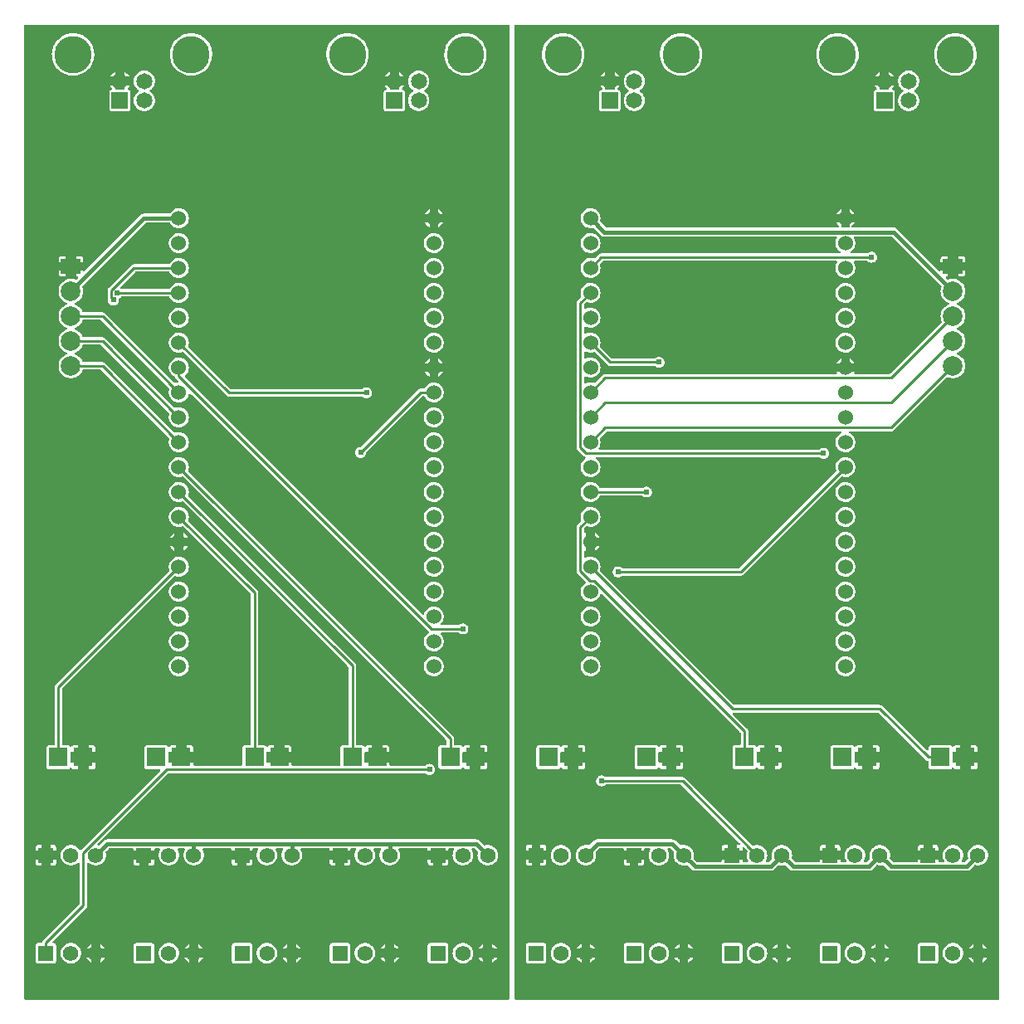
<source format=gtl>
G04 Layer: TopLayer*
G04 EasyEDA v6.5.15, 2022-10-09 18:36:16*
G04 2a5d3d0542d34b858b2f245c142da422,939f56e90c3d43cda586b760d259c3b5,10*
G04 Gerber Generator version 0.2*
G04 Scale: 100 percent, Rotated: No, Reflected: No *
G04 Dimensions in millimeters *
G04 leading zeros omitted , absolute positions ,4 integer and 5 decimal *
%FSLAX45Y45*%
%MOMM*%

%ADD10C,0.2540*%
%ADD11C,0.4000*%
%ADD12R,1.9304X1.9304*%
%ADD13R,1.6510X1.6510*%
%ADD14C,1.6510*%
%ADD15C,3.8100*%
%ADD16C,1.5748*%
%ADD17R,1.5748X1.5748*%
%ADD18C,1.5240*%
%ADD19R,2.0000X1.5240*%
%ADD20C,2.0000*%
%ADD21C,0.6100*%
%ADD22C,0.0110*%

%LPD*%
G36*
X36068Y-9974072D02*
G01*
X32156Y-9973310D01*
X28905Y-9971074D01*
X26670Y-9967823D01*
X25908Y-9963912D01*
X25908Y-36068D01*
X26670Y-32156D01*
X28905Y-28905D01*
X32156Y-26670D01*
X36068Y-25908D01*
X4963922Y-25908D01*
X4967833Y-26670D01*
X4971084Y-28905D01*
X4973320Y-32156D01*
X4974082Y-36068D01*
X4974082Y-9963912D01*
X4973320Y-9967823D01*
X4971084Y-9971074D01*
X4967833Y-9973310D01*
X4963922Y-9974072D01*
G37*

%LPC*%
G36*
X1167841Y-9604654D02*
G01*
X1324152Y-9604654D01*
X1330502Y-9603892D01*
X1335938Y-9602012D01*
X1340866Y-9598914D01*
X1344930Y-9594850D01*
X1348028Y-9589922D01*
X1349908Y-9584486D01*
X1350670Y-9578136D01*
X1350670Y-9421825D01*
X1349908Y-9415475D01*
X1348028Y-9410039D01*
X1344930Y-9405112D01*
X1340866Y-9401048D01*
X1335938Y-9397949D01*
X1330502Y-9396069D01*
X1324152Y-9395358D01*
X1167841Y-9395358D01*
X1161491Y-9396069D01*
X1156055Y-9397949D01*
X1151128Y-9401048D01*
X1147064Y-9405112D01*
X1143965Y-9410039D01*
X1142085Y-9415475D01*
X1141374Y-9421825D01*
X1141374Y-9578136D01*
X1142085Y-9584486D01*
X1143965Y-9589922D01*
X1147064Y-9594850D01*
X1151128Y-9598914D01*
X1156055Y-9602012D01*
X1161491Y-9603892D01*
G37*
G36*
X3167837Y-9604654D02*
G01*
X3324148Y-9604654D01*
X3330498Y-9603892D01*
X3335934Y-9602012D01*
X3340862Y-9598914D01*
X3344926Y-9594850D01*
X3348024Y-9589922D01*
X3349904Y-9584486D01*
X3350666Y-9578136D01*
X3350666Y-9421825D01*
X3349904Y-9415475D01*
X3348024Y-9410039D01*
X3344926Y-9405112D01*
X3340862Y-9401048D01*
X3335934Y-9397949D01*
X3330498Y-9396069D01*
X3324148Y-9395358D01*
X3167837Y-9395358D01*
X3161487Y-9396069D01*
X3156051Y-9397949D01*
X3151124Y-9401048D01*
X3147060Y-9405112D01*
X3143961Y-9410039D01*
X3142081Y-9415475D01*
X3141370Y-9421825D01*
X3141370Y-9578136D01*
X3142081Y-9584486D01*
X3143961Y-9589922D01*
X3147060Y-9594850D01*
X3151124Y-9598914D01*
X3156051Y-9602012D01*
X3161487Y-9603892D01*
G37*
G36*
X2167839Y-9604654D02*
G01*
X2324150Y-9604654D01*
X2330500Y-9603892D01*
X2335936Y-9602012D01*
X2340864Y-9598914D01*
X2344928Y-9594850D01*
X2348026Y-9589922D01*
X2349906Y-9584486D01*
X2350668Y-9578136D01*
X2350668Y-9421825D01*
X2349906Y-9415475D01*
X2348026Y-9410039D01*
X2344928Y-9405112D01*
X2340864Y-9401048D01*
X2335936Y-9397949D01*
X2330500Y-9396069D01*
X2324150Y-9395358D01*
X2167839Y-9395358D01*
X2161489Y-9396069D01*
X2156053Y-9397949D01*
X2151126Y-9401048D01*
X2147062Y-9405112D01*
X2143963Y-9410039D01*
X2142083Y-9415475D01*
X2141372Y-9421825D01*
X2141372Y-9578136D01*
X2142083Y-9584486D01*
X2143963Y-9589922D01*
X2147062Y-9594850D01*
X2151126Y-9598914D01*
X2156053Y-9602012D01*
X2161489Y-9603892D01*
G37*
G36*
X4167835Y-9604654D02*
G01*
X4324146Y-9604654D01*
X4330496Y-9603892D01*
X4335932Y-9602012D01*
X4340860Y-9598914D01*
X4344924Y-9594850D01*
X4348022Y-9589922D01*
X4349902Y-9584486D01*
X4350664Y-9578136D01*
X4350664Y-9421825D01*
X4349902Y-9415475D01*
X4348022Y-9410039D01*
X4344924Y-9405112D01*
X4340860Y-9401048D01*
X4335932Y-9397949D01*
X4330496Y-9396069D01*
X4324146Y-9395358D01*
X4167835Y-9395358D01*
X4161485Y-9396069D01*
X4156049Y-9397949D01*
X4151122Y-9401048D01*
X4147058Y-9405112D01*
X4143959Y-9410039D01*
X4142079Y-9415475D01*
X4141368Y-9421825D01*
X4141368Y-9578136D01*
X4142079Y-9584486D01*
X4143959Y-9589922D01*
X4147058Y-9594850D01*
X4151122Y-9598914D01*
X4156049Y-9602012D01*
X4161485Y-9603892D01*
G37*
G36*
X167843Y-9604654D02*
G01*
X324154Y-9604654D01*
X330504Y-9603892D01*
X335940Y-9602012D01*
X340868Y-9598914D01*
X344932Y-9594850D01*
X348030Y-9589922D01*
X349910Y-9584486D01*
X350672Y-9578136D01*
X350672Y-9421825D01*
X349910Y-9415475D01*
X348030Y-9410039D01*
X344932Y-9405112D01*
X340868Y-9401048D01*
X335940Y-9397949D01*
X330504Y-9396069D01*
X323138Y-9395358D01*
X319227Y-9394545D01*
X315925Y-9392361D01*
X313740Y-9389059D01*
X312978Y-9385198D01*
X313740Y-9381286D01*
X315925Y-9377984D01*
X653491Y-9040418D01*
X658622Y-9034221D01*
X662178Y-9027515D01*
X664362Y-9020302D01*
X665175Y-9012275D01*
X665175Y-8583371D01*
X665886Y-8579561D01*
X667969Y-8576310D01*
X671118Y-8574074D01*
X674878Y-8573211D01*
X678688Y-8573770D01*
X681990Y-8575700D01*
X690321Y-8582964D01*
X701700Y-8590584D01*
X713943Y-8596630D01*
X726897Y-8601049D01*
X740359Y-8603691D01*
X754024Y-8604605D01*
X767638Y-8603691D01*
X781100Y-8601049D01*
X794054Y-8596630D01*
X806297Y-8590584D01*
X817676Y-8582964D01*
X827989Y-8573973D01*
X836980Y-8563660D01*
X844600Y-8552281D01*
X850646Y-8540038D01*
X855065Y-8527084D01*
X857707Y-8513622D01*
X858621Y-8500008D01*
X857707Y-8486343D01*
X854252Y-8468410D01*
X855116Y-8464753D01*
X857250Y-8461654D01*
X885850Y-8433054D01*
X889152Y-8430818D01*
X893064Y-8430056D01*
X1131214Y-8430056D01*
X1135075Y-8430818D01*
X1138377Y-8433054D01*
X1140561Y-8436356D01*
X1141374Y-8440216D01*
X1141374Y-8454288D01*
X1200302Y-8454288D01*
X1200302Y-8440216D01*
X1201064Y-8436356D01*
X1203248Y-8433054D01*
X1206550Y-8430818D01*
X1210462Y-8430056D01*
X1281582Y-8430056D01*
X1285443Y-8430818D01*
X1288745Y-8433054D01*
X1290929Y-8436356D01*
X1291742Y-8440216D01*
X1291742Y-8454288D01*
X1350670Y-8454288D01*
X1350670Y-8440216D01*
X1351432Y-8436356D01*
X1353616Y-8433054D01*
X1356918Y-8430818D01*
X1360830Y-8430056D01*
X1402130Y-8430056D01*
X1406398Y-8431022D01*
X1409852Y-8433612D01*
X1411935Y-8437473D01*
X1412189Y-8441791D01*
X1410614Y-8445855D01*
X1409395Y-8447684D01*
X1403350Y-8459927D01*
X1398930Y-8472881D01*
X1396288Y-8486343D01*
X1395374Y-8500008D01*
X1396288Y-8513622D01*
X1398930Y-8527084D01*
X1403350Y-8540038D01*
X1409395Y-8552281D01*
X1417015Y-8563660D01*
X1426006Y-8573973D01*
X1436319Y-8582964D01*
X1447698Y-8590584D01*
X1459941Y-8596630D01*
X1472895Y-8601049D01*
X1486357Y-8603691D01*
X1500022Y-8604605D01*
X1513636Y-8603691D01*
X1527098Y-8601049D01*
X1540052Y-8596630D01*
X1552295Y-8590584D01*
X1563674Y-8582964D01*
X1573987Y-8573973D01*
X1582978Y-8563660D01*
X1590598Y-8552281D01*
X1596644Y-8540038D01*
X1601063Y-8527084D01*
X1603705Y-8513622D01*
X1604619Y-8500008D01*
X1603705Y-8486343D01*
X1601063Y-8472881D01*
X1596644Y-8459927D01*
X1590598Y-8447684D01*
X1589379Y-8445855D01*
X1587804Y-8441791D01*
X1588058Y-8437473D01*
X1590141Y-8433612D01*
X1593596Y-8431022D01*
X1597863Y-8430056D01*
X1656130Y-8430056D01*
X1660398Y-8431022D01*
X1663852Y-8433612D01*
X1665935Y-8437473D01*
X1666189Y-8441791D01*
X1664614Y-8445855D01*
X1663395Y-8447684D01*
X1657350Y-8459927D01*
X1652930Y-8472881D01*
X1650288Y-8486343D01*
X1649374Y-8500008D01*
X1650288Y-8513622D01*
X1652930Y-8527084D01*
X1657350Y-8540038D01*
X1663395Y-8552281D01*
X1671015Y-8563660D01*
X1680006Y-8573973D01*
X1690319Y-8582964D01*
X1701698Y-8590584D01*
X1713941Y-8596630D01*
X1726895Y-8601049D01*
X1740357Y-8603691D01*
X1754022Y-8604605D01*
X1767636Y-8603691D01*
X1781098Y-8601049D01*
X1794052Y-8596630D01*
X1806295Y-8590584D01*
X1817674Y-8582964D01*
X1827987Y-8573973D01*
X1836978Y-8563660D01*
X1844598Y-8552281D01*
X1850643Y-8540038D01*
X1855063Y-8527084D01*
X1857705Y-8513622D01*
X1858619Y-8500008D01*
X1857705Y-8486343D01*
X1855063Y-8472881D01*
X1850643Y-8459927D01*
X1844598Y-8447684D01*
X1843379Y-8445855D01*
X1841804Y-8441791D01*
X1842058Y-8437473D01*
X1844141Y-8433612D01*
X1847596Y-8431022D01*
X1851863Y-8430056D01*
X2131161Y-8430056D01*
X2135073Y-8430818D01*
X2138375Y-8433054D01*
X2140559Y-8436356D01*
X2141372Y-8440216D01*
X2141372Y-8454288D01*
X2200300Y-8454288D01*
X2200300Y-8440216D01*
X2201062Y-8436356D01*
X2203246Y-8433054D01*
X2206548Y-8430818D01*
X2210409Y-8430056D01*
X2281580Y-8430056D01*
X2285441Y-8430818D01*
X2288743Y-8433054D01*
X2290927Y-8436356D01*
X2291740Y-8440216D01*
X2291740Y-8454288D01*
X2350668Y-8454288D01*
X2350668Y-8440216D01*
X2351430Y-8436356D01*
X2353614Y-8433054D01*
X2356916Y-8430818D01*
X2360777Y-8430056D01*
X2402128Y-8430056D01*
X2406396Y-8431022D01*
X2409850Y-8433612D01*
X2411933Y-8437473D01*
X2412187Y-8441791D01*
X2410612Y-8445855D01*
X2409393Y-8447684D01*
X2403348Y-8459927D01*
X2398928Y-8472881D01*
X2396286Y-8486343D01*
X2395372Y-8500008D01*
X2396286Y-8513622D01*
X2398928Y-8527084D01*
X2403348Y-8540038D01*
X2409393Y-8552281D01*
X2417013Y-8563660D01*
X2426004Y-8573973D01*
X2436317Y-8582964D01*
X2447696Y-8590584D01*
X2459939Y-8596630D01*
X2472893Y-8601049D01*
X2486355Y-8603691D01*
X2500020Y-8604605D01*
X2513634Y-8603691D01*
X2527096Y-8601049D01*
X2540050Y-8596630D01*
X2552293Y-8590584D01*
X2563672Y-8582964D01*
X2573985Y-8573973D01*
X2582976Y-8563660D01*
X2590596Y-8552281D01*
X2596642Y-8540038D01*
X2601061Y-8527084D01*
X2603703Y-8513622D01*
X2604617Y-8500008D01*
X2603703Y-8486343D01*
X2601061Y-8472881D01*
X2596642Y-8459927D01*
X2590596Y-8447684D01*
X2589377Y-8445855D01*
X2587802Y-8441791D01*
X2588056Y-8437473D01*
X2590139Y-8433612D01*
X2593594Y-8431022D01*
X2597861Y-8430056D01*
X2656128Y-8430056D01*
X2660396Y-8431022D01*
X2663850Y-8433612D01*
X2665933Y-8437473D01*
X2666187Y-8441791D01*
X2664612Y-8445855D01*
X2663393Y-8447684D01*
X2657348Y-8459927D01*
X2652928Y-8472881D01*
X2650286Y-8486343D01*
X2649372Y-8500008D01*
X2650286Y-8513622D01*
X2652928Y-8527084D01*
X2657348Y-8540038D01*
X2663393Y-8552281D01*
X2671013Y-8563660D01*
X2680004Y-8573973D01*
X2690317Y-8582964D01*
X2701696Y-8590584D01*
X2713939Y-8596630D01*
X2726893Y-8601049D01*
X2740355Y-8603691D01*
X2754020Y-8604605D01*
X2767634Y-8603691D01*
X2781096Y-8601049D01*
X2794050Y-8596630D01*
X2806293Y-8590584D01*
X2817672Y-8582964D01*
X2827985Y-8573973D01*
X2836976Y-8563660D01*
X2844596Y-8552281D01*
X2850642Y-8540038D01*
X2855061Y-8527084D01*
X2857703Y-8513622D01*
X2858617Y-8500008D01*
X2857703Y-8486343D01*
X2855061Y-8472881D01*
X2850642Y-8459927D01*
X2844596Y-8447684D01*
X2843377Y-8445855D01*
X2841802Y-8441791D01*
X2842056Y-8437473D01*
X2844139Y-8433612D01*
X2847594Y-8431022D01*
X2851861Y-8430056D01*
X3131159Y-8430056D01*
X3135071Y-8430818D01*
X3138373Y-8433054D01*
X3140557Y-8436356D01*
X3141370Y-8440216D01*
X3141370Y-8454288D01*
X3200298Y-8454288D01*
X3200298Y-8440216D01*
X3201060Y-8436356D01*
X3203244Y-8433054D01*
X3206546Y-8430818D01*
X3210458Y-8430056D01*
X3281527Y-8430056D01*
X3285439Y-8430818D01*
X3288741Y-8433054D01*
X3290925Y-8436356D01*
X3291738Y-8440216D01*
X3291738Y-8454288D01*
X3350666Y-8454288D01*
X3350666Y-8440216D01*
X3351428Y-8436356D01*
X3353612Y-8433054D01*
X3356914Y-8430818D01*
X3360775Y-8430056D01*
X3402126Y-8430056D01*
X3406394Y-8431022D01*
X3409848Y-8433612D01*
X3411931Y-8437473D01*
X3412185Y-8441791D01*
X3410610Y-8445855D01*
X3409391Y-8447684D01*
X3403346Y-8459927D01*
X3398926Y-8472881D01*
X3396284Y-8486343D01*
X3395370Y-8500008D01*
X3396284Y-8513622D01*
X3398926Y-8527084D01*
X3403346Y-8540038D01*
X3409391Y-8552281D01*
X3417011Y-8563660D01*
X3426002Y-8573973D01*
X3436315Y-8582964D01*
X3447694Y-8590584D01*
X3459937Y-8596630D01*
X3472891Y-8601049D01*
X3486353Y-8603691D01*
X3500018Y-8604605D01*
X3513632Y-8603691D01*
X3527094Y-8601049D01*
X3540048Y-8596630D01*
X3552291Y-8590584D01*
X3563670Y-8582964D01*
X3573983Y-8573973D01*
X3582974Y-8563660D01*
X3590594Y-8552281D01*
X3596640Y-8540038D01*
X3601059Y-8527084D01*
X3603701Y-8513622D01*
X3604615Y-8500008D01*
X3603701Y-8486343D01*
X3601059Y-8472881D01*
X3596640Y-8459927D01*
X3590594Y-8447684D01*
X3589375Y-8445855D01*
X3587800Y-8441791D01*
X3588054Y-8437473D01*
X3590137Y-8433612D01*
X3593592Y-8431022D01*
X3597859Y-8430056D01*
X3656126Y-8430056D01*
X3660394Y-8431022D01*
X3663848Y-8433612D01*
X3665931Y-8437473D01*
X3666185Y-8441791D01*
X3664610Y-8445855D01*
X3663391Y-8447684D01*
X3657346Y-8459927D01*
X3652926Y-8472881D01*
X3650284Y-8486343D01*
X3649370Y-8500008D01*
X3650284Y-8513622D01*
X3652926Y-8527084D01*
X3657346Y-8540038D01*
X3663391Y-8552281D01*
X3671011Y-8563660D01*
X3680002Y-8573973D01*
X3690315Y-8582964D01*
X3701694Y-8590584D01*
X3713937Y-8596630D01*
X3726891Y-8601049D01*
X3740353Y-8603691D01*
X3754018Y-8604605D01*
X3767632Y-8603691D01*
X3781094Y-8601049D01*
X3794048Y-8596630D01*
X3806291Y-8590584D01*
X3817670Y-8582964D01*
X3827983Y-8573973D01*
X3836974Y-8563660D01*
X3844594Y-8552281D01*
X3850640Y-8540038D01*
X3855059Y-8527084D01*
X3857701Y-8513622D01*
X3858615Y-8500008D01*
X3857701Y-8486343D01*
X3855059Y-8472881D01*
X3850640Y-8459927D01*
X3844594Y-8447684D01*
X3843375Y-8445855D01*
X3841800Y-8441791D01*
X3842054Y-8437473D01*
X3844137Y-8433612D01*
X3847592Y-8431022D01*
X3851859Y-8430056D01*
X4131208Y-8430056D01*
X4135069Y-8430818D01*
X4138371Y-8433054D01*
X4140555Y-8436356D01*
X4141368Y-8440216D01*
X4141368Y-8454288D01*
X4200296Y-8454288D01*
X4200296Y-8440216D01*
X4201058Y-8436356D01*
X4203242Y-8433054D01*
X4206544Y-8430818D01*
X4210456Y-8430056D01*
X4281525Y-8430056D01*
X4285437Y-8430818D01*
X4288739Y-8433054D01*
X4290923Y-8436356D01*
X4291736Y-8440216D01*
X4291736Y-8454288D01*
X4350664Y-8454288D01*
X4350664Y-8440216D01*
X4351426Y-8436356D01*
X4353610Y-8433054D01*
X4356912Y-8430818D01*
X4360824Y-8430056D01*
X4402124Y-8430056D01*
X4406392Y-8431022D01*
X4409846Y-8433612D01*
X4411929Y-8437473D01*
X4412183Y-8441791D01*
X4410608Y-8445855D01*
X4409389Y-8447684D01*
X4403344Y-8459927D01*
X4398924Y-8472881D01*
X4396282Y-8486343D01*
X4395368Y-8500008D01*
X4396282Y-8513622D01*
X4398924Y-8527084D01*
X4403344Y-8540038D01*
X4409389Y-8552281D01*
X4417009Y-8563660D01*
X4426000Y-8573973D01*
X4436313Y-8582964D01*
X4447692Y-8590584D01*
X4459935Y-8596630D01*
X4472889Y-8601049D01*
X4486351Y-8603691D01*
X4500016Y-8604605D01*
X4513630Y-8603691D01*
X4527092Y-8601049D01*
X4540046Y-8596630D01*
X4552289Y-8590584D01*
X4563668Y-8582964D01*
X4573981Y-8573973D01*
X4582972Y-8563660D01*
X4590592Y-8552281D01*
X4596638Y-8540038D01*
X4601057Y-8527084D01*
X4603699Y-8513622D01*
X4604613Y-8500008D01*
X4603699Y-8486343D01*
X4601057Y-8472881D01*
X4596638Y-8459927D01*
X4590592Y-8447684D01*
X4589373Y-8445855D01*
X4587798Y-8441791D01*
X4588052Y-8437473D01*
X4590135Y-8433612D01*
X4593590Y-8431022D01*
X4597857Y-8430056D01*
X4614926Y-8430056D01*
X4618837Y-8430818D01*
X4622139Y-8433054D01*
X4650740Y-8461654D01*
X4652873Y-8464753D01*
X4653737Y-8468410D01*
X4650282Y-8486343D01*
X4649368Y-8500008D01*
X4650282Y-8513622D01*
X4652924Y-8527084D01*
X4657344Y-8540038D01*
X4663389Y-8552281D01*
X4671009Y-8563660D01*
X4680000Y-8573973D01*
X4690313Y-8582964D01*
X4701692Y-8590584D01*
X4713935Y-8596630D01*
X4726889Y-8601049D01*
X4740351Y-8603691D01*
X4754016Y-8604605D01*
X4767630Y-8603691D01*
X4781092Y-8601049D01*
X4794046Y-8596630D01*
X4806289Y-8590584D01*
X4817668Y-8582964D01*
X4827981Y-8573973D01*
X4836972Y-8563660D01*
X4844592Y-8552281D01*
X4850638Y-8540038D01*
X4855057Y-8527084D01*
X4857699Y-8513622D01*
X4858613Y-8500008D01*
X4857699Y-8486343D01*
X4855057Y-8472881D01*
X4850638Y-8459927D01*
X4844592Y-8447684D01*
X4836972Y-8436305D01*
X4827981Y-8425992D01*
X4817668Y-8417001D01*
X4806289Y-8409381D01*
X4794046Y-8403336D01*
X4781092Y-8398916D01*
X4767630Y-8396274D01*
X4754016Y-8395360D01*
X4740351Y-8396274D01*
X4722418Y-8399729D01*
X4718761Y-8398865D01*
X4715662Y-8396732D01*
X4669332Y-8350453D01*
X4662322Y-8345170D01*
X4654753Y-8341410D01*
X4646574Y-8339074D01*
X4637684Y-8338261D01*
X868070Y-8338312D01*
X859332Y-8339531D01*
X851306Y-8342223D01*
X843889Y-8346338D01*
X837031Y-8352028D01*
X792327Y-8396732D01*
X789432Y-8398764D01*
X786079Y-8399678D01*
X782624Y-8399424D01*
X779170Y-8398510D01*
X775360Y-8396630D01*
X772668Y-8393328D01*
X771499Y-8389264D01*
X772160Y-8385048D01*
X774496Y-8381492D01*
X1489811Y-7666177D01*
X1493113Y-7663942D01*
X1497025Y-7663180D01*
X4113987Y-7663180D01*
X4117848Y-7663942D01*
X4121150Y-7666177D01*
X4122775Y-7667752D01*
X4130801Y-7673390D01*
X4139692Y-7677556D01*
X4149191Y-7680096D01*
X4158996Y-7680959D01*
X4168800Y-7680096D01*
X4178300Y-7677556D01*
X4187190Y-7673390D01*
X4195216Y-7667752D01*
X4202176Y-7660792D01*
X4207814Y-7652766D01*
X4211980Y-7643875D01*
X4214520Y-7634376D01*
X4215384Y-7624572D01*
X4214520Y-7614767D01*
X4211980Y-7605268D01*
X4207814Y-7596378D01*
X4202176Y-7588351D01*
X4195216Y-7581392D01*
X4187190Y-7575753D01*
X4178300Y-7571587D01*
X4168800Y-7569047D01*
X4158996Y-7568184D01*
X4149191Y-7569047D01*
X4139692Y-7571587D01*
X4130801Y-7575753D01*
X4122775Y-7581392D01*
X4121150Y-7582966D01*
X4117848Y-7585202D01*
X4113987Y-7585964D01*
X3759606Y-7585964D01*
X3755694Y-7585202D01*
X3752392Y-7582966D01*
X3750208Y-7579715D01*
X3749446Y-7575803D01*
X3749446Y-7554620D01*
X3681577Y-7554620D01*
X3681577Y-7575803D01*
X3680815Y-7579715D01*
X3678631Y-7582966D01*
X3675329Y-7585202D01*
X3671468Y-7585964D01*
X3582568Y-7585964D01*
X3578656Y-7585202D01*
X3575354Y-7582966D01*
X3573170Y-7579715D01*
X3572408Y-7575803D01*
X3572408Y-7554620D01*
X3505606Y-7554620D01*
X3501694Y-7553807D01*
X3498392Y-7551623D01*
X3496208Y-7548321D01*
X3495446Y-7544460D01*
X3495446Y-7455560D01*
X3496208Y-7451648D01*
X3498392Y-7448346D01*
X3501694Y-7446162D01*
X3505606Y-7445400D01*
X3572408Y-7445400D01*
X3572408Y-7377582D01*
X3531057Y-7377582D01*
X3524707Y-7378293D01*
X3519271Y-7380173D01*
X3514344Y-7383272D01*
X3510279Y-7387336D01*
X3508603Y-7390028D01*
X3505758Y-7392974D01*
X3502050Y-7394549D01*
X3497935Y-7394549D01*
X3494227Y-7392974D01*
X3491382Y-7390028D01*
X3489706Y-7387336D01*
X3485642Y-7383272D01*
X3480714Y-7380173D01*
X3475278Y-7378293D01*
X3468928Y-7377582D01*
X3421786Y-7377582D01*
X3417874Y-7376769D01*
X3414572Y-7374585D01*
X3412388Y-7371283D01*
X3411575Y-7367422D01*
X3411575Y-6565900D01*
X3410813Y-6557873D01*
X3408629Y-6550659D01*
X3405073Y-6543954D01*
X3399942Y-6537756D01*
X1700225Y-4837988D01*
X1698091Y-4834890D01*
X1697228Y-4831232D01*
X1697786Y-4827473D01*
X1700072Y-4820970D01*
X1702765Y-4807610D01*
X1703679Y-4793996D01*
X1702765Y-4780381D01*
X1700072Y-4767021D01*
X1695602Y-4754118D01*
X1689455Y-4741976D01*
X1681734Y-4730750D01*
X1672589Y-4720590D01*
X1662175Y-4711801D01*
X1650644Y-4704486D01*
X1638300Y-4698746D01*
X1625244Y-4694682D01*
X1611833Y-4692446D01*
X1598168Y-4691989D01*
X1584604Y-4693310D01*
X1571345Y-4696510D01*
X1558645Y-4701387D01*
X1546656Y-4707940D01*
X1535684Y-4716018D01*
X1525879Y-4725517D01*
X1517446Y-4736236D01*
X1510487Y-4747971D01*
X1505153Y-4760518D01*
X1501546Y-4773676D01*
X1499717Y-4787188D01*
X1499717Y-4800803D01*
X1501546Y-4814316D01*
X1505153Y-4827473D01*
X1510487Y-4840020D01*
X1517446Y-4851755D01*
X1525879Y-4862474D01*
X1535684Y-4871974D01*
X1546656Y-4880051D01*
X1558645Y-4886604D01*
X1571345Y-4891481D01*
X1584604Y-4894681D01*
X1598168Y-4896002D01*
X1611833Y-4895545D01*
X1625244Y-4893310D01*
X1635455Y-4890160D01*
X1639112Y-4889703D01*
X1642668Y-4890566D01*
X1645666Y-4892649D01*
X3331413Y-6578396D01*
X3333597Y-6581698D01*
X3334359Y-6585610D01*
X3334359Y-7367422D01*
X3333597Y-7371283D01*
X3331413Y-7374585D01*
X3328111Y-7376769D01*
X3324250Y-7377582D01*
X3277057Y-7377582D01*
X3270707Y-7378293D01*
X3265271Y-7380173D01*
X3260344Y-7383272D01*
X3256279Y-7387336D01*
X3253181Y-7392263D01*
X3251301Y-7397699D01*
X3250590Y-7404049D01*
X3250590Y-7575803D01*
X3249777Y-7579715D01*
X3247593Y-7582966D01*
X3244291Y-7585202D01*
X3240430Y-7585964D01*
X2759608Y-7585964D01*
X2755696Y-7585202D01*
X2752394Y-7582966D01*
X2750210Y-7579715D01*
X2749448Y-7575803D01*
X2749448Y-7554620D01*
X2681630Y-7554620D01*
X2681630Y-7575803D01*
X2680817Y-7579715D01*
X2678633Y-7582966D01*
X2675331Y-7585202D01*
X2671470Y-7585964D01*
X2582570Y-7585964D01*
X2578658Y-7585202D01*
X2575356Y-7582966D01*
X2573172Y-7579715D01*
X2572359Y-7575803D01*
X2572359Y-7554620D01*
X2505608Y-7554620D01*
X2501696Y-7553807D01*
X2498394Y-7551623D01*
X2496210Y-7548321D01*
X2495448Y-7544460D01*
X2495448Y-7455560D01*
X2496210Y-7451648D01*
X2498394Y-7448346D01*
X2501696Y-7446162D01*
X2505608Y-7445400D01*
X2572359Y-7445400D01*
X2572359Y-7377582D01*
X2531059Y-7377582D01*
X2524709Y-7378293D01*
X2519273Y-7380173D01*
X2514346Y-7383272D01*
X2510282Y-7387336D01*
X2508605Y-7390028D01*
X2505760Y-7392974D01*
X2502052Y-7394549D01*
X2497937Y-7394549D01*
X2494229Y-7392974D01*
X2491384Y-7390028D01*
X2489708Y-7387336D01*
X2485644Y-7383272D01*
X2480716Y-7380173D01*
X2475280Y-7378293D01*
X2468930Y-7377582D01*
X2421788Y-7377582D01*
X2417876Y-7376769D01*
X2414574Y-7374585D01*
X2412390Y-7371283D01*
X2411577Y-7367422D01*
X2411577Y-5819902D01*
X2410815Y-5811875D01*
X2408631Y-5804662D01*
X2405075Y-5797956D01*
X2399944Y-5791758D01*
X1700225Y-5091988D01*
X1698091Y-5088890D01*
X1697228Y-5085232D01*
X1697786Y-5081473D01*
X1700072Y-5074970D01*
X1702765Y-5061610D01*
X1703679Y-5047996D01*
X1702765Y-5034381D01*
X1700072Y-5021021D01*
X1695602Y-5008118D01*
X1689455Y-4995976D01*
X1681734Y-4984750D01*
X1672589Y-4974590D01*
X1662175Y-4965801D01*
X1650644Y-4958486D01*
X1638300Y-4952746D01*
X1625244Y-4948682D01*
X1611833Y-4946446D01*
X1598168Y-4945989D01*
X1584604Y-4947310D01*
X1571345Y-4950510D01*
X1558645Y-4955387D01*
X1546656Y-4961940D01*
X1535684Y-4970018D01*
X1525879Y-4979517D01*
X1517446Y-4990236D01*
X1510487Y-5001971D01*
X1505153Y-5014518D01*
X1501546Y-5027676D01*
X1499717Y-5041188D01*
X1499717Y-5054803D01*
X1501546Y-5068316D01*
X1505153Y-5081473D01*
X1510487Y-5094020D01*
X1517446Y-5105755D01*
X1525879Y-5116474D01*
X1535684Y-5125974D01*
X1546656Y-5134051D01*
X1558645Y-5140604D01*
X1571345Y-5145481D01*
X1584604Y-5148681D01*
X1598168Y-5150002D01*
X1611833Y-5149545D01*
X1625244Y-5147310D01*
X1635455Y-5144160D01*
X1639112Y-5143703D01*
X1642668Y-5144566D01*
X1645666Y-5146649D01*
X2331415Y-5832398D01*
X2333599Y-5835700D01*
X2334361Y-5839612D01*
X2334361Y-7367422D01*
X2333599Y-7371283D01*
X2331415Y-7374585D01*
X2328113Y-7376769D01*
X2324252Y-7377582D01*
X2277059Y-7377582D01*
X2270709Y-7378293D01*
X2265273Y-7380173D01*
X2260346Y-7383272D01*
X2256282Y-7387336D01*
X2253183Y-7392263D01*
X2251303Y-7397699D01*
X2250541Y-7404049D01*
X2250541Y-7575803D01*
X2249779Y-7579715D01*
X2247595Y-7582966D01*
X2244293Y-7585202D01*
X2240432Y-7585964D01*
X1759610Y-7585964D01*
X1755698Y-7585202D01*
X1752396Y-7582966D01*
X1750212Y-7579715D01*
X1749450Y-7575803D01*
X1749450Y-7554620D01*
X1681632Y-7554620D01*
X1681632Y-7575803D01*
X1680819Y-7579715D01*
X1678635Y-7582966D01*
X1675333Y-7585202D01*
X1671472Y-7585964D01*
X1582572Y-7585964D01*
X1578660Y-7585202D01*
X1575358Y-7582966D01*
X1573174Y-7579715D01*
X1572412Y-7575803D01*
X1572412Y-7554620D01*
X1505610Y-7554620D01*
X1501698Y-7553807D01*
X1498396Y-7551623D01*
X1496212Y-7548321D01*
X1495450Y-7544460D01*
X1495450Y-7455560D01*
X1496212Y-7451648D01*
X1498396Y-7448346D01*
X1501698Y-7446162D01*
X1505610Y-7445400D01*
X1572412Y-7445400D01*
X1572412Y-7377582D01*
X1531061Y-7377582D01*
X1524711Y-7378293D01*
X1519275Y-7380173D01*
X1514348Y-7383272D01*
X1510284Y-7387336D01*
X1508607Y-7390028D01*
X1505762Y-7392974D01*
X1502054Y-7394549D01*
X1497939Y-7394549D01*
X1494231Y-7392974D01*
X1491386Y-7390028D01*
X1489710Y-7387336D01*
X1485646Y-7383272D01*
X1480718Y-7380173D01*
X1475282Y-7378293D01*
X1468932Y-7377582D01*
X1277061Y-7377582D01*
X1270711Y-7378293D01*
X1265275Y-7380173D01*
X1260348Y-7383272D01*
X1256284Y-7387336D01*
X1253185Y-7392263D01*
X1251305Y-7397699D01*
X1250594Y-7404049D01*
X1250594Y-7595920D01*
X1251305Y-7602270D01*
X1253185Y-7607706D01*
X1256284Y-7612634D01*
X1260348Y-7616698D01*
X1265275Y-7619796D01*
X1270711Y-7621676D01*
X1277061Y-7622438D01*
X1399844Y-7622438D01*
X1403705Y-7623200D01*
X1407007Y-7625384D01*
X1409242Y-7628686D01*
X1410004Y-7632598D01*
X1409242Y-7636459D01*
X1407007Y-7639761D01*
X602742Y-8444026D01*
X598982Y-8446414D01*
X594563Y-8446922D01*
X590346Y-8445550D01*
X587146Y-8442452D01*
X582980Y-8436305D01*
X573989Y-8425992D01*
X563676Y-8417001D01*
X552297Y-8409381D01*
X540054Y-8403336D01*
X527100Y-8398916D01*
X513638Y-8396274D01*
X500024Y-8395360D01*
X486359Y-8396274D01*
X472897Y-8398916D01*
X459943Y-8403336D01*
X447700Y-8409381D01*
X436321Y-8417001D01*
X426008Y-8425992D01*
X417017Y-8436305D01*
X409397Y-8447684D01*
X403352Y-8459927D01*
X398932Y-8472881D01*
X396290Y-8486343D01*
X395376Y-8500008D01*
X396290Y-8513622D01*
X398932Y-8527084D01*
X403352Y-8540038D01*
X409397Y-8552281D01*
X417017Y-8563660D01*
X426008Y-8573973D01*
X436321Y-8582964D01*
X447700Y-8590584D01*
X459943Y-8596630D01*
X472897Y-8601049D01*
X486359Y-8603691D01*
X500024Y-8604605D01*
X513638Y-8603691D01*
X527100Y-8601049D01*
X540054Y-8596630D01*
X552297Y-8590584D01*
X563676Y-8582964D01*
X571093Y-8576513D01*
X574395Y-8574582D01*
X578205Y-8574024D01*
X581964Y-8574887D01*
X585114Y-8577122D01*
X587197Y-8580374D01*
X587959Y-8584133D01*
X587959Y-8992565D01*
X587146Y-8996476D01*
X584962Y-8999778D01*
X219049Y-9365691D01*
X213918Y-9371888D01*
X210362Y-9378594D01*
X207111Y-9389719D01*
X204876Y-9392716D01*
X201676Y-9394647D01*
X198018Y-9395358D01*
X167843Y-9395358D01*
X161493Y-9396069D01*
X156057Y-9397949D01*
X151130Y-9401048D01*
X147066Y-9405112D01*
X143967Y-9410039D01*
X142087Y-9415475D01*
X141376Y-9421825D01*
X141376Y-9578136D01*
X142087Y-9584486D01*
X143967Y-9589922D01*
X147066Y-9594850D01*
X151130Y-9598914D01*
X156057Y-9602012D01*
X161493Y-9603892D01*
G37*
G36*
X1500022Y-9604603D02*
G01*
X1513636Y-9603689D01*
X1527098Y-9601047D01*
X1540052Y-9596628D01*
X1552295Y-9590582D01*
X1563674Y-9582962D01*
X1573987Y-9573971D01*
X1582978Y-9563658D01*
X1590598Y-9552279D01*
X1596644Y-9540036D01*
X1601063Y-9527082D01*
X1603705Y-9513620D01*
X1604619Y-9500006D01*
X1603705Y-9486341D01*
X1601063Y-9472879D01*
X1596644Y-9459925D01*
X1590598Y-9447682D01*
X1582978Y-9436303D01*
X1573987Y-9425990D01*
X1563674Y-9416999D01*
X1552295Y-9409379D01*
X1540052Y-9403334D01*
X1527098Y-9398914D01*
X1513636Y-9396272D01*
X1500022Y-9395358D01*
X1486357Y-9396272D01*
X1472895Y-9398914D01*
X1459941Y-9403334D01*
X1447698Y-9409379D01*
X1436319Y-9416999D01*
X1426006Y-9425990D01*
X1417015Y-9436303D01*
X1409395Y-9447682D01*
X1403350Y-9459925D01*
X1398930Y-9472879D01*
X1396288Y-9486341D01*
X1395374Y-9500006D01*
X1396288Y-9513620D01*
X1398930Y-9527082D01*
X1403350Y-9540036D01*
X1409395Y-9552279D01*
X1417015Y-9563658D01*
X1426006Y-9573971D01*
X1436319Y-9582962D01*
X1447698Y-9590582D01*
X1459941Y-9596628D01*
X1472895Y-9601047D01*
X1486357Y-9603689D01*
G37*
G36*
X500024Y-9604603D02*
G01*
X513638Y-9603689D01*
X527100Y-9601047D01*
X540054Y-9596628D01*
X552297Y-9590582D01*
X563676Y-9582962D01*
X573989Y-9573971D01*
X582980Y-9563658D01*
X590600Y-9552279D01*
X596646Y-9540036D01*
X601065Y-9527082D01*
X603707Y-9513620D01*
X604621Y-9500006D01*
X603707Y-9486341D01*
X601065Y-9472879D01*
X596646Y-9459925D01*
X590600Y-9447682D01*
X582980Y-9436303D01*
X573989Y-9425990D01*
X563676Y-9416999D01*
X552297Y-9409379D01*
X540054Y-9403334D01*
X527100Y-9398914D01*
X513638Y-9396272D01*
X500024Y-9395358D01*
X486359Y-9396272D01*
X472897Y-9398914D01*
X459943Y-9403334D01*
X447700Y-9409379D01*
X436321Y-9416999D01*
X426008Y-9425990D01*
X417017Y-9436303D01*
X409397Y-9447682D01*
X403352Y-9459925D01*
X398932Y-9472879D01*
X396290Y-9486341D01*
X395376Y-9500006D01*
X396290Y-9513620D01*
X398932Y-9527082D01*
X403352Y-9540036D01*
X409397Y-9552279D01*
X417017Y-9563658D01*
X426008Y-9573971D01*
X436321Y-9582962D01*
X447700Y-9590582D01*
X459943Y-9596628D01*
X472897Y-9601047D01*
X486359Y-9603689D01*
G37*
G36*
X3500018Y-9604603D02*
G01*
X3513632Y-9603689D01*
X3527094Y-9601047D01*
X3540048Y-9596628D01*
X3552291Y-9590582D01*
X3563670Y-9582962D01*
X3573983Y-9573971D01*
X3582974Y-9563658D01*
X3590594Y-9552279D01*
X3596640Y-9540036D01*
X3601059Y-9527082D01*
X3603701Y-9513620D01*
X3604615Y-9500006D01*
X3603701Y-9486341D01*
X3601059Y-9472879D01*
X3596640Y-9459925D01*
X3590594Y-9447682D01*
X3582974Y-9436303D01*
X3573983Y-9425990D01*
X3563670Y-9416999D01*
X3552291Y-9409379D01*
X3540048Y-9403334D01*
X3527094Y-9398914D01*
X3513632Y-9396272D01*
X3500018Y-9395358D01*
X3486353Y-9396272D01*
X3472891Y-9398914D01*
X3459937Y-9403334D01*
X3447694Y-9409379D01*
X3436315Y-9416999D01*
X3426002Y-9425990D01*
X3417011Y-9436303D01*
X3409391Y-9447682D01*
X3403346Y-9459925D01*
X3398926Y-9472879D01*
X3396284Y-9486341D01*
X3395370Y-9500006D01*
X3396284Y-9513620D01*
X3398926Y-9527082D01*
X3403346Y-9540036D01*
X3409391Y-9552279D01*
X3417011Y-9563658D01*
X3426002Y-9573971D01*
X3436315Y-9582962D01*
X3447694Y-9590582D01*
X3459937Y-9596628D01*
X3472891Y-9601047D01*
X3486353Y-9603689D01*
G37*
G36*
X2500020Y-9604603D02*
G01*
X2513634Y-9603689D01*
X2527096Y-9601047D01*
X2540050Y-9596628D01*
X2552293Y-9590582D01*
X2563672Y-9582962D01*
X2573985Y-9573971D01*
X2582976Y-9563658D01*
X2590596Y-9552279D01*
X2596642Y-9540036D01*
X2601061Y-9527082D01*
X2603703Y-9513620D01*
X2604617Y-9500006D01*
X2603703Y-9486341D01*
X2601061Y-9472879D01*
X2596642Y-9459925D01*
X2590596Y-9447682D01*
X2582976Y-9436303D01*
X2573985Y-9425990D01*
X2563672Y-9416999D01*
X2552293Y-9409379D01*
X2540050Y-9403334D01*
X2527096Y-9398914D01*
X2513634Y-9396272D01*
X2500020Y-9395358D01*
X2486355Y-9396272D01*
X2472893Y-9398914D01*
X2459939Y-9403334D01*
X2447696Y-9409379D01*
X2436317Y-9416999D01*
X2426004Y-9425990D01*
X2417013Y-9436303D01*
X2409393Y-9447682D01*
X2403348Y-9459925D01*
X2398928Y-9472879D01*
X2396286Y-9486341D01*
X2395372Y-9500006D01*
X2396286Y-9513620D01*
X2398928Y-9527082D01*
X2403348Y-9540036D01*
X2409393Y-9552279D01*
X2417013Y-9563658D01*
X2426004Y-9573971D01*
X2436317Y-9582962D01*
X2447696Y-9590582D01*
X2459939Y-9596628D01*
X2472893Y-9601047D01*
X2486355Y-9603689D01*
G37*
G36*
X4500016Y-9604603D02*
G01*
X4513630Y-9603689D01*
X4527092Y-9601047D01*
X4540046Y-9596628D01*
X4552289Y-9590582D01*
X4563668Y-9582962D01*
X4573981Y-9573971D01*
X4582972Y-9563658D01*
X4590592Y-9552279D01*
X4596638Y-9540036D01*
X4601057Y-9527082D01*
X4603699Y-9513620D01*
X4604613Y-9500006D01*
X4603699Y-9486341D01*
X4601057Y-9472879D01*
X4596638Y-9459925D01*
X4590592Y-9447682D01*
X4582972Y-9436303D01*
X4573981Y-9425990D01*
X4563668Y-9416999D01*
X4552289Y-9409379D01*
X4540046Y-9403334D01*
X4527092Y-9398914D01*
X4513630Y-9396272D01*
X4500016Y-9395358D01*
X4486351Y-9396272D01*
X4472889Y-9398914D01*
X4459935Y-9403334D01*
X4447692Y-9409379D01*
X4436313Y-9416999D01*
X4426000Y-9425990D01*
X4417009Y-9436303D01*
X4409389Y-9447682D01*
X4403344Y-9459925D01*
X4398924Y-9472879D01*
X4396282Y-9486341D01*
X4395368Y-9500006D01*
X4396282Y-9513620D01*
X4398924Y-9527082D01*
X4403344Y-9540036D01*
X4409389Y-9552279D01*
X4417009Y-9563658D01*
X4426000Y-9573971D01*
X4436313Y-9582962D01*
X4447692Y-9590582D01*
X4459935Y-9596628D01*
X4472889Y-9601047D01*
X4486351Y-9603689D01*
G37*
G36*
X1708302Y-9593834D02*
G01*
X1708302Y-9545726D01*
X1660143Y-9545726D01*
X1663395Y-9552279D01*
X1671015Y-9563658D01*
X1680006Y-9573971D01*
X1690319Y-9582962D01*
X1701698Y-9590582D01*
G37*
G36*
X708304Y-9593834D02*
G01*
X708304Y-9545726D01*
X660146Y-9545726D01*
X663397Y-9552279D01*
X671017Y-9563658D01*
X680008Y-9573971D01*
X690321Y-9582962D01*
X701700Y-9590582D01*
G37*
G36*
X1799742Y-9593834D02*
G01*
X1806295Y-9590582D01*
X1817674Y-9582962D01*
X1827987Y-9573971D01*
X1836978Y-9563658D01*
X1844598Y-9552279D01*
X1847850Y-9545726D01*
X1799742Y-9545726D01*
G37*
G36*
X799744Y-9593834D02*
G01*
X806297Y-9590582D01*
X817676Y-9582962D01*
X827989Y-9573971D01*
X836980Y-9563658D01*
X844600Y-9552279D01*
X847852Y-9545726D01*
X799744Y-9545726D01*
G37*
G36*
X2708300Y-9593834D02*
G01*
X2708300Y-9545726D01*
X2660142Y-9545726D01*
X2663393Y-9552279D01*
X2671013Y-9563658D01*
X2680004Y-9573971D01*
X2690317Y-9582962D01*
X2701696Y-9590582D01*
G37*
G36*
X3708298Y-9593834D02*
G01*
X3708298Y-9545726D01*
X3660140Y-9545726D01*
X3663391Y-9552279D01*
X3671011Y-9563658D01*
X3680002Y-9573971D01*
X3690315Y-9582962D01*
X3701694Y-9590582D01*
G37*
G36*
X3799738Y-9593834D02*
G01*
X3806291Y-9590582D01*
X3817670Y-9582962D01*
X3827983Y-9573971D01*
X3836974Y-9563658D01*
X3844594Y-9552279D01*
X3847846Y-9545726D01*
X3799738Y-9545726D01*
G37*
G36*
X2799740Y-9593834D02*
G01*
X2806293Y-9590582D01*
X2817672Y-9582962D01*
X2827985Y-9573971D01*
X2836976Y-9563658D01*
X2844596Y-9552279D01*
X2847848Y-9545726D01*
X2799740Y-9545726D01*
G37*
G36*
X4708296Y-9593834D02*
G01*
X4708296Y-9545726D01*
X4660138Y-9545726D01*
X4663389Y-9552279D01*
X4671009Y-9563658D01*
X4680000Y-9573971D01*
X4690313Y-9582962D01*
X4701692Y-9590582D01*
G37*
G36*
X4799736Y-9593834D02*
G01*
X4806289Y-9590582D01*
X4817668Y-9582962D01*
X4827981Y-9573971D01*
X4836972Y-9563658D01*
X4844592Y-9552279D01*
X4847844Y-9545726D01*
X4799736Y-9545726D01*
G37*
G36*
X660146Y-9454286D02*
G01*
X708304Y-9454286D01*
X708304Y-9406128D01*
X701700Y-9409379D01*
X690321Y-9416999D01*
X680008Y-9425990D01*
X671017Y-9436303D01*
X663397Y-9447682D01*
G37*
G36*
X1799742Y-9454286D02*
G01*
X1847850Y-9454286D01*
X1844598Y-9447682D01*
X1836978Y-9436303D01*
X1827987Y-9425990D01*
X1817674Y-9416999D01*
X1806295Y-9409379D01*
X1799742Y-9406128D01*
G37*
G36*
X799744Y-9454286D02*
G01*
X847852Y-9454286D01*
X844600Y-9447682D01*
X836980Y-9436303D01*
X827989Y-9425990D01*
X817676Y-9416999D01*
X806297Y-9409379D01*
X799744Y-9406128D01*
G37*
G36*
X1660143Y-9454286D02*
G01*
X1708302Y-9454286D01*
X1708302Y-9406128D01*
X1701698Y-9409379D01*
X1690319Y-9416999D01*
X1680006Y-9425990D01*
X1671015Y-9436303D01*
X1663395Y-9447682D01*
G37*
G36*
X2799740Y-9454286D02*
G01*
X2847848Y-9454286D01*
X2844596Y-9447682D01*
X2836976Y-9436303D01*
X2827985Y-9425990D01*
X2817672Y-9416999D01*
X2806293Y-9409379D01*
X2799740Y-9406128D01*
G37*
G36*
X3660140Y-9454286D02*
G01*
X3708298Y-9454286D01*
X3708298Y-9406128D01*
X3701694Y-9409379D01*
X3690315Y-9416999D01*
X3680002Y-9425990D01*
X3671011Y-9436303D01*
X3663391Y-9447682D01*
G37*
G36*
X2660142Y-9454286D02*
G01*
X2708300Y-9454286D01*
X2708300Y-9406128D01*
X2701696Y-9409379D01*
X2690317Y-9416999D01*
X2680004Y-9425990D01*
X2671013Y-9436303D01*
X2663393Y-9447682D01*
G37*
G36*
X4660138Y-9454286D02*
G01*
X4708296Y-9454286D01*
X4708296Y-9406128D01*
X4701692Y-9409379D01*
X4690313Y-9416999D01*
X4680000Y-9425990D01*
X4671009Y-9436303D01*
X4663389Y-9447682D01*
G37*
G36*
X3799738Y-9454286D02*
G01*
X3847846Y-9454286D01*
X3844594Y-9447682D01*
X3836974Y-9436303D01*
X3827983Y-9425990D01*
X3817670Y-9416999D01*
X3806291Y-9409379D01*
X3799738Y-9406128D01*
G37*
G36*
X4799736Y-9454286D02*
G01*
X4847844Y-9454286D01*
X4844592Y-9447682D01*
X4836972Y-9436303D01*
X4827981Y-9425990D01*
X4817668Y-9416999D01*
X4806289Y-9409379D01*
X4799736Y-9406128D01*
G37*
G36*
X167843Y-8604656D02*
G01*
X200304Y-8604656D01*
X200304Y-8545728D01*
X141376Y-8545728D01*
X141376Y-8578138D01*
X142087Y-8584488D01*
X143967Y-8589924D01*
X147066Y-8594852D01*
X151130Y-8598916D01*
X156057Y-8602014D01*
X161493Y-8603894D01*
G37*
G36*
X1167841Y-8604656D02*
G01*
X1200302Y-8604656D01*
X1200302Y-8545728D01*
X1141374Y-8545728D01*
X1141374Y-8578138D01*
X1142085Y-8584488D01*
X1143965Y-8589924D01*
X1147064Y-8594852D01*
X1151128Y-8598916D01*
X1156055Y-8602014D01*
X1161491Y-8603894D01*
G37*
G36*
X1291742Y-8604656D02*
G01*
X1324152Y-8604656D01*
X1330502Y-8603894D01*
X1335938Y-8602014D01*
X1340866Y-8598916D01*
X1344930Y-8594852D01*
X1348028Y-8589924D01*
X1349908Y-8584488D01*
X1350670Y-8578138D01*
X1350670Y-8545728D01*
X1291742Y-8545728D01*
G37*
G36*
X291744Y-8604656D02*
G01*
X324154Y-8604656D01*
X330504Y-8603894D01*
X335940Y-8602014D01*
X340868Y-8598916D01*
X344932Y-8594852D01*
X348030Y-8589924D01*
X349910Y-8584488D01*
X350672Y-8578138D01*
X350672Y-8545728D01*
X291744Y-8545728D01*
G37*
G36*
X4167835Y-8604656D02*
G01*
X4200296Y-8604656D01*
X4200296Y-8545728D01*
X4141368Y-8545728D01*
X4141368Y-8578138D01*
X4142079Y-8584488D01*
X4143959Y-8589924D01*
X4147058Y-8594852D01*
X4151122Y-8598916D01*
X4156049Y-8602014D01*
X4161485Y-8603894D01*
G37*
G36*
X3291738Y-8604656D02*
G01*
X3324148Y-8604656D01*
X3330498Y-8603894D01*
X3335934Y-8602014D01*
X3340862Y-8598916D01*
X3344926Y-8594852D01*
X3348024Y-8589924D01*
X3349904Y-8584488D01*
X3350666Y-8578138D01*
X3350666Y-8545728D01*
X3291738Y-8545728D01*
G37*
G36*
X3167837Y-8604656D02*
G01*
X3200298Y-8604656D01*
X3200298Y-8545728D01*
X3141370Y-8545728D01*
X3141370Y-8578138D01*
X3142081Y-8584488D01*
X3143961Y-8589924D01*
X3147060Y-8594852D01*
X3151124Y-8598916D01*
X3156051Y-8602014D01*
X3161487Y-8603894D01*
G37*
G36*
X2167839Y-8604656D02*
G01*
X2200300Y-8604656D01*
X2200300Y-8545728D01*
X2141372Y-8545728D01*
X2141372Y-8578138D01*
X2142083Y-8584488D01*
X2143963Y-8589924D01*
X2147062Y-8594852D01*
X2151126Y-8598916D01*
X2156053Y-8602014D01*
X2161489Y-8603894D01*
G37*
G36*
X2291740Y-8604656D02*
G01*
X2324150Y-8604656D01*
X2330500Y-8603894D01*
X2335936Y-8602014D01*
X2340864Y-8598916D01*
X2344928Y-8594852D01*
X2348026Y-8589924D01*
X2349906Y-8584488D01*
X2350668Y-8578138D01*
X2350668Y-8545728D01*
X2291740Y-8545728D01*
G37*
G36*
X4291736Y-8604656D02*
G01*
X4324146Y-8604656D01*
X4330496Y-8603894D01*
X4335932Y-8602014D01*
X4340860Y-8598916D01*
X4344924Y-8594852D01*
X4348022Y-8589924D01*
X4349902Y-8584488D01*
X4350664Y-8578138D01*
X4350664Y-8545728D01*
X4291736Y-8545728D01*
G37*
G36*
X291744Y-8454288D02*
G01*
X350672Y-8454288D01*
X350672Y-8421827D01*
X349910Y-8415477D01*
X348030Y-8410041D01*
X344932Y-8405114D01*
X340868Y-8401050D01*
X335940Y-8397951D01*
X330504Y-8396071D01*
X324154Y-8395360D01*
X291744Y-8395360D01*
G37*
G36*
X141376Y-8454288D02*
G01*
X200304Y-8454288D01*
X200304Y-8395360D01*
X167843Y-8395360D01*
X161493Y-8396071D01*
X156057Y-8397951D01*
X151130Y-8401050D01*
X147066Y-8405114D01*
X143967Y-8410041D01*
X142087Y-8415477D01*
X141376Y-8421827D01*
G37*
G36*
X681634Y-7622438D02*
G01*
X722934Y-7622438D01*
X729284Y-7621676D01*
X734720Y-7619796D01*
X739648Y-7616698D01*
X743712Y-7612634D01*
X746810Y-7607706D01*
X748690Y-7602270D01*
X749452Y-7595920D01*
X749452Y-7554620D01*
X681634Y-7554620D01*
G37*
G36*
X4681626Y-7622438D02*
G01*
X4722926Y-7622438D01*
X4729276Y-7621676D01*
X4734712Y-7619796D01*
X4739640Y-7616698D01*
X4743704Y-7612634D01*
X4746802Y-7607706D01*
X4748682Y-7602270D01*
X4749444Y-7595920D01*
X4749444Y-7554620D01*
X4681626Y-7554620D01*
G37*
G36*
X277063Y-7622438D02*
G01*
X468934Y-7622438D01*
X475284Y-7621676D01*
X480720Y-7619796D01*
X485648Y-7616698D01*
X489712Y-7612634D01*
X491388Y-7609941D01*
X494233Y-7606995D01*
X497941Y-7605420D01*
X502056Y-7605420D01*
X505764Y-7606995D01*
X508609Y-7609941D01*
X510285Y-7612634D01*
X514350Y-7616698D01*
X519277Y-7619796D01*
X524713Y-7621676D01*
X531063Y-7622438D01*
X572414Y-7622438D01*
X572414Y-7554620D01*
X505612Y-7554620D01*
X501700Y-7553807D01*
X498398Y-7551623D01*
X496214Y-7548321D01*
X495452Y-7544460D01*
X495452Y-7455560D01*
X496214Y-7451648D01*
X498398Y-7448346D01*
X501700Y-7446162D01*
X505612Y-7445400D01*
X572414Y-7445400D01*
X572414Y-7377582D01*
X531063Y-7377582D01*
X524713Y-7378293D01*
X519277Y-7380173D01*
X514350Y-7383272D01*
X510285Y-7387336D01*
X508609Y-7390028D01*
X505764Y-7392974D01*
X502056Y-7394549D01*
X497941Y-7394549D01*
X494233Y-7392974D01*
X491388Y-7390028D01*
X489712Y-7387336D01*
X485648Y-7383272D01*
X480720Y-7380173D01*
X475284Y-7378293D01*
X468934Y-7377582D01*
X421792Y-7377582D01*
X417880Y-7376769D01*
X414578Y-7374585D01*
X412394Y-7371283D01*
X411632Y-7367422D01*
X411632Y-6804812D01*
X412394Y-6800900D01*
X414578Y-6797598D01*
X1557528Y-5654649D01*
X1560779Y-5652465D01*
X1564538Y-5651652D01*
X1568399Y-5652363D01*
X1571345Y-5653481D01*
X1584604Y-5656681D01*
X1598168Y-5658002D01*
X1611833Y-5657545D01*
X1625244Y-5655310D01*
X1638300Y-5651246D01*
X1650644Y-5645505D01*
X1662175Y-5638190D01*
X1672589Y-5629402D01*
X1681734Y-5619242D01*
X1689455Y-5608015D01*
X1695602Y-5595874D01*
X1700072Y-5582970D01*
X1702765Y-5569610D01*
X1703679Y-5555996D01*
X1702765Y-5542381D01*
X1700072Y-5529021D01*
X1695602Y-5516118D01*
X1689455Y-5503976D01*
X1681734Y-5492750D01*
X1672589Y-5482590D01*
X1662175Y-5473801D01*
X1650644Y-5466486D01*
X1638300Y-5460746D01*
X1625244Y-5456682D01*
X1611833Y-5454446D01*
X1598168Y-5453989D01*
X1584604Y-5455310D01*
X1571345Y-5458510D01*
X1558645Y-5463387D01*
X1546656Y-5469940D01*
X1535684Y-5478018D01*
X1525879Y-5487517D01*
X1517446Y-5498236D01*
X1510487Y-5509971D01*
X1505153Y-5522518D01*
X1501546Y-5535676D01*
X1499717Y-5549188D01*
X1499717Y-5562803D01*
X1501546Y-5576316D01*
X1505407Y-5590286D01*
X1505762Y-5593842D01*
X1504848Y-5597296D01*
X1502816Y-5600192D01*
X346049Y-6756958D01*
X340918Y-6763156D01*
X337362Y-6769862D01*
X335178Y-6777075D01*
X334416Y-6785102D01*
X334416Y-7367422D01*
X333603Y-7371283D01*
X331419Y-7374585D01*
X328117Y-7376769D01*
X324256Y-7377582D01*
X277063Y-7377582D01*
X270713Y-7378293D01*
X265277Y-7380173D01*
X260350Y-7383272D01*
X256286Y-7387336D01*
X253187Y-7392263D01*
X251307Y-7397699D01*
X250596Y-7404049D01*
X250596Y-7595920D01*
X251307Y-7602270D01*
X253187Y-7607706D01*
X256286Y-7612634D01*
X260350Y-7616698D01*
X265277Y-7619796D01*
X270713Y-7621676D01*
G37*
G36*
X4277055Y-7622438D02*
G01*
X4468926Y-7622438D01*
X4475276Y-7621676D01*
X4480712Y-7619796D01*
X4485640Y-7616698D01*
X4489704Y-7612634D01*
X4491380Y-7609941D01*
X4494225Y-7606995D01*
X4497933Y-7605420D01*
X4502048Y-7605420D01*
X4505756Y-7606995D01*
X4508601Y-7609941D01*
X4510278Y-7612634D01*
X4514342Y-7616698D01*
X4519269Y-7619796D01*
X4524705Y-7621676D01*
X4531055Y-7622438D01*
X4572406Y-7622438D01*
X4572406Y-7554620D01*
X4505604Y-7554620D01*
X4501692Y-7553807D01*
X4498390Y-7551623D01*
X4496206Y-7548321D01*
X4495444Y-7544460D01*
X4495444Y-7455560D01*
X4496206Y-7451648D01*
X4498390Y-7448346D01*
X4501692Y-7446162D01*
X4505604Y-7445400D01*
X4572406Y-7445400D01*
X4572406Y-7377582D01*
X4531055Y-7377582D01*
X4524705Y-7378293D01*
X4519269Y-7380173D01*
X4514342Y-7383272D01*
X4510278Y-7387336D01*
X4508601Y-7390028D01*
X4505756Y-7392974D01*
X4502048Y-7394549D01*
X4497933Y-7394549D01*
X4494225Y-7392974D01*
X4491380Y-7390028D01*
X4489704Y-7387336D01*
X4485640Y-7383272D01*
X4480712Y-7380173D01*
X4475276Y-7378293D01*
X4468926Y-7377582D01*
X4421784Y-7377582D01*
X4417872Y-7376769D01*
X4414570Y-7374585D01*
X4412386Y-7371283D01*
X4411624Y-7367422D01*
X4411624Y-7311898D01*
X4410811Y-7303871D01*
X4408627Y-7296658D01*
X4405071Y-7289952D01*
X4399940Y-7283754D01*
X1700225Y-4583988D01*
X1698091Y-4580890D01*
X1697228Y-4577232D01*
X1697786Y-4573473D01*
X1700072Y-4566970D01*
X1702765Y-4553610D01*
X1703679Y-4539996D01*
X1702765Y-4526381D01*
X1700072Y-4513021D01*
X1695602Y-4500118D01*
X1689455Y-4487976D01*
X1681734Y-4476750D01*
X1672589Y-4466590D01*
X1662175Y-4457801D01*
X1650644Y-4450486D01*
X1638300Y-4444746D01*
X1625244Y-4440682D01*
X1611833Y-4438446D01*
X1598168Y-4437989D01*
X1584604Y-4439310D01*
X1571345Y-4442510D01*
X1558645Y-4447387D01*
X1546656Y-4453940D01*
X1535684Y-4462018D01*
X1525879Y-4471517D01*
X1517446Y-4482236D01*
X1510487Y-4493971D01*
X1505153Y-4506518D01*
X1501546Y-4519676D01*
X1499717Y-4533188D01*
X1499717Y-4546803D01*
X1501546Y-4560316D01*
X1505153Y-4573473D01*
X1510487Y-4586020D01*
X1517446Y-4597755D01*
X1525879Y-4608474D01*
X1535684Y-4617974D01*
X1546656Y-4626051D01*
X1558645Y-4632604D01*
X1571345Y-4637481D01*
X1584604Y-4640681D01*
X1598168Y-4642002D01*
X1611833Y-4641545D01*
X1625244Y-4639310D01*
X1635455Y-4636160D01*
X1639112Y-4635703D01*
X1642668Y-4636566D01*
X1645666Y-4638649D01*
X4331411Y-7324394D01*
X4333595Y-7327696D01*
X4334408Y-7331608D01*
X4334408Y-7367422D01*
X4333595Y-7371283D01*
X4331411Y-7374585D01*
X4328109Y-7376769D01*
X4324248Y-7377582D01*
X4277055Y-7377582D01*
X4270705Y-7378293D01*
X4265269Y-7380173D01*
X4260342Y-7383272D01*
X4256278Y-7387336D01*
X4253179Y-7392263D01*
X4251299Y-7397699D01*
X4250588Y-7404049D01*
X4250588Y-7595920D01*
X4251299Y-7602270D01*
X4253179Y-7607706D01*
X4256278Y-7612634D01*
X4260342Y-7616698D01*
X4265269Y-7619796D01*
X4270705Y-7621676D01*
G37*
G36*
X1681632Y-7445400D02*
G01*
X1749450Y-7445400D01*
X1749450Y-7404049D01*
X1748688Y-7397699D01*
X1746808Y-7392263D01*
X1743710Y-7387336D01*
X1739646Y-7383272D01*
X1734718Y-7380173D01*
X1729282Y-7378293D01*
X1722932Y-7377582D01*
X1681632Y-7377582D01*
G37*
G36*
X681634Y-7445400D02*
G01*
X749452Y-7445400D01*
X749452Y-7404049D01*
X748690Y-7397699D01*
X746810Y-7392263D01*
X743712Y-7387336D01*
X739648Y-7383272D01*
X734720Y-7380173D01*
X729284Y-7378293D01*
X722934Y-7377582D01*
X681634Y-7377582D01*
G37*
G36*
X3681577Y-7445400D02*
G01*
X3749446Y-7445400D01*
X3749446Y-7404049D01*
X3748684Y-7397699D01*
X3746804Y-7392263D01*
X3743706Y-7387336D01*
X3739642Y-7383272D01*
X3734714Y-7380173D01*
X3729278Y-7378293D01*
X3722928Y-7377582D01*
X3681577Y-7377582D01*
G37*
G36*
X2681630Y-7445400D02*
G01*
X2749448Y-7445400D01*
X2749448Y-7404049D01*
X2748686Y-7397699D01*
X2746806Y-7392263D01*
X2743708Y-7387336D01*
X2739644Y-7383272D01*
X2734716Y-7380173D01*
X2729280Y-7378293D01*
X2722930Y-7377582D01*
X2681630Y-7377582D01*
G37*
G36*
X4681626Y-7445400D02*
G01*
X4749444Y-7445400D01*
X4749444Y-7404049D01*
X4748682Y-7397699D01*
X4746802Y-7392263D01*
X4743704Y-7387336D01*
X4739640Y-7383272D01*
X4734712Y-7380173D01*
X4729276Y-7378293D01*
X4722926Y-7377582D01*
X4681626Y-7377582D01*
G37*
G36*
X1598168Y-6674002D02*
G01*
X1611833Y-6673545D01*
X1625244Y-6671309D01*
X1638300Y-6667246D01*
X1650644Y-6661505D01*
X1662175Y-6654190D01*
X1672589Y-6645402D01*
X1681734Y-6635242D01*
X1689455Y-6624015D01*
X1695602Y-6611874D01*
X1700072Y-6598970D01*
X1702765Y-6585610D01*
X1703679Y-6571996D01*
X1702765Y-6558381D01*
X1700072Y-6545021D01*
X1695602Y-6532118D01*
X1689455Y-6519976D01*
X1681734Y-6508750D01*
X1672589Y-6498590D01*
X1662175Y-6489801D01*
X1650644Y-6482486D01*
X1638300Y-6476746D01*
X1625244Y-6472682D01*
X1611833Y-6470446D01*
X1598168Y-6469989D01*
X1584604Y-6471310D01*
X1571345Y-6474510D01*
X1558645Y-6479387D01*
X1546656Y-6485940D01*
X1535684Y-6494018D01*
X1525879Y-6503517D01*
X1517446Y-6514236D01*
X1510487Y-6525971D01*
X1505153Y-6538518D01*
X1501546Y-6551676D01*
X1499717Y-6565188D01*
X1499717Y-6578803D01*
X1501546Y-6592316D01*
X1505153Y-6605473D01*
X1510487Y-6618020D01*
X1517446Y-6629755D01*
X1525879Y-6640474D01*
X1535684Y-6649974D01*
X1546656Y-6658051D01*
X1558645Y-6664604D01*
X1571345Y-6669481D01*
X1584604Y-6672681D01*
G37*
G36*
X4200093Y-6674002D02*
G01*
X4213707Y-6673545D01*
X4227169Y-6671309D01*
X4240174Y-6667246D01*
X4252569Y-6661505D01*
X4264050Y-6654190D01*
X4274464Y-6645402D01*
X4283608Y-6635242D01*
X4291330Y-6624015D01*
X4297476Y-6611874D01*
X4301947Y-6598970D01*
X4304690Y-6585610D01*
X4305604Y-6571996D01*
X4304690Y-6558381D01*
X4301947Y-6545021D01*
X4297476Y-6532118D01*
X4291330Y-6519976D01*
X4283608Y-6508750D01*
X4274464Y-6498590D01*
X4264050Y-6489801D01*
X4252569Y-6482486D01*
X4240174Y-6476746D01*
X4227169Y-6472682D01*
X4213707Y-6470446D01*
X4200093Y-6469989D01*
X4186529Y-6471310D01*
X4173270Y-6474510D01*
X4160520Y-6479387D01*
X4148582Y-6485940D01*
X4137609Y-6494018D01*
X4127804Y-6503517D01*
X4119321Y-6514236D01*
X4112361Y-6525971D01*
X4107078Y-6538518D01*
X4103471Y-6551676D01*
X4101642Y-6565188D01*
X4101642Y-6578803D01*
X4103471Y-6592316D01*
X4107078Y-6605473D01*
X4112361Y-6618020D01*
X4119321Y-6629755D01*
X4127804Y-6640474D01*
X4137609Y-6649974D01*
X4148582Y-6658051D01*
X4160520Y-6664604D01*
X4173270Y-6669481D01*
X4186529Y-6672681D01*
G37*
G36*
X1598168Y-6420002D02*
G01*
X1611833Y-6419545D01*
X1625244Y-6417310D01*
X1638300Y-6413246D01*
X1650644Y-6407505D01*
X1662175Y-6400190D01*
X1672589Y-6391402D01*
X1681734Y-6381242D01*
X1689455Y-6370015D01*
X1695602Y-6357874D01*
X1700072Y-6344970D01*
X1702765Y-6331610D01*
X1703679Y-6317996D01*
X1702765Y-6304381D01*
X1700072Y-6291021D01*
X1695602Y-6278118D01*
X1689455Y-6265976D01*
X1681734Y-6254750D01*
X1672589Y-6244590D01*
X1662175Y-6235801D01*
X1650644Y-6228486D01*
X1638300Y-6222746D01*
X1625244Y-6218682D01*
X1611833Y-6216446D01*
X1598168Y-6215989D01*
X1584604Y-6217310D01*
X1571345Y-6220510D01*
X1558645Y-6225387D01*
X1546656Y-6231940D01*
X1535684Y-6240018D01*
X1525879Y-6249517D01*
X1517446Y-6260236D01*
X1510487Y-6271971D01*
X1505153Y-6284518D01*
X1501546Y-6297676D01*
X1499717Y-6311188D01*
X1499717Y-6324803D01*
X1501546Y-6338316D01*
X1505153Y-6351473D01*
X1510487Y-6364020D01*
X1517446Y-6375755D01*
X1525879Y-6386474D01*
X1535684Y-6395974D01*
X1546656Y-6404051D01*
X1558645Y-6410604D01*
X1571345Y-6415481D01*
X1584604Y-6418681D01*
G37*
G36*
X4200093Y-6420002D02*
G01*
X4213707Y-6419545D01*
X4227169Y-6417310D01*
X4240174Y-6413246D01*
X4252569Y-6407505D01*
X4264050Y-6400190D01*
X4274464Y-6391402D01*
X4283608Y-6381242D01*
X4291330Y-6370015D01*
X4297476Y-6357874D01*
X4301947Y-6344970D01*
X4304690Y-6331610D01*
X4305604Y-6317996D01*
X4304690Y-6304381D01*
X4301947Y-6291021D01*
X4297476Y-6278118D01*
X4291330Y-6265976D01*
X4283608Y-6254750D01*
X4276242Y-6246571D01*
X4274261Y-6243269D01*
X4273600Y-6239408D01*
X4274515Y-6235649D01*
X4276699Y-6232448D01*
X4279950Y-6230366D01*
X4283760Y-6229604D01*
X4454956Y-6229604D01*
X4458868Y-6230366D01*
X4462170Y-6232601D01*
X4463745Y-6234176D01*
X4471822Y-6239814D01*
X4480712Y-6243980D01*
X4490212Y-6246520D01*
X4500016Y-6247384D01*
X4509770Y-6246520D01*
X4519269Y-6243980D01*
X4528159Y-6239814D01*
X4536236Y-6234176D01*
X4543196Y-6227216D01*
X4548784Y-6219190D01*
X4552950Y-6210300D01*
X4555490Y-6200800D01*
X4556353Y-6190996D01*
X4555490Y-6181191D01*
X4552950Y-6171692D01*
X4548784Y-6162802D01*
X4543196Y-6154775D01*
X4536236Y-6147816D01*
X4528159Y-6142177D01*
X4519269Y-6138011D01*
X4509770Y-6135471D01*
X4500016Y-6134608D01*
X4490212Y-6135471D01*
X4480712Y-6138011D01*
X4471822Y-6142177D01*
X4463745Y-6147816D01*
X4462170Y-6149390D01*
X4458868Y-6151626D01*
X4454956Y-6152388D01*
X4283760Y-6152388D01*
X4279950Y-6151626D01*
X4276699Y-6149543D01*
X4274515Y-6146342D01*
X4273600Y-6142583D01*
X4274261Y-6138722D01*
X4276242Y-6135420D01*
X4283608Y-6127242D01*
X4291330Y-6116015D01*
X4297476Y-6103874D01*
X4301947Y-6090970D01*
X4304690Y-6077610D01*
X4305604Y-6063996D01*
X4304690Y-6050381D01*
X4301947Y-6037021D01*
X4297476Y-6024118D01*
X4291330Y-6011976D01*
X4283608Y-6000750D01*
X4274464Y-5990590D01*
X4264050Y-5981801D01*
X4252569Y-5974486D01*
X4240174Y-5968746D01*
X4227169Y-5964682D01*
X4213707Y-5962446D01*
X4200093Y-5961989D01*
X4186529Y-5963310D01*
X4173270Y-5966510D01*
X4160520Y-5971387D01*
X4148582Y-5977940D01*
X4137609Y-5986018D01*
X4127804Y-5995517D01*
X4119321Y-6006236D01*
X4112361Y-6017971D01*
X4107078Y-6030518D01*
X4104944Y-6038291D01*
X4103014Y-6041999D01*
X4099712Y-6044641D01*
X4095648Y-6045758D01*
X4091482Y-6045047D01*
X4087926Y-6042761D01*
X1664106Y-3618941D01*
X1661820Y-3615436D01*
X1661160Y-3611321D01*
X1662175Y-3607308D01*
X1664716Y-3604006D01*
X1672589Y-3597401D01*
X1681734Y-3587242D01*
X1689455Y-3576015D01*
X1695602Y-3563874D01*
X1700072Y-3550970D01*
X1702765Y-3537610D01*
X1703679Y-3523996D01*
X1702765Y-3510381D01*
X1700072Y-3497021D01*
X1695602Y-3484118D01*
X1689455Y-3471976D01*
X1681734Y-3460750D01*
X1672589Y-3450590D01*
X1662175Y-3441801D01*
X1650644Y-3434486D01*
X1638300Y-3428746D01*
X1625244Y-3424682D01*
X1611833Y-3422446D01*
X1598168Y-3421989D01*
X1584604Y-3423310D01*
X1571345Y-3426510D01*
X1558645Y-3431387D01*
X1546656Y-3437940D01*
X1535684Y-3446018D01*
X1525879Y-3455517D01*
X1517446Y-3466236D01*
X1510487Y-3477971D01*
X1505153Y-3490518D01*
X1501546Y-3503676D01*
X1499717Y-3517188D01*
X1499717Y-3530803D01*
X1501546Y-3544315D01*
X1505153Y-3557473D01*
X1510487Y-3570020D01*
X1517446Y-3581755D01*
X1525879Y-3592474D01*
X1535684Y-3601974D01*
X1546656Y-3610051D01*
X1561846Y-3618331D01*
X1563928Y-3620566D01*
X1565960Y-3625748D01*
X1569516Y-3632454D01*
X1574647Y-3638651D01*
X1595526Y-3659581D01*
X1597660Y-3662679D01*
X1598523Y-3666388D01*
X1597914Y-3670147D01*
X1595983Y-3673449D01*
X1593037Y-3675786D01*
X1589379Y-3676853D01*
X1584604Y-3677310D01*
X1571345Y-3680510D01*
X1568399Y-3681628D01*
X1564538Y-3682339D01*
X1560779Y-3681526D01*
X1557528Y-3679342D01*
X851255Y-2973070D01*
X845007Y-2967939D01*
X838352Y-2964383D01*
X831138Y-2962198D01*
X823112Y-2961386D01*
X626973Y-2961386D01*
X623214Y-2960674D01*
X619963Y-2958541D01*
X617728Y-2955391D01*
X611479Y-2941472D01*
X603605Y-2928467D01*
X594207Y-2916529D01*
X583488Y-2905760D01*
X571500Y-2896412D01*
X558495Y-2888538D01*
X544576Y-2882239D01*
X541426Y-2880055D01*
X539343Y-2876804D01*
X538581Y-2872994D01*
X539343Y-2869184D01*
X541426Y-2865932D01*
X544576Y-2863748D01*
X558495Y-2857449D01*
X571500Y-2849575D01*
X583488Y-2840228D01*
X594207Y-2829458D01*
X603605Y-2817520D01*
X611479Y-2804515D01*
X617728Y-2790647D01*
X622249Y-2776118D01*
X624992Y-2761183D01*
X625906Y-2745994D01*
X624992Y-2730804D01*
X622249Y-2715869D01*
X617575Y-2700985D01*
X617169Y-2697378D01*
X618032Y-2693822D01*
X620115Y-2690825D01*
X1262024Y-2048865D01*
X1265326Y-2046681D01*
X1269238Y-2045919D01*
X1504594Y-2045919D01*
X1508048Y-2046528D01*
X1511096Y-2048256D01*
X1513332Y-2050897D01*
X1517446Y-2057755D01*
X1525879Y-2068474D01*
X1535684Y-2077974D01*
X1546656Y-2086051D01*
X1558645Y-2092604D01*
X1571345Y-2097481D01*
X1584604Y-2100681D01*
X1598168Y-2102002D01*
X1611833Y-2101545D01*
X1625244Y-2099310D01*
X1638300Y-2095246D01*
X1650644Y-2089505D01*
X1662175Y-2082190D01*
X1672589Y-2073402D01*
X1681734Y-2063242D01*
X1689455Y-2052015D01*
X1695602Y-2039874D01*
X1700072Y-2026970D01*
X1702765Y-2013610D01*
X1703679Y-1999996D01*
X1702765Y-1986381D01*
X1700072Y-1973021D01*
X1695602Y-1960118D01*
X1689455Y-1947976D01*
X1681734Y-1936750D01*
X1672589Y-1926589D01*
X1662175Y-1917801D01*
X1650644Y-1910486D01*
X1638300Y-1904746D01*
X1625244Y-1900682D01*
X1611833Y-1898446D01*
X1598168Y-1897989D01*
X1584604Y-1899310D01*
X1571345Y-1902510D01*
X1558645Y-1907387D01*
X1546656Y-1913940D01*
X1535684Y-1922018D01*
X1525879Y-1931517D01*
X1517446Y-1942236D01*
X1513332Y-1949094D01*
X1511096Y-1951736D01*
X1508048Y-1953463D01*
X1504594Y-1954072D01*
X1244244Y-1954123D01*
X1235506Y-1955342D01*
X1227480Y-1958035D01*
X1220063Y-1962150D01*
X1213205Y-1967890D01*
X643229Y-2537815D01*
X639521Y-2540203D01*
X635152Y-2540762D01*
X630986Y-2539441D01*
X627735Y-2536444D01*
X556361Y-2536444D01*
X556361Y-2594102D01*
X562457Y-2594102D01*
X566318Y-2594864D01*
X569620Y-2597099D01*
X571804Y-2600350D01*
X572617Y-2604262D01*
X571804Y-2608173D01*
X569620Y-2611424D01*
X555193Y-2625902D01*
X552196Y-2627934D01*
X548640Y-2628849D01*
X544982Y-2628392D01*
X530148Y-2623769D01*
X515162Y-2621026D01*
X500024Y-2620111D01*
X484835Y-2621026D01*
X469849Y-2623769D01*
X455371Y-2628290D01*
X441502Y-2634538D01*
X428498Y-2642412D01*
X416509Y-2651760D01*
X405790Y-2662529D01*
X396392Y-2674467D01*
X388518Y-2687472D01*
X382270Y-2701340D01*
X377748Y-2715869D01*
X375005Y-2730804D01*
X374091Y-2745994D01*
X375005Y-2761183D01*
X377748Y-2776118D01*
X382270Y-2790647D01*
X388518Y-2804515D01*
X396392Y-2817520D01*
X405790Y-2829458D01*
X416509Y-2840228D01*
X428498Y-2849575D01*
X441502Y-2857449D01*
X455422Y-2863748D01*
X458571Y-2865932D01*
X460654Y-2869184D01*
X461416Y-2872994D01*
X460654Y-2876804D01*
X458571Y-2880055D01*
X455422Y-2882239D01*
X441502Y-2888538D01*
X428498Y-2896412D01*
X416509Y-2905760D01*
X405790Y-2916529D01*
X396392Y-2928467D01*
X388518Y-2941472D01*
X382270Y-2955340D01*
X377748Y-2969869D01*
X375005Y-2984804D01*
X374091Y-2999994D01*
X375005Y-3015183D01*
X377748Y-3030118D01*
X382270Y-3044647D01*
X388518Y-3058515D01*
X396392Y-3071520D01*
X405790Y-3083458D01*
X416509Y-3094228D01*
X428498Y-3103575D01*
X441502Y-3111449D01*
X455422Y-3117748D01*
X458571Y-3119932D01*
X460654Y-3123184D01*
X461416Y-3126994D01*
X460654Y-3130804D01*
X458571Y-3134055D01*
X455422Y-3136239D01*
X441502Y-3142538D01*
X428498Y-3150412D01*
X416509Y-3159760D01*
X405790Y-3170529D01*
X396392Y-3182467D01*
X388518Y-3195472D01*
X382270Y-3209340D01*
X377748Y-3223869D01*
X375005Y-3238804D01*
X374091Y-3253994D01*
X375005Y-3269183D01*
X377748Y-3284118D01*
X382270Y-3298647D01*
X388518Y-3312515D01*
X396392Y-3325520D01*
X405790Y-3337458D01*
X416509Y-3348228D01*
X428498Y-3357575D01*
X441502Y-3365449D01*
X455422Y-3371748D01*
X458571Y-3373932D01*
X460654Y-3377184D01*
X461416Y-3380994D01*
X460654Y-3384804D01*
X458571Y-3388055D01*
X455422Y-3390239D01*
X441502Y-3396538D01*
X428498Y-3404412D01*
X416509Y-3413760D01*
X405790Y-3424529D01*
X396392Y-3436467D01*
X388518Y-3449472D01*
X382270Y-3463340D01*
X377748Y-3477869D01*
X375005Y-3492804D01*
X374091Y-3507994D01*
X375005Y-3523183D01*
X377748Y-3538118D01*
X382270Y-3552647D01*
X388518Y-3566515D01*
X396392Y-3579520D01*
X405790Y-3591458D01*
X416509Y-3602228D01*
X428498Y-3611575D01*
X441502Y-3619449D01*
X455371Y-3625697D01*
X469849Y-3630218D01*
X484835Y-3632962D01*
X500024Y-3633876D01*
X515162Y-3632962D01*
X530148Y-3630218D01*
X544626Y-3625697D01*
X558495Y-3619449D01*
X571500Y-3611575D01*
X583488Y-3602228D01*
X594207Y-3591458D01*
X603605Y-3579520D01*
X611479Y-3566515D01*
X617728Y-3552596D01*
X619963Y-3549446D01*
X623214Y-3547313D01*
X626973Y-3546601D01*
X803402Y-3546601D01*
X807262Y-3547364D01*
X810564Y-3549599D01*
X1502816Y-4241800D01*
X1504848Y-4244695D01*
X1505762Y-4248150D01*
X1505407Y-4251706D01*
X1501546Y-4265676D01*
X1499717Y-4279188D01*
X1499717Y-4292803D01*
X1501546Y-4306316D01*
X1505153Y-4319473D01*
X1510487Y-4332020D01*
X1517446Y-4343755D01*
X1525879Y-4354474D01*
X1535684Y-4363974D01*
X1546656Y-4372051D01*
X1558645Y-4378604D01*
X1571345Y-4383481D01*
X1584604Y-4386681D01*
X1598168Y-4388002D01*
X1611833Y-4387545D01*
X1625244Y-4385310D01*
X1638300Y-4381246D01*
X1650644Y-4375505D01*
X1662175Y-4368190D01*
X1672589Y-4359402D01*
X1681734Y-4349242D01*
X1689455Y-4338015D01*
X1695602Y-4325874D01*
X1700072Y-4312970D01*
X1702765Y-4299610D01*
X1703679Y-4285996D01*
X1702765Y-4272381D01*
X1700072Y-4259021D01*
X1695602Y-4246118D01*
X1689455Y-4233976D01*
X1681734Y-4222750D01*
X1672589Y-4212590D01*
X1662175Y-4203801D01*
X1650644Y-4196486D01*
X1638300Y-4190746D01*
X1625244Y-4186682D01*
X1611833Y-4184446D01*
X1598168Y-4183989D01*
X1584604Y-4185310D01*
X1571345Y-4188510D01*
X1568399Y-4189628D01*
X1564538Y-4190339D01*
X1560779Y-4189526D01*
X1557528Y-4187342D01*
X851255Y-3481070D01*
X845007Y-3475939D01*
X838352Y-3472383D01*
X831138Y-3470198D01*
X823112Y-3469386D01*
X626973Y-3469386D01*
X623214Y-3468674D01*
X619963Y-3466541D01*
X617728Y-3463391D01*
X611479Y-3449472D01*
X603605Y-3436467D01*
X594207Y-3424529D01*
X583488Y-3413760D01*
X571500Y-3404412D01*
X558495Y-3396538D01*
X544576Y-3390239D01*
X541426Y-3388055D01*
X539343Y-3384804D01*
X538581Y-3380994D01*
X539343Y-3377184D01*
X541426Y-3373932D01*
X544576Y-3371748D01*
X558495Y-3365449D01*
X571500Y-3357575D01*
X583488Y-3348228D01*
X594207Y-3337458D01*
X603605Y-3325520D01*
X611479Y-3312515D01*
X617728Y-3298596D01*
X619963Y-3295446D01*
X623214Y-3293313D01*
X626973Y-3292601D01*
X803402Y-3292601D01*
X807262Y-3293364D01*
X810564Y-3295599D01*
X1502816Y-3987800D01*
X1504848Y-3990695D01*
X1505762Y-3994150D01*
X1505407Y-3997706D01*
X1501546Y-4011676D01*
X1499717Y-4025188D01*
X1499717Y-4038803D01*
X1501546Y-4052315D01*
X1505153Y-4065473D01*
X1510487Y-4078020D01*
X1517446Y-4089755D01*
X1525879Y-4100474D01*
X1535684Y-4109974D01*
X1546656Y-4118051D01*
X1558645Y-4124604D01*
X1571345Y-4129481D01*
X1584604Y-4132681D01*
X1598168Y-4134002D01*
X1611833Y-4133545D01*
X1625244Y-4131310D01*
X1638300Y-4127246D01*
X1650644Y-4121505D01*
X1662175Y-4114190D01*
X1672589Y-4105401D01*
X1681734Y-4095242D01*
X1689455Y-4084015D01*
X1695602Y-4071874D01*
X1700072Y-4058970D01*
X1702765Y-4045610D01*
X1703679Y-4031996D01*
X1702765Y-4018381D01*
X1700072Y-4005021D01*
X1695602Y-3992118D01*
X1689455Y-3979976D01*
X1681734Y-3968750D01*
X1672589Y-3958590D01*
X1662175Y-3949801D01*
X1650644Y-3942486D01*
X1638300Y-3936746D01*
X1625244Y-3932682D01*
X1611833Y-3930446D01*
X1598168Y-3929989D01*
X1584604Y-3931310D01*
X1571345Y-3934510D01*
X1568399Y-3935628D01*
X1564538Y-3936339D01*
X1560779Y-3935526D01*
X1557528Y-3933342D01*
X851255Y-3227070D01*
X845007Y-3221939D01*
X838352Y-3218383D01*
X831138Y-3216198D01*
X823112Y-3215386D01*
X626973Y-3215386D01*
X623214Y-3214674D01*
X619963Y-3212541D01*
X617728Y-3209391D01*
X611479Y-3195472D01*
X603605Y-3182467D01*
X594207Y-3170529D01*
X583488Y-3159760D01*
X571500Y-3150412D01*
X558495Y-3142538D01*
X544576Y-3136239D01*
X541426Y-3134055D01*
X539343Y-3130804D01*
X538581Y-3126994D01*
X539343Y-3123184D01*
X541426Y-3119932D01*
X544576Y-3117748D01*
X558495Y-3111449D01*
X571500Y-3103575D01*
X583488Y-3094228D01*
X594207Y-3083458D01*
X603605Y-3071520D01*
X611479Y-3058515D01*
X617728Y-3044596D01*
X619963Y-3041446D01*
X623214Y-3039313D01*
X626973Y-3038602D01*
X803402Y-3038602D01*
X807262Y-3039364D01*
X810564Y-3041599D01*
X1502816Y-3733800D01*
X1504848Y-3736695D01*
X1505762Y-3740150D01*
X1505407Y-3743706D01*
X1501546Y-3757676D01*
X1499717Y-3771188D01*
X1499717Y-3784803D01*
X1501546Y-3798315D01*
X1505153Y-3811473D01*
X1510487Y-3824020D01*
X1517446Y-3835755D01*
X1525879Y-3846474D01*
X1535684Y-3855974D01*
X1546656Y-3864051D01*
X1558645Y-3870604D01*
X1571345Y-3875481D01*
X1584604Y-3878681D01*
X1598168Y-3880002D01*
X1611833Y-3879545D01*
X1625244Y-3877310D01*
X1638300Y-3873246D01*
X1650644Y-3867505D01*
X1662175Y-3860190D01*
X1672589Y-3851401D01*
X1681734Y-3841242D01*
X1689455Y-3830015D01*
X1695602Y-3817874D01*
X1700072Y-3804970D01*
X1703832Y-3786936D01*
X1706118Y-3783837D01*
X1709420Y-3781856D01*
X1713179Y-3781196D01*
X1716938Y-3782009D01*
X1720138Y-3784193D01*
X4151477Y-6215532D01*
X4153611Y-6218631D01*
X4154474Y-6222238D01*
X4153915Y-6225946D01*
X4152087Y-6229248D01*
X4137609Y-6240018D01*
X4127804Y-6249517D01*
X4119321Y-6260236D01*
X4112361Y-6271971D01*
X4107078Y-6284518D01*
X4103471Y-6297676D01*
X4101642Y-6311188D01*
X4101642Y-6324803D01*
X4103471Y-6338316D01*
X4107078Y-6351473D01*
X4112361Y-6364020D01*
X4119321Y-6375755D01*
X4127804Y-6386474D01*
X4137609Y-6395974D01*
X4148582Y-6404051D01*
X4160520Y-6410604D01*
X4173270Y-6415481D01*
X4186529Y-6418681D01*
G37*
G36*
X1598168Y-6166002D02*
G01*
X1611833Y-6165545D01*
X1625244Y-6163310D01*
X1638300Y-6159246D01*
X1650644Y-6153505D01*
X1662175Y-6146190D01*
X1672589Y-6137402D01*
X1681734Y-6127242D01*
X1689455Y-6116015D01*
X1695602Y-6103874D01*
X1700072Y-6090970D01*
X1702765Y-6077610D01*
X1703679Y-6063996D01*
X1702765Y-6050381D01*
X1700072Y-6037021D01*
X1695602Y-6024118D01*
X1689455Y-6011976D01*
X1681734Y-6000750D01*
X1672589Y-5990590D01*
X1662175Y-5981801D01*
X1650644Y-5974486D01*
X1638300Y-5968746D01*
X1625244Y-5964682D01*
X1611833Y-5962446D01*
X1598168Y-5961989D01*
X1584604Y-5963310D01*
X1571345Y-5966510D01*
X1558645Y-5971387D01*
X1546656Y-5977940D01*
X1535684Y-5986018D01*
X1525879Y-5995517D01*
X1517446Y-6006236D01*
X1510487Y-6017971D01*
X1505153Y-6030518D01*
X1501546Y-6043676D01*
X1499717Y-6057188D01*
X1499717Y-6070803D01*
X1501546Y-6084316D01*
X1505153Y-6097473D01*
X1510487Y-6110020D01*
X1517446Y-6121755D01*
X1525879Y-6132474D01*
X1535684Y-6141974D01*
X1546656Y-6150051D01*
X1558645Y-6156604D01*
X1571345Y-6161481D01*
X1584604Y-6164681D01*
G37*
G36*
X1598168Y-5912002D02*
G01*
X1611833Y-5911545D01*
X1625244Y-5909310D01*
X1638300Y-5905246D01*
X1650644Y-5899505D01*
X1662175Y-5892190D01*
X1672589Y-5883402D01*
X1681734Y-5873242D01*
X1689455Y-5862015D01*
X1695602Y-5849874D01*
X1700072Y-5836970D01*
X1702765Y-5823610D01*
X1703679Y-5809996D01*
X1702765Y-5796381D01*
X1700072Y-5783021D01*
X1695602Y-5770118D01*
X1689455Y-5757976D01*
X1681734Y-5746750D01*
X1672589Y-5736590D01*
X1662175Y-5727801D01*
X1650644Y-5720486D01*
X1638300Y-5714746D01*
X1625244Y-5710682D01*
X1611833Y-5708446D01*
X1598168Y-5707989D01*
X1584604Y-5709310D01*
X1571345Y-5712510D01*
X1558645Y-5717387D01*
X1546656Y-5723940D01*
X1535684Y-5732018D01*
X1525879Y-5741517D01*
X1517446Y-5752236D01*
X1510487Y-5763971D01*
X1505153Y-5776518D01*
X1501546Y-5789676D01*
X1499717Y-5803188D01*
X1499717Y-5816803D01*
X1501546Y-5830316D01*
X1505153Y-5843473D01*
X1510487Y-5856020D01*
X1517446Y-5867755D01*
X1525879Y-5878474D01*
X1535684Y-5887974D01*
X1546656Y-5896051D01*
X1558645Y-5902604D01*
X1571345Y-5907481D01*
X1584604Y-5910681D01*
G37*
G36*
X4200093Y-5912002D02*
G01*
X4213707Y-5911545D01*
X4227169Y-5909310D01*
X4240174Y-5905246D01*
X4252569Y-5899505D01*
X4264050Y-5892190D01*
X4274464Y-5883402D01*
X4283608Y-5873242D01*
X4291330Y-5862015D01*
X4297476Y-5849874D01*
X4301947Y-5836970D01*
X4304690Y-5823610D01*
X4305604Y-5809996D01*
X4304690Y-5796381D01*
X4301947Y-5783021D01*
X4297476Y-5770118D01*
X4291330Y-5757976D01*
X4283608Y-5746750D01*
X4274464Y-5736590D01*
X4264050Y-5727801D01*
X4252569Y-5720486D01*
X4240174Y-5714746D01*
X4227169Y-5710682D01*
X4213707Y-5708446D01*
X4200093Y-5707989D01*
X4186529Y-5709310D01*
X4173270Y-5712510D01*
X4160520Y-5717387D01*
X4148582Y-5723940D01*
X4137609Y-5732018D01*
X4127804Y-5741517D01*
X4119321Y-5752236D01*
X4112361Y-5763971D01*
X4107078Y-5776518D01*
X4103471Y-5789676D01*
X4101642Y-5803188D01*
X4101642Y-5816803D01*
X4103471Y-5830316D01*
X4107078Y-5843473D01*
X4112361Y-5856020D01*
X4119321Y-5867755D01*
X4127804Y-5878474D01*
X4137609Y-5887974D01*
X4148582Y-5896051D01*
X4160520Y-5902604D01*
X4173270Y-5907481D01*
X4186529Y-5910681D01*
G37*
G36*
X4200093Y-5658002D02*
G01*
X4213707Y-5657545D01*
X4227169Y-5655310D01*
X4240174Y-5651246D01*
X4252569Y-5645505D01*
X4264050Y-5638190D01*
X4274464Y-5629402D01*
X4283608Y-5619242D01*
X4291330Y-5608015D01*
X4297476Y-5595874D01*
X4301947Y-5582970D01*
X4304690Y-5569610D01*
X4305604Y-5555996D01*
X4304690Y-5542381D01*
X4301947Y-5529021D01*
X4297476Y-5516118D01*
X4291330Y-5503976D01*
X4283608Y-5492750D01*
X4274464Y-5482590D01*
X4264050Y-5473801D01*
X4252569Y-5466486D01*
X4240174Y-5460746D01*
X4227169Y-5456682D01*
X4213707Y-5454446D01*
X4200093Y-5453989D01*
X4186529Y-5455310D01*
X4173270Y-5458510D01*
X4160520Y-5463387D01*
X4148582Y-5469940D01*
X4137609Y-5478018D01*
X4127804Y-5487517D01*
X4119321Y-5498236D01*
X4112361Y-5509971D01*
X4107078Y-5522518D01*
X4103471Y-5535676D01*
X4101642Y-5549188D01*
X4101642Y-5562803D01*
X4103471Y-5576316D01*
X4107078Y-5589473D01*
X4112361Y-5602020D01*
X4119321Y-5613755D01*
X4127804Y-5624474D01*
X4137609Y-5633974D01*
X4148582Y-5642051D01*
X4160520Y-5648604D01*
X4173270Y-5653481D01*
X4186529Y-5656681D01*
G37*
G36*
X4200093Y-5404002D02*
G01*
X4213707Y-5403545D01*
X4227169Y-5401310D01*
X4240174Y-5397246D01*
X4252569Y-5391505D01*
X4264050Y-5384190D01*
X4274464Y-5375402D01*
X4283608Y-5365242D01*
X4291330Y-5354015D01*
X4297476Y-5341874D01*
X4301947Y-5328970D01*
X4304690Y-5315610D01*
X4305604Y-5301996D01*
X4304690Y-5288381D01*
X4301947Y-5275021D01*
X4297476Y-5262118D01*
X4291330Y-5249976D01*
X4283608Y-5238750D01*
X4274464Y-5228590D01*
X4264050Y-5219801D01*
X4252569Y-5212486D01*
X4240174Y-5206746D01*
X4227169Y-5202682D01*
X4213707Y-5200446D01*
X4200093Y-5199989D01*
X4186529Y-5201310D01*
X4173270Y-5204510D01*
X4160520Y-5209387D01*
X4148582Y-5215940D01*
X4137609Y-5224018D01*
X4127804Y-5233517D01*
X4119321Y-5244236D01*
X4112361Y-5255971D01*
X4107078Y-5268518D01*
X4103471Y-5281676D01*
X4101642Y-5295188D01*
X4101642Y-5308803D01*
X4103471Y-5322316D01*
X4107078Y-5335473D01*
X4112361Y-5348020D01*
X4119321Y-5359755D01*
X4127804Y-5370474D01*
X4137609Y-5379974D01*
X4148582Y-5388051D01*
X4160520Y-5394604D01*
X4173270Y-5399481D01*
X4186529Y-5402681D01*
G37*
G36*
X1557172Y-5393791D02*
G01*
X1557172Y-5346446D01*
X1509826Y-5346446D01*
X1510487Y-5348020D01*
X1517446Y-5359755D01*
X1525879Y-5370474D01*
X1535684Y-5379974D01*
X1546656Y-5388051D01*
G37*
G36*
X1646072Y-5393639D02*
G01*
X1650644Y-5391505D01*
X1662175Y-5384190D01*
X1672589Y-5375402D01*
X1681734Y-5365242D01*
X1689455Y-5354015D01*
X1693265Y-5346446D01*
X1646072Y-5346446D01*
G37*
G36*
X1646072Y-5257546D02*
G01*
X1693265Y-5257546D01*
X1689455Y-5249976D01*
X1681734Y-5238750D01*
X1672589Y-5228590D01*
X1662175Y-5219801D01*
X1650644Y-5212486D01*
X1646072Y-5210352D01*
G37*
G36*
X1509826Y-5257546D02*
G01*
X1557172Y-5257546D01*
X1557172Y-5210200D01*
X1546656Y-5215940D01*
X1535684Y-5224018D01*
X1525879Y-5233517D01*
X1517446Y-5244236D01*
X1510487Y-5255971D01*
G37*
G36*
X4200093Y-5150002D02*
G01*
X4213707Y-5149545D01*
X4227169Y-5147310D01*
X4240174Y-5143246D01*
X4252569Y-5137505D01*
X4264050Y-5130190D01*
X4274464Y-5121402D01*
X4283608Y-5111242D01*
X4291330Y-5100015D01*
X4297476Y-5087874D01*
X4301947Y-5074970D01*
X4304690Y-5061610D01*
X4305604Y-5047996D01*
X4304690Y-5034381D01*
X4301947Y-5021021D01*
X4297476Y-5008118D01*
X4291330Y-4995976D01*
X4283608Y-4984750D01*
X4274464Y-4974590D01*
X4264050Y-4965801D01*
X4252569Y-4958486D01*
X4240174Y-4952746D01*
X4227169Y-4948682D01*
X4213707Y-4946446D01*
X4200093Y-4945989D01*
X4186529Y-4947310D01*
X4173270Y-4950510D01*
X4160520Y-4955387D01*
X4148582Y-4961940D01*
X4137609Y-4970018D01*
X4127804Y-4979517D01*
X4119321Y-4990236D01*
X4112361Y-5001971D01*
X4107078Y-5014518D01*
X4103471Y-5027676D01*
X4101642Y-5041188D01*
X4101642Y-5054803D01*
X4103471Y-5068316D01*
X4107078Y-5081473D01*
X4112361Y-5094020D01*
X4119321Y-5105755D01*
X4127804Y-5116474D01*
X4137609Y-5125974D01*
X4148582Y-5134051D01*
X4160520Y-5140604D01*
X4173270Y-5145481D01*
X4186529Y-5148681D01*
G37*
G36*
X4200093Y-4896002D02*
G01*
X4213707Y-4895545D01*
X4227169Y-4893310D01*
X4240174Y-4889246D01*
X4252569Y-4883505D01*
X4264050Y-4876190D01*
X4274464Y-4867402D01*
X4283608Y-4857242D01*
X4291330Y-4846015D01*
X4297476Y-4833874D01*
X4301947Y-4820970D01*
X4304690Y-4807610D01*
X4305604Y-4793996D01*
X4304690Y-4780381D01*
X4301947Y-4767021D01*
X4297476Y-4754118D01*
X4291330Y-4741976D01*
X4283608Y-4730750D01*
X4274464Y-4720590D01*
X4264050Y-4711801D01*
X4252569Y-4704486D01*
X4240174Y-4698746D01*
X4227169Y-4694682D01*
X4213707Y-4692446D01*
X4200093Y-4691989D01*
X4186529Y-4693310D01*
X4173270Y-4696510D01*
X4160520Y-4701387D01*
X4148582Y-4707940D01*
X4137609Y-4716018D01*
X4127804Y-4725517D01*
X4119321Y-4736236D01*
X4112361Y-4747971D01*
X4107078Y-4760518D01*
X4103471Y-4773676D01*
X4101642Y-4787188D01*
X4101642Y-4800803D01*
X4103471Y-4814316D01*
X4107078Y-4827473D01*
X4112361Y-4840020D01*
X4119321Y-4851755D01*
X4127804Y-4862474D01*
X4137609Y-4871974D01*
X4148582Y-4880051D01*
X4160520Y-4886604D01*
X4173270Y-4891481D01*
X4186529Y-4894681D01*
G37*
G36*
X4200093Y-4642002D02*
G01*
X4213707Y-4641545D01*
X4227169Y-4639310D01*
X4240174Y-4635246D01*
X4252569Y-4629505D01*
X4264050Y-4622190D01*
X4274464Y-4613402D01*
X4283608Y-4603242D01*
X4291330Y-4592015D01*
X4297476Y-4579874D01*
X4301947Y-4566970D01*
X4304690Y-4553610D01*
X4305604Y-4539996D01*
X4304690Y-4526381D01*
X4301947Y-4513021D01*
X4297476Y-4500118D01*
X4291330Y-4487976D01*
X4283608Y-4476750D01*
X4274464Y-4466590D01*
X4264050Y-4457801D01*
X4252569Y-4450486D01*
X4240174Y-4444746D01*
X4227169Y-4440682D01*
X4213707Y-4438446D01*
X4200093Y-4437989D01*
X4186529Y-4439310D01*
X4173270Y-4442510D01*
X4160520Y-4447387D01*
X4148582Y-4453940D01*
X4137609Y-4462018D01*
X4127804Y-4471517D01*
X4119321Y-4482236D01*
X4112361Y-4493971D01*
X4107078Y-4506518D01*
X4103471Y-4519676D01*
X4101642Y-4533188D01*
X4101642Y-4546803D01*
X4103471Y-4560316D01*
X4107078Y-4573473D01*
X4112361Y-4586020D01*
X4119321Y-4597755D01*
X4127804Y-4608474D01*
X4137609Y-4617974D01*
X4148582Y-4626051D01*
X4160520Y-4632604D01*
X4173270Y-4637481D01*
X4186529Y-4640681D01*
G37*
G36*
X3456635Y-4447184D02*
G01*
X3466388Y-4446320D01*
X3475888Y-4443780D01*
X3484778Y-4439615D01*
X3492855Y-4433976D01*
X3499815Y-4427016D01*
X3505403Y-4418990D01*
X3509568Y-4410100D01*
X3512108Y-4400600D01*
X3512820Y-4392523D01*
X3513734Y-4389120D01*
X3515766Y-4386224D01*
X4082440Y-3819601D01*
X4085742Y-3817365D01*
X4089603Y-3816604D01*
X4102506Y-3816604D01*
X4106367Y-3817365D01*
X4109669Y-3819550D01*
X4119321Y-3835755D01*
X4127804Y-3846474D01*
X4137609Y-3855974D01*
X4148582Y-3864051D01*
X4160520Y-3870604D01*
X4173270Y-3875481D01*
X4186529Y-3878681D01*
X4200093Y-3880002D01*
X4213707Y-3879545D01*
X4227169Y-3877310D01*
X4240174Y-3873246D01*
X4252569Y-3867505D01*
X4264050Y-3860190D01*
X4274464Y-3851401D01*
X4283608Y-3841242D01*
X4291330Y-3830015D01*
X4297476Y-3817874D01*
X4301947Y-3804970D01*
X4304690Y-3791610D01*
X4305604Y-3777996D01*
X4304690Y-3764381D01*
X4301947Y-3751021D01*
X4297476Y-3738118D01*
X4291330Y-3725976D01*
X4283608Y-3714750D01*
X4274464Y-3704590D01*
X4264050Y-3695801D01*
X4252569Y-3688486D01*
X4240174Y-3682746D01*
X4227169Y-3678682D01*
X4213707Y-3676446D01*
X4200093Y-3675989D01*
X4186529Y-3677310D01*
X4173270Y-3680510D01*
X4160520Y-3685387D01*
X4148582Y-3691940D01*
X4137609Y-3700018D01*
X4127804Y-3709517D01*
X4119321Y-3720236D01*
X4109669Y-3736441D01*
X4106367Y-3738626D01*
X4102506Y-3739387D01*
X4069892Y-3739387D01*
X4061866Y-3740200D01*
X4054652Y-3742385D01*
X4047998Y-3745941D01*
X4041749Y-3751072D01*
X3461156Y-4331665D01*
X3458260Y-4333646D01*
X3454857Y-4334560D01*
X3446830Y-4335272D01*
X3437331Y-4337812D01*
X3428441Y-4341977D01*
X3420364Y-4347616D01*
X3413404Y-4354576D01*
X3407816Y-4362602D01*
X3403650Y-4371492D01*
X3401110Y-4380992D01*
X3400247Y-4390796D01*
X3401110Y-4400600D01*
X3403650Y-4410100D01*
X3407816Y-4418990D01*
X3413404Y-4427016D01*
X3420364Y-4433976D01*
X3428441Y-4439615D01*
X3437331Y-4443780D01*
X3446830Y-4446320D01*
G37*
G36*
X4200093Y-4388002D02*
G01*
X4213707Y-4387545D01*
X4227169Y-4385310D01*
X4240174Y-4381246D01*
X4252569Y-4375505D01*
X4264050Y-4368190D01*
X4274464Y-4359402D01*
X4283608Y-4349242D01*
X4291330Y-4338015D01*
X4297476Y-4325874D01*
X4301947Y-4312970D01*
X4304690Y-4299610D01*
X4305604Y-4285996D01*
X4304690Y-4272381D01*
X4301947Y-4259021D01*
X4297476Y-4246118D01*
X4291330Y-4233976D01*
X4283608Y-4222750D01*
X4274464Y-4212590D01*
X4264050Y-4203801D01*
X4252569Y-4196486D01*
X4240174Y-4190746D01*
X4227169Y-4186682D01*
X4213707Y-4184446D01*
X4200093Y-4183989D01*
X4186529Y-4185310D01*
X4173270Y-4188510D01*
X4160520Y-4193387D01*
X4148582Y-4199940D01*
X4137609Y-4208018D01*
X4127804Y-4217517D01*
X4119321Y-4228236D01*
X4112361Y-4239971D01*
X4107078Y-4252518D01*
X4103471Y-4265676D01*
X4101642Y-4279188D01*
X4101642Y-4292803D01*
X4103471Y-4306316D01*
X4107078Y-4319473D01*
X4112361Y-4332020D01*
X4119321Y-4343755D01*
X4127804Y-4354474D01*
X4137609Y-4363974D01*
X4148582Y-4372051D01*
X4160520Y-4378604D01*
X4173270Y-4383481D01*
X4186529Y-4386681D01*
G37*
G36*
X4200093Y-4134002D02*
G01*
X4213707Y-4133545D01*
X4227169Y-4131310D01*
X4240174Y-4127246D01*
X4252569Y-4121505D01*
X4264050Y-4114190D01*
X4274464Y-4105401D01*
X4283608Y-4095242D01*
X4291330Y-4084015D01*
X4297476Y-4071874D01*
X4301947Y-4058970D01*
X4304690Y-4045610D01*
X4305604Y-4031996D01*
X4304690Y-4018381D01*
X4301947Y-4005021D01*
X4297476Y-3992118D01*
X4291330Y-3979976D01*
X4283608Y-3968750D01*
X4274464Y-3958590D01*
X4264050Y-3949801D01*
X4252569Y-3942486D01*
X4240174Y-3936746D01*
X4227169Y-3932682D01*
X4213707Y-3930446D01*
X4200093Y-3929989D01*
X4186529Y-3931310D01*
X4173270Y-3934510D01*
X4160520Y-3939387D01*
X4148582Y-3945940D01*
X4137609Y-3954018D01*
X4127804Y-3963517D01*
X4119321Y-3974236D01*
X4112361Y-3985971D01*
X4107078Y-3998518D01*
X4103471Y-4011676D01*
X4101642Y-4025188D01*
X4101642Y-4038803D01*
X4103471Y-4052315D01*
X4107078Y-4065473D01*
X4112361Y-4078020D01*
X4119321Y-4089755D01*
X4127804Y-4100474D01*
X4137609Y-4109974D01*
X4148582Y-4118051D01*
X4160520Y-4124604D01*
X4173270Y-4129481D01*
X4186529Y-4132681D01*
G37*
G36*
X3515207Y-3838041D02*
G01*
X3524961Y-3837178D01*
X3534460Y-3834637D01*
X3543350Y-3830472D01*
X3551428Y-3824833D01*
X3558387Y-3817874D01*
X3563975Y-3809847D01*
X3568141Y-3800957D01*
X3570681Y-3791458D01*
X3571544Y-3781653D01*
X3570681Y-3771849D01*
X3568141Y-3762349D01*
X3563975Y-3753459D01*
X3558387Y-3745433D01*
X3551428Y-3738473D01*
X3543350Y-3732834D01*
X3534460Y-3728669D01*
X3524961Y-3726129D01*
X3515207Y-3725265D01*
X3505403Y-3726129D01*
X3495903Y-3728669D01*
X3487013Y-3732834D01*
X3478936Y-3738473D01*
X3477361Y-3740048D01*
X3474059Y-3742283D01*
X3470148Y-3743045D01*
X2133447Y-3743045D01*
X2129586Y-3742283D01*
X2126284Y-3740048D01*
X1700225Y-3313988D01*
X1698091Y-3310890D01*
X1697228Y-3307232D01*
X1697786Y-3303473D01*
X1700072Y-3296970D01*
X1702765Y-3283610D01*
X1703679Y-3269996D01*
X1702765Y-3256381D01*
X1700072Y-3243021D01*
X1695602Y-3230118D01*
X1689455Y-3217976D01*
X1681734Y-3206750D01*
X1672589Y-3196590D01*
X1662175Y-3187801D01*
X1650644Y-3180486D01*
X1638300Y-3174746D01*
X1625244Y-3170682D01*
X1611833Y-3168446D01*
X1598168Y-3167989D01*
X1584604Y-3169310D01*
X1571345Y-3172510D01*
X1558645Y-3177387D01*
X1546656Y-3183940D01*
X1535684Y-3192018D01*
X1525879Y-3201517D01*
X1517446Y-3212236D01*
X1510487Y-3223971D01*
X1505153Y-3236518D01*
X1501546Y-3249676D01*
X1499717Y-3263188D01*
X1499717Y-3276803D01*
X1501546Y-3290315D01*
X1505153Y-3303473D01*
X1510487Y-3316020D01*
X1517446Y-3327755D01*
X1525879Y-3338474D01*
X1535684Y-3347974D01*
X1546656Y-3356051D01*
X1558645Y-3362604D01*
X1571345Y-3367481D01*
X1584604Y-3370681D01*
X1598168Y-3372002D01*
X1611833Y-3371545D01*
X1625244Y-3369310D01*
X1635455Y-3366160D01*
X1639112Y-3365703D01*
X1642668Y-3366566D01*
X1645666Y-3368649D01*
X2085593Y-3808577D01*
X2091842Y-3813708D01*
X2098497Y-3817264D01*
X2105710Y-3819448D01*
X2113737Y-3820261D01*
X3470148Y-3820261D01*
X3474059Y-3821023D01*
X3477361Y-3823258D01*
X3478936Y-3824833D01*
X3487013Y-3830472D01*
X3495903Y-3834637D01*
X3505403Y-3837178D01*
G37*
G36*
X4159046Y-3615791D02*
G01*
X4159046Y-3568446D01*
X4111701Y-3568446D01*
X4112361Y-3570020D01*
X4119321Y-3581755D01*
X4127804Y-3592474D01*
X4137609Y-3601974D01*
X4148582Y-3610051D01*
G37*
G36*
X4247946Y-3615639D02*
G01*
X4252569Y-3613505D01*
X4264050Y-3606190D01*
X4274464Y-3597401D01*
X4283608Y-3587242D01*
X4291330Y-3576015D01*
X4295140Y-3568446D01*
X4247946Y-3568446D01*
G37*
G36*
X4247946Y-3479546D02*
G01*
X4295140Y-3479546D01*
X4291330Y-3471976D01*
X4283608Y-3460750D01*
X4274464Y-3450590D01*
X4264050Y-3441801D01*
X4252569Y-3434486D01*
X4247946Y-3432352D01*
G37*
G36*
X4111701Y-3479546D02*
G01*
X4159046Y-3479546D01*
X4159046Y-3432200D01*
X4148582Y-3437940D01*
X4137609Y-3446018D01*
X4127804Y-3455517D01*
X4119321Y-3466236D01*
X4112361Y-3477971D01*
G37*
G36*
X4200093Y-3372002D02*
G01*
X4213707Y-3371545D01*
X4227169Y-3369310D01*
X4240174Y-3365246D01*
X4252569Y-3359505D01*
X4264050Y-3352190D01*
X4274464Y-3343401D01*
X4283608Y-3333242D01*
X4291330Y-3322015D01*
X4297476Y-3309874D01*
X4301947Y-3296970D01*
X4304690Y-3283610D01*
X4305604Y-3269996D01*
X4304690Y-3256381D01*
X4301947Y-3243021D01*
X4297476Y-3230118D01*
X4291330Y-3217976D01*
X4283608Y-3206750D01*
X4274464Y-3196590D01*
X4264050Y-3187801D01*
X4252569Y-3180486D01*
X4240174Y-3174746D01*
X4227169Y-3170682D01*
X4213707Y-3168446D01*
X4200093Y-3167989D01*
X4186529Y-3169310D01*
X4173270Y-3172510D01*
X4160520Y-3177387D01*
X4148582Y-3183940D01*
X4137609Y-3192018D01*
X4127804Y-3201517D01*
X4119321Y-3212236D01*
X4112361Y-3223971D01*
X4107078Y-3236518D01*
X4103471Y-3249676D01*
X4101642Y-3263188D01*
X4101642Y-3276803D01*
X4103471Y-3290315D01*
X4107078Y-3303473D01*
X4112361Y-3316020D01*
X4119321Y-3327755D01*
X4127804Y-3338474D01*
X4137609Y-3347974D01*
X4148582Y-3356051D01*
X4160520Y-3362604D01*
X4173270Y-3367481D01*
X4186529Y-3370681D01*
G37*
G36*
X1598168Y-3118002D02*
G01*
X1611833Y-3117545D01*
X1625244Y-3115310D01*
X1638300Y-3111246D01*
X1650644Y-3105505D01*
X1662175Y-3098190D01*
X1672589Y-3089402D01*
X1681734Y-3079242D01*
X1689455Y-3068015D01*
X1695602Y-3055874D01*
X1700072Y-3042970D01*
X1702765Y-3029610D01*
X1703679Y-3015996D01*
X1702765Y-3002381D01*
X1700072Y-2989021D01*
X1695602Y-2976118D01*
X1689455Y-2963976D01*
X1681734Y-2952750D01*
X1672589Y-2942590D01*
X1662175Y-2933801D01*
X1650644Y-2926486D01*
X1638300Y-2920746D01*
X1625244Y-2916682D01*
X1611833Y-2914446D01*
X1598168Y-2913989D01*
X1584604Y-2915310D01*
X1571345Y-2918510D01*
X1558645Y-2923387D01*
X1546656Y-2929940D01*
X1535684Y-2938018D01*
X1525879Y-2947517D01*
X1517446Y-2958236D01*
X1510487Y-2969971D01*
X1505153Y-2982518D01*
X1501546Y-2995676D01*
X1499717Y-3009188D01*
X1499717Y-3022803D01*
X1501546Y-3036316D01*
X1505153Y-3049473D01*
X1510487Y-3062020D01*
X1517446Y-3073755D01*
X1525879Y-3084474D01*
X1535684Y-3093974D01*
X1546656Y-3102051D01*
X1558645Y-3108604D01*
X1571345Y-3113481D01*
X1584604Y-3116681D01*
G37*
G36*
X4200093Y-3118002D02*
G01*
X4213707Y-3117545D01*
X4227169Y-3115310D01*
X4240174Y-3111246D01*
X4252569Y-3105505D01*
X4264050Y-3098190D01*
X4274464Y-3089402D01*
X4283608Y-3079242D01*
X4291330Y-3068015D01*
X4297476Y-3055874D01*
X4301947Y-3042970D01*
X4304690Y-3029610D01*
X4305604Y-3015996D01*
X4304690Y-3002381D01*
X4301947Y-2989021D01*
X4297476Y-2976118D01*
X4291330Y-2963976D01*
X4283608Y-2952750D01*
X4274464Y-2942590D01*
X4264050Y-2933801D01*
X4252569Y-2926486D01*
X4240174Y-2920746D01*
X4227169Y-2916682D01*
X4213707Y-2914446D01*
X4200093Y-2913989D01*
X4186529Y-2915310D01*
X4173270Y-2918510D01*
X4160520Y-2923387D01*
X4148582Y-2929940D01*
X4137609Y-2938018D01*
X4127804Y-2947517D01*
X4119321Y-2958236D01*
X4112361Y-2969971D01*
X4107078Y-2982518D01*
X4103471Y-2995676D01*
X4101642Y-3009188D01*
X4101642Y-3022803D01*
X4103471Y-3036316D01*
X4107078Y-3049473D01*
X4112361Y-3062020D01*
X4119321Y-3073755D01*
X4127804Y-3084474D01*
X4137609Y-3093974D01*
X4148582Y-3102051D01*
X4160520Y-3108604D01*
X4173270Y-3113481D01*
X4186529Y-3116681D01*
G37*
G36*
X934415Y-2891637D02*
G01*
X944219Y-2890774D01*
X953719Y-2888234D01*
X962609Y-2884068D01*
X970635Y-2878429D01*
X977595Y-2871470D01*
X983234Y-2863443D01*
X987399Y-2854553D01*
X989939Y-2845054D01*
X990803Y-2835300D01*
X989736Y-2824226D01*
X990193Y-2820111D01*
X992276Y-2816504D01*
X995578Y-2814066D01*
X1002487Y-2810814D01*
X1010564Y-2805176D01*
X1012139Y-2803601D01*
X1015441Y-2801366D01*
X1019352Y-2800604D01*
X1500581Y-2800604D01*
X1504442Y-2801366D01*
X1507744Y-2803550D01*
X1517446Y-2819755D01*
X1525879Y-2830474D01*
X1535684Y-2839974D01*
X1546656Y-2848051D01*
X1558645Y-2854604D01*
X1571345Y-2859481D01*
X1584604Y-2862681D01*
X1598168Y-2864002D01*
X1611833Y-2863545D01*
X1625244Y-2861310D01*
X1638300Y-2857246D01*
X1650644Y-2851505D01*
X1662175Y-2844190D01*
X1672589Y-2835402D01*
X1681734Y-2825242D01*
X1689455Y-2814015D01*
X1695602Y-2801874D01*
X1700072Y-2788970D01*
X1702765Y-2775610D01*
X1703679Y-2761996D01*
X1702765Y-2748381D01*
X1700072Y-2735021D01*
X1695602Y-2722118D01*
X1689455Y-2709976D01*
X1681734Y-2698750D01*
X1672589Y-2688590D01*
X1662175Y-2679801D01*
X1650644Y-2672486D01*
X1638300Y-2666746D01*
X1625244Y-2662682D01*
X1611833Y-2660446D01*
X1598168Y-2659989D01*
X1584604Y-2661310D01*
X1571345Y-2664510D01*
X1558645Y-2669387D01*
X1546656Y-2675940D01*
X1535684Y-2684018D01*
X1525879Y-2693517D01*
X1517446Y-2704236D01*
X1507744Y-2720441D01*
X1504442Y-2722626D01*
X1500581Y-2723388D01*
X1019352Y-2723388D01*
X1015441Y-2722626D01*
X1012139Y-2720390D01*
X1010564Y-2718816D01*
X1007059Y-2716377D01*
X1004112Y-2713126D01*
X1002792Y-2708960D01*
X1003350Y-2704592D01*
X1005738Y-2700883D01*
X1157020Y-2549601D01*
X1160322Y-2547366D01*
X1164183Y-2546604D01*
X1500581Y-2546604D01*
X1504442Y-2547366D01*
X1507744Y-2549550D01*
X1517446Y-2565755D01*
X1525879Y-2576474D01*
X1535684Y-2585974D01*
X1546656Y-2594051D01*
X1558645Y-2600604D01*
X1571345Y-2605481D01*
X1584604Y-2608681D01*
X1598168Y-2610002D01*
X1611833Y-2609545D01*
X1625244Y-2607310D01*
X1638300Y-2603246D01*
X1650644Y-2597505D01*
X1662175Y-2590190D01*
X1672589Y-2581402D01*
X1681734Y-2571242D01*
X1689455Y-2560015D01*
X1695602Y-2547874D01*
X1700072Y-2534970D01*
X1702765Y-2521610D01*
X1703679Y-2507996D01*
X1702765Y-2494381D01*
X1700072Y-2481021D01*
X1695602Y-2468118D01*
X1689455Y-2455976D01*
X1681734Y-2444750D01*
X1672589Y-2434590D01*
X1662175Y-2425801D01*
X1650644Y-2418486D01*
X1638300Y-2412746D01*
X1625244Y-2408682D01*
X1611833Y-2406446D01*
X1598168Y-2405989D01*
X1584604Y-2407310D01*
X1571345Y-2410510D01*
X1558645Y-2415387D01*
X1546656Y-2421940D01*
X1535684Y-2430018D01*
X1525879Y-2439517D01*
X1517446Y-2450236D01*
X1507744Y-2466441D01*
X1504442Y-2468626D01*
X1500581Y-2469388D01*
X1144473Y-2469388D01*
X1136446Y-2470200D01*
X1129233Y-2472385D01*
X1122578Y-2475941D01*
X1116330Y-2481072D01*
X886917Y-2710484D01*
X881786Y-2716682D01*
X878230Y-2723388D01*
X876046Y-2730601D01*
X875284Y-2738628D01*
X875284Y-2814218D01*
X876046Y-2822244D01*
X877925Y-2828391D01*
X878332Y-2832201D01*
X878027Y-2835249D01*
X878890Y-2845054D01*
X881430Y-2854553D01*
X885596Y-2863443D01*
X891235Y-2871470D01*
X898194Y-2878429D01*
X906221Y-2884068D01*
X915111Y-2888234D01*
X924610Y-2890774D01*
G37*
G36*
X4200093Y-2864002D02*
G01*
X4213707Y-2863545D01*
X4227169Y-2861310D01*
X4240174Y-2857246D01*
X4252569Y-2851505D01*
X4264050Y-2844190D01*
X4274464Y-2835402D01*
X4283608Y-2825242D01*
X4291330Y-2814015D01*
X4297476Y-2801874D01*
X4301947Y-2788970D01*
X4304690Y-2775610D01*
X4305604Y-2761996D01*
X4304690Y-2748381D01*
X4301947Y-2735021D01*
X4297476Y-2722118D01*
X4291330Y-2709976D01*
X4283608Y-2698750D01*
X4274464Y-2688590D01*
X4264050Y-2679801D01*
X4252569Y-2672486D01*
X4240174Y-2666746D01*
X4227169Y-2662682D01*
X4213707Y-2660446D01*
X4200093Y-2659989D01*
X4186529Y-2661310D01*
X4173270Y-2664510D01*
X4160520Y-2669387D01*
X4148582Y-2675940D01*
X4137609Y-2684018D01*
X4127804Y-2693517D01*
X4119321Y-2704236D01*
X4112361Y-2715971D01*
X4107078Y-2728518D01*
X4103471Y-2741676D01*
X4101642Y-2755188D01*
X4101642Y-2768803D01*
X4103471Y-2782316D01*
X4107078Y-2795473D01*
X4112361Y-2808020D01*
X4119321Y-2819755D01*
X4127804Y-2830474D01*
X4137609Y-2839974D01*
X4148582Y-2848051D01*
X4160520Y-2854604D01*
X4173270Y-2859481D01*
X4186529Y-2862681D01*
G37*
G36*
X4200093Y-2610002D02*
G01*
X4213707Y-2609545D01*
X4227169Y-2607310D01*
X4240174Y-2603246D01*
X4252569Y-2597505D01*
X4264050Y-2590190D01*
X4274464Y-2581402D01*
X4283608Y-2571242D01*
X4291330Y-2560015D01*
X4297476Y-2547874D01*
X4301947Y-2534970D01*
X4304690Y-2521610D01*
X4305604Y-2507996D01*
X4304690Y-2494381D01*
X4301947Y-2481021D01*
X4297476Y-2468118D01*
X4291330Y-2455976D01*
X4283608Y-2444750D01*
X4274464Y-2434590D01*
X4264050Y-2425801D01*
X4252569Y-2418486D01*
X4240174Y-2412746D01*
X4227169Y-2408682D01*
X4213707Y-2406446D01*
X4200093Y-2405989D01*
X4186529Y-2407310D01*
X4173270Y-2410510D01*
X4160520Y-2415387D01*
X4148582Y-2421940D01*
X4137609Y-2430018D01*
X4127804Y-2439517D01*
X4119321Y-2450236D01*
X4112361Y-2461971D01*
X4107078Y-2474518D01*
X4103471Y-2487676D01*
X4101642Y-2501188D01*
X4101642Y-2514803D01*
X4103471Y-2528316D01*
X4107078Y-2541473D01*
X4112361Y-2554020D01*
X4119321Y-2565755D01*
X4127804Y-2576474D01*
X4137609Y-2585974D01*
X4148582Y-2594051D01*
X4160520Y-2600604D01*
X4173270Y-2605481D01*
X4186529Y-2608681D01*
G37*
G36*
X400558Y-2594102D02*
G01*
X443636Y-2594102D01*
X443636Y-2536444D01*
X374091Y-2536444D01*
X374091Y-2567635D01*
X374802Y-2573934D01*
X376732Y-2579420D01*
X379780Y-2584297D01*
X383895Y-2588412D01*
X388772Y-2591460D01*
X394258Y-2593390D01*
G37*
G36*
X556361Y-2447544D02*
G01*
X625906Y-2447544D01*
X625906Y-2416352D01*
X625195Y-2410053D01*
X623265Y-2404567D01*
X620217Y-2399690D01*
X616102Y-2395575D01*
X611225Y-2392527D01*
X605739Y-2390597D01*
X599440Y-2389886D01*
X556361Y-2389886D01*
G37*
G36*
X374091Y-2447544D02*
G01*
X443636Y-2447544D01*
X443636Y-2389886D01*
X400558Y-2389886D01*
X394258Y-2390597D01*
X388772Y-2392527D01*
X383895Y-2395575D01*
X379780Y-2399690D01*
X376732Y-2404567D01*
X374802Y-2410053D01*
X374091Y-2416352D01*
G37*
G36*
X1598168Y-2356002D02*
G01*
X1611833Y-2355545D01*
X1625244Y-2353310D01*
X1638300Y-2349246D01*
X1650644Y-2343505D01*
X1662175Y-2336190D01*
X1672589Y-2327402D01*
X1681734Y-2317242D01*
X1689455Y-2306015D01*
X1695602Y-2293874D01*
X1700072Y-2280970D01*
X1702765Y-2267610D01*
X1703679Y-2253996D01*
X1702765Y-2240381D01*
X1700072Y-2227021D01*
X1695602Y-2214118D01*
X1689455Y-2201976D01*
X1681734Y-2190750D01*
X1672589Y-2180590D01*
X1662175Y-2171801D01*
X1650644Y-2164486D01*
X1638300Y-2158746D01*
X1625244Y-2154682D01*
X1611833Y-2152446D01*
X1598168Y-2151989D01*
X1584604Y-2153310D01*
X1571345Y-2156510D01*
X1558645Y-2161387D01*
X1546656Y-2167940D01*
X1535684Y-2176018D01*
X1525879Y-2185517D01*
X1517446Y-2196236D01*
X1510487Y-2207971D01*
X1505153Y-2220518D01*
X1501546Y-2233676D01*
X1499717Y-2247188D01*
X1499717Y-2260803D01*
X1501546Y-2274316D01*
X1505153Y-2287473D01*
X1510487Y-2300020D01*
X1517446Y-2311755D01*
X1525879Y-2322474D01*
X1535684Y-2331974D01*
X1546656Y-2340051D01*
X1558645Y-2346604D01*
X1571345Y-2351481D01*
X1584604Y-2354681D01*
G37*
G36*
X4200093Y-2356002D02*
G01*
X4213707Y-2355545D01*
X4227169Y-2353310D01*
X4240174Y-2349246D01*
X4252569Y-2343505D01*
X4264050Y-2336190D01*
X4274464Y-2327402D01*
X4283608Y-2317242D01*
X4291330Y-2306015D01*
X4297476Y-2293874D01*
X4301947Y-2280970D01*
X4304690Y-2267610D01*
X4305604Y-2253996D01*
X4304690Y-2240381D01*
X4301947Y-2227021D01*
X4297476Y-2214118D01*
X4291330Y-2201976D01*
X4283608Y-2190750D01*
X4274464Y-2180590D01*
X4264050Y-2171801D01*
X4252569Y-2164486D01*
X4240174Y-2158746D01*
X4227169Y-2154682D01*
X4213707Y-2152446D01*
X4200093Y-2151989D01*
X4186529Y-2153310D01*
X4173270Y-2156510D01*
X4160520Y-2161387D01*
X4148582Y-2167940D01*
X4137609Y-2176018D01*
X4127804Y-2185517D01*
X4119321Y-2196236D01*
X4112361Y-2207971D01*
X4107078Y-2220518D01*
X4103471Y-2233676D01*
X4101642Y-2247188D01*
X4101642Y-2260803D01*
X4103471Y-2274316D01*
X4107078Y-2287473D01*
X4112361Y-2300020D01*
X4119321Y-2311755D01*
X4127804Y-2322474D01*
X4137609Y-2331974D01*
X4148582Y-2340051D01*
X4160520Y-2346604D01*
X4173270Y-2351481D01*
X4186529Y-2354681D01*
G37*
G36*
X4159046Y-2091791D02*
G01*
X4159046Y-2044446D01*
X4111701Y-2044446D01*
X4112361Y-2046020D01*
X4119321Y-2057755D01*
X4127804Y-2068474D01*
X4137609Y-2077974D01*
X4148582Y-2086051D01*
G37*
G36*
X4247946Y-2091639D02*
G01*
X4252569Y-2089505D01*
X4264050Y-2082190D01*
X4274464Y-2073402D01*
X4283608Y-2063242D01*
X4291330Y-2052015D01*
X4295140Y-2044446D01*
X4247946Y-2044446D01*
G37*
G36*
X4247946Y-1955546D02*
G01*
X4295140Y-1955546D01*
X4291330Y-1947976D01*
X4283608Y-1936750D01*
X4274464Y-1926589D01*
X4264050Y-1917801D01*
X4252569Y-1910486D01*
X4247946Y-1908352D01*
G37*
G36*
X4111701Y-1955546D02*
G01*
X4159046Y-1955546D01*
X4159046Y-1908200D01*
X4148582Y-1913940D01*
X4137609Y-1922018D01*
X4127804Y-1931517D01*
X4119321Y-1942236D01*
X4112361Y-1953971D01*
G37*
G36*
X918006Y-908456D02*
G01*
X1081989Y-908456D01*
X1088288Y-907745D01*
X1093774Y-905814D01*
X1098651Y-902766D01*
X1102766Y-898652D01*
X1105814Y-893775D01*
X1107744Y-888288D01*
X1108456Y-881989D01*
X1108456Y-718007D01*
X1107744Y-711708D01*
X1105814Y-706221D01*
X1102766Y-701344D01*
X1098651Y-697230D01*
X1093774Y-694182D01*
X1088288Y-692251D01*
X1086104Y-691997D01*
X1081938Y-690575D01*
X1078788Y-687527D01*
X1077214Y-683463D01*
X1077468Y-679043D01*
X1079601Y-675233D01*
X1086002Y-667867D01*
X1093927Y-656082D01*
X1097178Y-649528D01*
X1047648Y-649528D01*
X1047648Y-681380D01*
X1046835Y-685292D01*
X1044651Y-688543D01*
X1041349Y-690778D01*
X1037488Y-691540D01*
X962558Y-691540D01*
X958646Y-690778D01*
X955344Y-688543D01*
X953160Y-685292D01*
X952398Y-681380D01*
X952398Y-649528D01*
X902817Y-649528D01*
X906068Y-656082D01*
X913993Y-667867D01*
X920394Y-675233D01*
X922528Y-679043D01*
X922782Y-683463D01*
X921207Y-687527D01*
X918057Y-690575D01*
X913892Y-691997D01*
X911707Y-692251D01*
X906221Y-694182D01*
X901344Y-697230D01*
X897229Y-701344D01*
X894181Y-706221D01*
X892251Y-711708D01*
X891540Y-718007D01*
X891540Y-881989D01*
X892251Y-888288D01*
X894181Y-893775D01*
X897229Y-898652D01*
X901344Y-902766D01*
X906221Y-905814D01*
X911707Y-907745D01*
G37*
G36*
X3718001Y-908456D02*
G01*
X3881983Y-908456D01*
X3888282Y-907745D01*
X3893769Y-905814D01*
X3898646Y-902766D01*
X3902760Y-898652D01*
X3905808Y-893775D01*
X3907739Y-888288D01*
X3908450Y-881989D01*
X3908450Y-718007D01*
X3907739Y-711708D01*
X3905808Y-706221D01*
X3902760Y-701344D01*
X3898646Y-697230D01*
X3893769Y-694182D01*
X3888282Y-692251D01*
X3886098Y-691997D01*
X3881932Y-690575D01*
X3878783Y-687527D01*
X3877208Y-683463D01*
X3877462Y-679043D01*
X3879596Y-675233D01*
X3885996Y-667867D01*
X3893921Y-656082D01*
X3897172Y-649528D01*
X3847642Y-649528D01*
X3847642Y-681380D01*
X3846829Y-685292D01*
X3844645Y-688543D01*
X3841343Y-690778D01*
X3837482Y-691540D01*
X3762552Y-691540D01*
X3758641Y-690778D01*
X3755339Y-688543D01*
X3753154Y-685292D01*
X3752392Y-681380D01*
X3752392Y-649528D01*
X3702812Y-649528D01*
X3706063Y-656082D01*
X3713987Y-667867D01*
X3720388Y-675233D01*
X3722522Y-679043D01*
X3722776Y-683463D01*
X3721201Y-687527D01*
X3718051Y-690575D01*
X3713886Y-691997D01*
X3711701Y-692251D01*
X3706215Y-694182D01*
X3701338Y-697230D01*
X3697224Y-701344D01*
X3694176Y-706221D01*
X3692245Y-711708D01*
X3691534Y-718007D01*
X3691534Y-881989D01*
X3692245Y-888288D01*
X3694176Y-893775D01*
X3697224Y-898652D01*
X3701338Y-902766D01*
X3706215Y-905814D01*
X3711701Y-907745D01*
G37*
G36*
X1248918Y-908456D02*
G01*
X1263091Y-907491D01*
X1276959Y-904748D01*
X1290421Y-900176D01*
X1303121Y-893927D01*
X1314907Y-886002D01*
X1325575Y-876655D01*
X1334922Y-865987D01*
X1342847Y-854202D01*
X1349095Y-841502D01*
X1353667Y-828040D01*
X1356410Y-814171D01*
X1357376Y-799998D01*
X1356410Y-785825D01*
X1353667Y-771956D01*
X1349095Y-758494D01*
X1342847Y-745794D01*
X1334922Y-734009D01*
X1325575Y-723341D01*
X1314907Y-713994D01*
X1308049Y-709371D01*
X1305255Y-706577D01*
X1303731Y-702919D01*
X1303731Y-698957D01*
X1305255Y-695299D01*
X1308049Y-692505D01*
X1314907Y-687882D01*
X1325575Y-678535D01*
X1334922Y-667867D01*
X1342847Y-656082D01*
X1349095Y-643382D01*
X1353667Y-629920D01*
X1356410Y-616051D01*
X1357376Y-601878D01*
X1356410Y-587705D01*
X1353667Y-573836D01*
X1349095Y-560374D01*
X1342847Y-547674D01*
X1334922Y-535889D01*
X1325575Y-525221D01*
X1314907Y-515874D01*
X1303121Y-507949D01*
X1290421Y-501700D01*
X1276959Y-497128D01*
X1263091Y-494385D01*
X1248918Y-493420D01*
X1234744Y-494385D01*
X1220876Y-497128D01*
X1207414Y-501700D01*
X1194714Y-507949D01*
X1182928Y-515874D01*
X1172260Y-525221D01*
X1162913Y-535889D01*
X1154988Y-547674D01*
X1148740Y-560374D01*
X1144168Y-573836D01*
X1141425Y-587705D01*
X1140460Y-601878D01*
X1141425Y-616051D01*
X1144168Y-629920D01*
X1148740Y-643382D01*
X1154988Y-656082D01*
X1162913Y-667867D01*
X1172260Y-678535D01*
X1182928Y-687882D01*
X1189786Y-692505D01*
X1192580Y-695299D01*
X1194104Y-698957D01*
X1194104Y-702919D01*
X1192580Y-706577D01*
X1189786Y-709371D01*
X1182928Y-713994D01*
X1172260Y-723341D01*
X1162913Y-734009D01*
X1154988Y-745794D01*
X1148740Y-758494D01*
X1144168Y-771956D01*
X1141425Y-785825D01*
X1140460Y-799998D01*
X1141425Y-814171D01*
X1144168Y-828040D01*
X1148740Y-841502D01*
X1154988Y-854202D01*
X1162913Y-865987D01*
X1172260Y-876655D01*
X1182928Y-886002D01*
X1194714Y-893927D01*
X1207414Y-900176D01*
X1220876Y-904748D01*
X1234744Y-907491D01*
G37*
G36*
X4048912Y-908456D02*
G01*
X4063085Y-907491D01*
X4076954Y-904748D01*
X4090415Y-900176D01*
X4103115Y-893927D01*
X4114901Y-886002D01*
X4125569Y-876655D01*
X4134916Y-865987D01*
X4142841Y-854202D01*
X4149090Y-841502D01*
X4153662Y-828040D01*
X4156405Y-814171D01*
X4157370Y-799998D01*
X4156405Y-785825D01*
X4153662Y-771956D01*
X4149090Y-758494D01*
X4142841Y-745794D01*
X4134916Y-734009D01*
X4125569Y-723341D01*
X4114901Y-713994D01*
X4108043Y-709371D01*
X4105249Y-706577D01*
X4103725Y-702919D01*
X4103725Y-698957D01*
X4105249Y-695299D01*
X4108043Y-692505D01*
X4114901Y-687882D01*
X4125569Y-678535D01*
X4134916Y-667867D01*
X4142841Y-656082D01*
X4149090Y-643382D01*
X4153662Y-629920D01*
X4156405Y-616051D01*
X4157370Y-601878D01*
X4156405Y-587705D01*
X4153662Y-573836D01*
X4149090Y-560374D01*
X4142841Y-547674D01*
X4134916Y-535889D01*
X4125569Y-525221D01*
X4114901Y-515874D01*
X4103115Y-507949D01*
X4090415Y-501700D01*
X4076954Y-497128D01*
X4063085Y-494385D01*
X4048912Y-493420D01*
X4034739Y-494385D01*
X4020870Y-497128D01*
X4007408Y-501700D01*
X3994708Y-507949D01*
X3982923Y-515874D01*
X3972255Y-525221D01*
X3962908Y-535889D01*
X3954983Y-547674D01*
X3948734Y-560374D01*
X3944162Y-573836D01*
X3941419Y-587705D01*
X3940454Y-601878D01*
X3941419Y-616051D01*
X3944162Y-629920D01*
X3948734Y-643382D01*
X3954983Y-656082D01*
X3962908Y-667867D01*
X3972255Y-678535D01*
X3982923Y-687882D01*
X3989781Y-692505D01*
X3992575Y-695299D01*
X3994099Y-698957D01*
X3994099Y-702919D01*
X3992575Y-706577D01*
X3989781Y-709371D01*
X3982923Y-713994D01*
X3972255Y-723341D01*
X3962908Y-734009D01*
X3954983Y-745794D01*
X3948734Y-758494D01*
X3944162Y-771956D01*
X3941419Y-785825D01*
X3940454Y-799998D01*
X3941419Y-814171D01*
X3944162Y-828040D01*
X3948734Y-841502D01*
X3954983Y-854202D01*
X3962908Y-865987D01*
X3972255Y-876655D01*
X3982923Y-886002D01*
X3994708Y-893927D01*
X4007408Y-900176D01*
X4020870Y-904748D01*
X4034739Y-907491D01*
G37*
G36*
X3702812Y-554278D02*
G01*
X3752392Y-554278D01*
X3752392Y-504698D01*
X3745788Y-507949D01*
X3734003Y-515874D01*
X3723335Y-525221D01*
X3713987Y-535889D01*
X3706063Y-547674D01*
G37*
G36*
X3847642Y-554278D02*
G01*
X3897172Y-554278D01*
X3893921Y-547674D01*
X3885996Y-535889D01*
X3876649Y-525221D01*
X3865981Y-515874D01*
X3854196Y-507949D01*
X3847642Y-504698D01*
G37*
G36*
X1047648Y-554278D02*
G01*
X1097178Y-554278D01*
X1093927Y-547674D01*
X1086002Y-535889D01*
X1076655Y-525221D01*
X1065987Y-515874D01*
X1054201Y-507949D01*
X1047648Y-504698D01*
G37*
G36*
X902817Y-554278D02*
G01*
X952398Y-554278D01*
X952398Y-504698D01*
X945794Y-507949D01*
X934008Y-515874D01*
X923340Y-525221D01*
X913993Y-535889D01*
X906068Y-547674D01*
G37*
G36*
X3322472Y-546506D02*
G01*
X3342741Y-545541D01*
X3362807Y-542696D01*
X3382568Y-537972D01*
X3401771Y-531469D01*
X3420262Y-523138D01*
X3437890Y-513130D01*
X3454552Y-501497D01*
X3469995Y-488391D01*
X3484168Y-473913D01*
X3496919Y-458114D01*
X3508146Y-441198D01*
X3517747Y-423316D01*
X3525621Y-404622D01*
X3531717Y-385267D01*
X3535984Y-365455D01*
X3538321Y-345287D01*
X3538829Y-325018D01*
X3537407Y-304800D01*
X3534054Y-284784D01*
X3528872Y-265176D01*
X3521913Y-246125D01*
X3513175Y-227787D01*
X3502761Y-210413D01*
X3490772Y-194056D01*
X3477260Y-178866D01*
X3462426Y-165049D01*
X3446373Y-152654D01*
X3429203Y-141833D01*
X3411118Y-132689D01*
X3392220Y-125272D01*
X3372764Y-119633D01*
X3352800Y-115824D01*
X3332632Y-113944D01*
X3312312Y-113944D01*
X3292144Y-115824D01*
X3272180Y-119633D01*
X3252724Y-125272D01*
X3233826Y-132689D01*
X3215741Y-141833D01*
X3198571Y-152654D01*
X3182518Y-165049D01*
X3167684Y-178866D01*
X3154172Y-194056D01*
X3142183Y-210413D01*
X3131769Y-227787D01*
X3123031Y-246125D01*
X3116072Y-265176D01*
X3110890Y-284784D01*
X3107537Y-304800D01*
X3106115Y-325018D01*
X3106623Y-345287D01*
X3108960Y-365455D01*
X3113227Y-385267D01*
X3119323Y-404622D01*
X3127197Y-423316D01*
X3136798Y-441198D01*
X3148025Y-458114D01*
X3160776Y-473913D01*
X3174949Y-488391D01*
X3190392Y-501497D01*
X3207054Y-513130D01*
X3224682Y-523138D01*
X3243173Y-531469D01*
X3262376Y-537972D01*
X3282137Y-542696D01*
X3302203Y-545541D01*
G37*
G36*
X4526432Y-546506D02*
G01*
X4546701Y-545541D01*
X4566767Y-542696D01*
X4586528Y-537972D01*
X4605731Y-531469D01*
X4624222Y-523138D01*
X4641850Y-513130D01*
X4658512Y-501497D01*
X4673955Y-488391D01*
X4688128Y-473913D01*
X4700879Y-458114D01*
X4712106Y-441198D01*
X4721707Y-423316D01*
X4729581Y-404622D01*
X4735677Y-385267D01*
X4739944Y-365455D01*
X4742281Y-345287D01*
X4742789Y-325018D01*
X4741367Y-304800D01*
X4738014Y-284784D01*
X4732832Y-265176D01*
X4725873Y-246125D01*
X4717135Y-227787D01*
X4706721Y-210413D01*
X4694732Y-194056D01*
X4681220Y-178866D01*
X4666386Y-165049D01*
X4650333Y-152654D01*
X4633163Y-141833D01*
X4615078Y-132689D01*
X4596180Y-125272D01*
X4576724Y-119633D01*
X4556760Y-115824D01*
X4536592Y-113944D01*
X4516272Y-113944D01*
X4496104Y-115824D01*
X4476140Y-119633D01*
X4456684Y-125272D01*
X4437786Y-132689D01*
X4419701Y-141833D01*
X4402531Y-152654D01*
X4386478Y-165049D01*
X4371644Y-178866D01*
X4358132Y-194056D01*
X4346143Y-210413D01*
X4335729Y-227787D01*
X4326991Y-246125D01*
X4320032Y-265176D01*
X4314850Y-284784D01*
X4311497Y-304800D01*
X4310075Y-325018D01*
X4310583Y-345287D01*
X4312920Y-365455D01*
X4317187Y-385267D01*
X4323283Y-404622D01*
X4331157Y-423316D01*
X4340758Y-441198D01*
X4351985Y-458114D01*
X4364736Y-473913D01*
X4378909Y-488391D01*
X4394352Y-501497D01*
X4411014Y-513130D01*
X4428642Y-523138D01*
X4447133Y-531469D01*
X4466336Y-537972D01*
X4486097Y-542696D01*
X4506163Y-545541D01*
G37*
G36*
X1726438Y-546506D02*
G01*
X1746707Y-545541D01*
X1766773Y-542696D01*
X1786534Y-537972D01*
X1805736Y-531469D01*
X1824228Y-523138D01*
X1841855Y-513130D01*
X1858518Y-501497D01*
X1873961Y-488391D01*
X1888134Y-473913D01*
X1900885Y-458114D01*
X1912112Y-441198D01*
X1921713Y-423316D01*
X1929587Y-404622D01*
X1935683Y-385267D01*
X1939950Y-365455D01*
X1942287Y-345287D01*
X1942795Y-325018D01*
X1941372Y-304800D01*
X1938020Y-284784D01*
X1932838Y-265176D01*
X1925878Y-246125D01*
X1917141Y-227787D01*
X1906727Y-210413D01*
X1894738Y-194056D01*
X1881225Y-178866D01*
X1866392Y-165049D01*
X1850339Y-152654D01*
X1833168Y-141833D01*
X1815084Y-132689D01*
X1796186Y-125272D01*
X1776730Y-119633D01*
X1756765Y-115824D01*
X1736598Y-113944D01*
X1716278Y-113944D01*
X1696110Y-115824D01*
X1676146Y-119633D01*
X1656689Y-125272D01*
X1637792Y-132689D01*
X1619707Y-141833D01*
X1602536Y-152654D01*
X1586484Y-165049D01*
X1571650Y-178866D01*
X1558137Y-194056D01*
X1546148Y-210413D01*
X1535734Y-227787D01*
X1526997Y-246125D01*
X1520037Y-265176D01*
X1514856Y-284784D01*
X1511503Y-304800D01*
X1510080Y-325018D01*
X1510588Y-345287D01*
X1512925Y-365455D01*
X1517192Y-385267D01*
X1523288Y-404622D01*
X1531162Y-423316D01*
X1540764Y-441198D01*
X1551990Y-458114D01*
X1564741Y-473913D01*
X1578914Y-488391D01*
X1594358Y-501497D01*
X1611020Y-513130D01*
X1628648Y-523138D01*
X1647139Y-531469D01*
X1666341Y-537972D01*
X1686102Y-542696D01*
X1706168Y-545541D01*
G37*
G36*
X522478Y-546506D02*
G01*
X542747Y-545541D01*
X562813Y-542696D01*
X582574Y-537972D01*
X601776Y-531469D01*
X620268Y-523138D01*
X637895Y-513130D01*
X654558Y-501497D01*
X670001Y-488391D01*
X684174Y-473913D01*
X696925Y-458114D01*
X708152Y-441198D01*
X717753Y-423316D01*
X725627Y-404622D01*
X731723Y-385267D01*
X735990Y-365455D01*
X738327Y-345287D01*
X738835Y-325018D01*
X737412Y-304800D01*
X734060Y-284784D01*
X728878Y-265176D01*
X721918Y-246125D01*
X713181Y-227787D01*
X702767Y-210413D01*
X690778Y-194056D01*
X677265Y-178866D01*
X662432Y-165049D01*
X646379Y-152654D01*
X629208Y-141833D01*
X611124Y-132689D01*
X592226Y-125272D01*
X572770Y-119633D01*
X552805Y-115824D01*
X532638Y-113944D01*
X512318Y-113944D01*
X492150Y-115824D01*
X472185Y-119633D01*
X452729Y-125272D01*
X433832Y-132689D01*
X415747Y-141833D01*
X398576Y-152654D01*
X382524Y-165049D01*
X367690Y-178866D01*
X354177Y-194056D01*
X342188Y-210413D01*
X331774Y-227787D01*
X323037Y-246125D01*
X316077Y-265176D01*
X310896Y-284784D01*
X307543Y-304800D01*
X306120Y-325018D01*
X306628Y-345287D01*
X308965Y-365455D01*
X313232Y-385267D01*
X319328Y-404622D01*
X327202Y-423316D01*
X336804Y-441198D01*
X348030Y-458114D01*
X360781Y-473913D01*
X374954Y-488391D01*
X390398Y-501497D01*
X407060Y-513130D01*
X424688Y-523138D01*
X443179Y-531469D01*
X462381Y-537972D01*
X482142Y-542696D01*
X502208Y-545541D01*
G37*

%LPD*%
G36*
X5039868Y-9974072D02*
G01*
X5035956Y-9973310D01*
X5032705Y-9971074D01*
X5030470Y-9967823D01*
X5029708Y-9963912D01*
X5029708Y-36068D01*
X5030470Y-32156D01*
X5032705Y-28905D01*
X5035956Y-26670D01*
X5039868Y-25908D01*
X9963912Y-25908D01*
X9967823Y-26670D01*
X9971125Y-28905D01*
X9973310Y-32156D01*
X9974072Y-36068D01*
X9974072Y-9963912D01*
X9973310Y-9967823D01*
X9971125Y-9971074D01*
X9967823Y-9973310D01*
X9963912Y-9974072D01*
G37*

%LPC*%
G36*
X7167829Y-9604654D02*
G01*
X7324140Y-9604654D01*
X7330490Y-9603892D01*
X7335926Y-9602012D01*
X7340853Y-9598914D01*
X7344918Y-9594850D01*
X7348016Y-9589922D01*
X7349896Y-9584486D01*
X7350658Y-9578136D01*
X7350658Y-9421825D01*
X7349896Y-9415475D01*
X7348016Y-9410039D01*
X7344918Y-9405112D01*
X7340853Y-9401048D01*
X7335926Y-9397949D01*
X7330490Y-9396069D01*
X7324140Y-9395358D01*
X7167829Y-9395358D01*
X7161479Y-9396069D01*
X7156043Y-9397949D01*
X7151116Y-9401048D01*
X7147052Y-9405112D01*
X7143953Y-9410039D01*
X7142073Y-9415475D01*
X7141362Y-9421825D01*
X7141362Y-9578136D01*
X7142073Y-9584486D01*
X7143953Y-9589922D01*
X7147052Y-9594850D01*
X7151116Y-9598914D01*
X7156043Y-9602012D01*
X7161479Y-9603892D01*
G37*
G36*
X6167831Y-9604654D02*
G01*
X6324142Y-9604654D01*
X6330492Y-9603892D01*
X6335928Y-9602012D01*
X6340856Y-9598914D01*
X6344920Y-9594850D01*
X6348018Y-9589922D01*
X6349898Y-9584486D01*
X6350660Y-9578136D01*
X6350660Y-9421825D01*
X6349898Y-9415475D01*
X6348018Y-9410039D01*
X6344920Y-9405112D01*
X6340856Y-9401048D01*
X6335928Y-9397949D01*
X6330492Y-9396069D01*
X6324142Y-9395358D01*
X6167831Y-9395358D01*
X6161481Y-9396069D01*
X6156045Y-9397949D01*
X6151118Y-9401048D01*
X6147054Y-9405112D01*
X6143955Y-9410039D01*
X6142075Y-9415475D01*
X6141364Y-9421825D01*
X6141364Y-9578136D01*
X6142075Y-9584486D01*
X6143955Y-9589922D01*
X6147054Y-9594850D01*
X6151118Y-9598914D01*
X6156045Y-9602012D01*
X6161481Y-9603892D01*
G37*
G36*
X9167825Y-9604654D02*
G01*
X9324136Y-9604654D01*
X9330486Y-9603892D01*
X9335922Y-9602012D01*
X9340850Y-9598914D01*
X9344914Y-9594850D01*
X9348012Y-9589922D01*
X9349892Y-9584486D01*
X9350654Y-9578136D01*
X9350654Y-9421825D01*
X9349892Y-9415475D01*
X9348012Y-9410039D01*
X9344914Y-9405112D01*
X9340850Y-9401048D01*
X9335922Y-9397949D01*
X9330486Y-9396069D01*
X9324136Y-9395358D01*
X9167825Y-9395358D01*
X9161475Y-9396069D01*
X9156039Y-9397949D01*
X9151112Y-9401048D01*
X9147048Y-9405112D01*
X9143949Y-9410039D01*
X9142069Y-9415475D01*
X9141358Y-9421825D01*
X9141358Y-9578136D01*
X9142069Y-9584486D01*
X9143949Y-9589922D01*
X9147048Y-9594850D01*
X9151112Y-9598914D01*
X9156039Y-9602012D01*
X9161475Y-9603892D01*
G37*
G36*
X8167827Y-9604654D02*
G01*
X8324138Y-9604654D01*
X8330488Y-9603892D01*
X8335924Y-9602012D01*
X8340852Y-9598914D01*
X8344916Y-9594850D01*
X8348014Y-9589922D01*
X8349894Y-9584486D01*
X8350656Y-9578136D01*
X8350656Y-9421825D01*
X8349894Y-9415475D01*
X8348014Y-9410039D01*
X8344916Y-9405112D01*
X8340852Y-9401048D01*
X8335924Y-9397949D01*
X8330488Y-9396069D01*
X8324138Y-9395358D01*
X8167827Y-9395358D01*
X8161477Y-9396069D01*
X8156041Y-9397949D01*
X8151114Y-9401048D01*
X8147050Y-9405112D01*
X8143951Y-9410039D01*
X8142071Y-9415475D01*
X8141360Y-9421825D01*
X8141360Y-9578136D01*
X8142071Y-9584486D01*
X8143951Y-9589922D01*
X8147050Y-9594850D01*
X8151114Y-9598914D01*
X8156041Y-9602012D01*
X8161477Y-9603892D01*
G37*
G36*
X5167833Y-9604654D02*
G01*
X5324144Y-9604654D01*
X5330494Y-9603892D01*
X5335930Y-9602012D01*
X5340858Y-9598914D01*
X5344922Y-9594850D01*
X5348020Y-9589922D01*
X5349900Y-9584486D01*
X5350662Y-9578136D01*
X5350662Y-9421825D01*
X5349900Y-9415475D01*
X5348020Y-9410039D01*
X5344922Y-9405112D01*
X5340858Y-9401048D01*
X5335930Y-9397949D01*
X5330494Y-9396069D01*
X5324144Y-9395358D01*
X5167833Y-9395358D01*
X5161483Y-9396069D01*
X5156047Y-9397949D01*
X5151120Y-9401048D01*
X5147056Y-9405112D01*
X5143957Y-9410039D01*
X5142077Y-9415475D01*
X5141366Y-9421825D01*
X5141366Y-9578136D01*
X5142077Y-9584486D01*
X5143957Y-9589922D01*
X5147056Y-9594850D01*
X5151120Y-9598914D01*
X5156047Y-9602012D01*
X5161483Y-9603892D01*
G37*
G36*
X6500012Y-9604603D02*
G01*
X6513626Y-9603689D01*
X6527088Y-9601047D01*
X6540042Y-9596628D01*
X6552285Y-9590582D01*
X6563664Y-9582962D01*
X6573977Y-9573971D01*
X6582968Y-9563658D01*
X6590588Y-9552279D01*
X6596634Y-9540036D01*
X6601053Y-9527082D01*
X6603695Y-9513620D01*
X6604609Y-9500006D01*
X6603695Y-9486341D01*
X6601053Y-9472879D01*
X6596634Y-9459925D01*
X6590588Y-9447682D01*
X6582968Y-9436303D01*
X6573977Y-9425990D01*
X6563664Y-9416999D01*
X6552285Y-9409379D01*
X6540042Y-9403334D01*
X6527088Y-9398914D01*
X6513626Y-9396272D01*
X6500012Y-9395358D01*
X6486347Y-9396272D01*
X6472885Y-9398914D01*
X6459931Y-9403334D01*
X6447688Y-9409379D01*
X6436309Y-9416999D01*
X6425996Y-9425990D01*
X6417005Y-9436303D01*
X6409385Y-9447682D01*
X6403340Y-9459925D01*
X6398920Y-9472879D01*
X6396278Y-9486341D01*
X6395364Y-9500006D01*
X6396278Y-9513620D01*
X6398920Y-9527082D01*
X6403340Y-9540036D01*
X6409385Y-9552279D01*
X6417005Y-9563658D01*
X6425996Y-9573971D01*
X6436309Y-9582962D01*
X6447688Y-9590582D01*
X6459931Y-9596628D01*
X6472885Y-9601047D01*
X6486347Y-9603689D01*
G37*
G36*
X5500014Y-9604603D02*
G01*
X5513628Y-9603689D01*
X5527090Y-9601047D01*
X5540044Y-9596628D01*
X5552287Y-9590582D01*
X5563666Y-9582962D01*
X5573979Y-9573971D01*
X5582970Y-9563658D01*
X5590590Y-9552279D01*
X5596636Y-9540036D01*
X5601055Y-9527082D01*
X5603697Y-9513620D01*
X5604611Y-9500006D01*
X5603697Y-9486341D01*
X5601055Y-9472879D01*
X5596636Y-9459925D01*
X5590590Y-9447682D01*
X5582970Y-9436303D01*
X5573979Y-9425990D01*
X5563666Y-9416999D01*
X5552287Y-9409379D01*
X5540044Y-9403334D01*
X5527090Y-9398914D01*
X5513628Y-9396272D01*
X5500014Y-9395358D01*
X5486349Y-9396272D01*
X5472887Y-9398914D01*
X5459933Y-9403334D01*
X5447690Y-9409379D01*
X5436311Y-9416999D01*
X5425998Y-9425990D01*
X5417007Y-9436303D01*
X5409387Y-9447682D01*
X5403342Y-9459925D01*
X5398922Y-9472879D01*
X5396280Y-9486341D01*
X5395366Y-9500006D01*
X5396280Y-9513620D01*
X5398922Y-9527082D01*
X5403342Y-9540036D01*
X5409387Y-9552279D01*
X5417007Y-9563658D01*
X5425998Y-9573971D01*
X5436311Y-9582962D01*
X5447690Y-9590582D01*
X5459933Y-9596628D01*
X5472887Y-9601047D01*
X5486349Y-9603689D01*
G37*
G36*
X8500008Y-9604603D02*
G01*
X8513622Y-9603689D01*
X8527084Y-9601047D01*
X8540038Y-9596628D01*
X8552281Y-9590582D01*
X8563660Y-9582962D01*
X8573973Y-9573971D01*
X8582964Y-9563658D01*
X8590584Y-9552279D01*
X8596630Y-9540036D01*
X8601049Y-9527082D01*
X8603691Y-9513620D01*
X8604605Y-9500006D01*
X8603691Y-9486341D01*
X8601049Y-9472879D01*
X8596630Y-9459925D01*
X8590584Y-9447682D01*
X8582964Y-9436303D01*
X8573973Y-9425990D01*
X8563660Y-9416999D01*
X8552281Y-9409379D01*
X8540038Y-9403334D01*
X8527084Y-9398914D01*
X8513622Y-9396272D01*
X8500008Y-9395358D01*
X8486343Y-9396272D01*
X8472881Y-9398914D01*
X8459927Y-9403334D01*
X8447684Y-9409379D01*
X8436305Y-9416999D01*
X8425992Y-9425990D01*
X8417001Y-9436303D01*
X8409381Y-9447682D01*
X8403336Y-9459925D01*
X8398916Y-9472879D01*
X8396274Y-9486341D01*
X8395360Y-9500006D01*
X8396274Y-9513620D01*
X8398916Y-9527082D01*
X8403336Y-9540036D01*
X8409381Y-9552279D01*
X8417001Y-9563658D01*
X8425992Y-9573971D01*
X8436305Y-9582962D01*
X8447684Y-9590582D01*
X8459927Y-9596628D01*
X8472881Y-9601047D01*
X8486343Y-9603689D01*
G37*
G36*
X9500006Y-9604603D02*
G01*
X9513620Y-9603689D01*
X9527082Y-9601047D01*
X9540036Y-9596628D01*
X9552279Y-9590582D01*
X9563658Y-9582962D01*
X9573971Y-9573971D01*
X9582962Y-9563658D01*
X9590582Y-9552279D01*
X9596628Y-9540036D01*
X9601047Y-9527082D01*
X9603689Y-9513620D01*
X9604603Y-9500006D01*
X9603689Y-9486341D01*
X9601047Y-9472879D01*
X9596628Y-9459925D01*
X9590582Y-9447682D01*
X9582962Y-9436303D01*
X9573971Y-9425990D01*
X9563658Y-9416999D01*
X9552279Y-9409379D01*
X9540036Y-9403334D01*
X9527082Y-9398914D01*
X9513620Y-9396272D01*
X9500006Y-9395358D01*
X9486341Y-9396272D01*
X9472879Y-9398914D01*
X9459925Y-9403334D01*
X9447682Y-9409379D01*
X9436303Y-9416999D01*
X9425990Y-9425990D01*
X9416999Y-9436303D01*
X9409379Y-9447682D01*
X9403334Y-9459925D01*
X9398914Y-9472879D01*
X9396272Y-9486341D01*
X9395358Y-9500006D01*
X9396272Y-9513620D01*
X9398914Y-9527082D01*
X9403334Y-9540036D01*
X9409379Y-9552279D01*
X9416999Y-9563658D01*
X9425990Y-9573971D01*
X9436303Y-9582962D01*
X9447682Y-9590582D01*
X9459925Y-9596628D01*
X9472879Y-9601047D01*
X9486341Y-9603689D01*
G37*
G36*
X7500010Y-9604603D02*
G01*
X7513624Y-9603689D01*
X7527086Y-9601047D01*
X7540040Y-9596628D01*
X7552283Y-9590582D01*
X7563662Y-9582962D01*
X7573975Y-9573971D01*
X7582966Y-9563658D01*
X7590586Y-9552279D01*
X7596631Y-9540036D01*
X7601051Y-9527082D01*
X7603693Y-9513620D01*
X7604607Y-9500006D01*
X7603693Y-9486341D01*
X7601051Y-9472879D01*
X7596631Y-9459925D01*
X7590586Y-9447682D01*
X7582966Y-9436303D01*
X7573975Y-9425990D01*
X7563662Y-9416999D01*
X7552283Y-9409379D01*
X7540040Y-9403334D01*
X7527086Y-9398914D01*
X7513624Y-9396272D01*
X7500010Y-9395358D01*
X7486345Y-9396272D01*
X7472883Y-9398914D01*
X7459929Y-9403334D01*
X7447686Y-9409379D01*
X7436307Y-9416999D01*
X7425994Y-9425990D01*
X7417003Y-9436303D01*
X7409383Y-9447682D01*
X7403338Y-9459925D01*
X7398918Y-9472879D01*
X7396276Y-9486341D01*
X7395362Y-9500006D01*
X7396276Y-9513620D01*
X7398918Y-9527082D01*
X7403338Y-9540036D01*
X7409383Y-9552279D01*
X7417003Y-9563658D01*
X7425994Y-9573971D01*
X7436307Y-9582962D01*
X7447686Y-9590582D01*
X7459929Y-9596628D01*
X7472883Y-9601047D01*
X7486345Y-9603689D01*
G37*
G36*
X7799730Y-9593834D02*
G01*
X7806283Y-9590582D01*
X7817662Y-9582962D01*
X7827975Y-9573971D01*
X7836966Y-9563658D01*
X7844586Y-9552279D01*
X7847838Y-9545726D01*
X7799730Y-9545726D01*
G37*
G36*
X6799732Y-9593834D02*
G01*
X6806285Y-9590582D01*
X6817664Y-9582962D01*
X6827977Y-9573971D01*
X6836968Y-9563658D01*
X6844588Y-9552279D01*
X6847840Y-9545726D01*
X6799732Y-9545726D01*
G37*
G36*
X6708292Y-9593834D02*
G01*
X6708292Y-9545726D01*
X6660134Y-9545726D01*
X6663385Y-9552279D01*
X6671005Y-9563658D01*
X6679996Y-9573971D01*
X6690309Y-9582962D01*
X6701688Y-9590582D01*
G37*
G36*
X8708288Y-9593834D02*
G01*
X8708288Y-9545726D01*
X8660130Y-9545726D01*
X8663381Y-9552279D01*
X8671001Y-9563658D01*
X8679992Y-9573971D01*
X8690305Y-9582962D01*
X8701684Y-9590582D01*
G37*
G36*
X7708290Y-9593834D02*
G01*
X7708290Y-9545726D01*
X7660131Y-9545726D01*
X7663383Y-9552279D01*
X7671003Y-9563658D01*
X7679994Y-9573971D01*
X7690307Y-9582962D01*
X7701686Y-9590582D01*
G37*
G36*
X5799734Y-9593834D02*
G01*
X5806287Y-9590582D01*
X5817666Y-9582962D01*
X5827979Y-9573971D01*
X5836970Y-9563658D01*
X5844590Y-9552279D01*
X5847842Y-9545726D01*
X5799734Y-9545726D01*
G37*
G36*
X8799728Y-9593834D02*
G01*
X8806281Y-9590582D01*
X8817660Y-9582962D01*
X8827973Y-9573971D01*
X8836964Y-9563658D01*
X8844584Y-9552279D01*
X8847836Y-9545726D01*
X8799728Y-9545726D01*
G37*
G36*
X9799726Y-9593834D02*
G01*
X9806279Y-9590582D01*
X9817658Y-9582962D01*
X9827971Y-9573971D01*
X9836962Y-9563658D01*
X9844582Y-9552279D01*
X9847834Y-9545726D01*
X9799726Y-9545726D01*
G37*
G36*
X5708294Y-9593834D02*
G01*
X5708294Y-9545726D01*
X5660136Y-9545726D01*
X5663387Y-9552279D01*
X5671007Y-9563658D01*
X5679998Y-9573971D01*
X5690311Y-9582962D01*
X5701690Y-9590582D01*
G37*
G36*
X9708286Y-9593834D02*
G01*
X9708286Y-9545726D01*
X9660128Y-9545726D01*
X9663379Y-9552279D01*
X9670999Y-9563658D01*
X9679990Y-9573971D01*
X9690303Y-9582962D01*
X9701682Y-9590582D01*
G37*
G36*
X7799730Y-9454286D02*
G01*
X7847838Y-9454286D01*
X7844586Y-9447682D01*
X7836966Y-9436303D01*
X7827975Y-9425990D01*
X7817662Y-9416999D01*
X7806283Y-9409379D01*
X7799730Y-9406128D01*
G37*
G36*
X6660134Y-9454286D02*
G01*
X6708292Y-9454286D01*
X6708292Y-9406128D01*
X6701688Y-9409379D01*
X6690309Y-9416999D01*
X6679996Y-9425990D01*
X6671005Y-9436303D01*
X6663385Y-9447682D01*
G37*
G36*
X6799732Y-9454286D02*
G01*
X6847840Y-9454286D01*
X6844588Y-9447682D01*
X6836968Y-9436303D01*
X6827977Y-9425990D01*
X6817664Y-9416999D01*
X6806285Y-9409379D01*
X6799732Y-9406128D01*
G37*
G36*
X8660130Y-9454286D02*
G01*
X8708288Y-9454286D01*
X8708288Y-9406128D01*
X8701684Y-9409379D01*
X8690305Y-9416999D01*
X8679992Y-9425990D01*
X8671001Y-9436303D01*
X8663381Y-9447682D01*
G37*
G36*
X5799734Y-9454286D02*
G01*
X5847842Y-9454286D01*
X5844590Y-9447682D01*
X5836970Y-9436303D01*
X5827979Y-9425990D01*
X5817666Y-9416999D01*
X5806287Y-9409379D01*
X5799734Y-9406128D01*
G37*
G36*
X7660131Y-9454286D02*
G01*
X7708290Y-9454286D01*
X7708290Y-9406128D01*
X7701686Y-9409379D01*
X7690307Y-9416999D01*
X7679994Y-9425990D01*
X7671003Y-9436303D01*
X7663383Y-9447682D01*
G37*
G36*
X8799728Y-9454286D02*
G01*
X8847836Y-9454286D01*
X8844584Y-9447682D01*
X8836964Y-9436303D01*
X8827973Y-9425990D01*
X8817660Y-9416999D01*
X8806281Y-9409379D01*
X8799728Y-9406128D01*
G37*
G36*
X5660136Y-9454286D02*
G01*
X5708294Y-9454286D01*
X5708294Y-9406128D01*
X5701690Y-9409379D01*
X5690311Y-9416999D01*
X5679998Y-9425990D01*
X5671007Y-9436303D01*
X5663387Y-9447682D01*
G37*
G36*
X9660128Y-9454286D02*
G01*
X9708286Y-9454286D01*
X9708286Y-9406128D01*
X9701682Y-9409379D01*
X9690303Y-9416999D01*
X9679990Y-9425990D01*
X9670999Y-9436303D01*
X9663379Y-9447682D01*
G37*
G36*
X9799726Y-9454286D02*
G01*
X9847834Y-9454286D01*
X9844582Y-9447682D01*
X9836962Y-9436303D01*
X9827971Y-9425990D01*
X9817658Y-9416999D01*
X9806279Y-9409379D01*
X9799726Y-9406128D01*
G37*
G36*
X6869226Y-8660688D02*
G01*
X7640980Y-8660638D01*
X7649718Y-8659418D01*
X7657744Y-8656726D01*
X7665110Y-8652611D01*
X7672019Y-8646871D01*
X7715656Y-8603234D01*
X7718755Y-8601100D01*
X7722412Y-8600236D01*
X7740345Y-8603691D01*
X7754010Y-8604605D01*
X7767624Y-8603691D01*
X7785557Y-8600236D01*
X7789214Y-8601100D01*
X7792313Y-8603234D01*
X7837576Y-8648446D01*
X7844637Y-8653780D01*
X7852206Y-8657539D01*
X7860334Y-8659825D01*
X7869224Y-8660688D01*
X8640978Y-8660638D01*
X8649716Y-8659418D01*
X8657742Y-8656726D01*
X8665108Y-8652611D01*
X8672017Y-8646871D01*
X8715654Y-8603234D01*
X8718753Y-8601100D01*
X8722410Y-8600236D01*
X8740343Y-8603691D01*
X8754008Y-8604605D01*
X8767622Y-8603691D01*
X8785555Y-8600236D01*
X8789212Y-8601100D01*
X8792311Y-8603234D01*
X8837574Y-8648446D01*
X8844635Y-8653780D01*
X8852204Y-8657539D01*
X8860332Y-8659825D01*
X8869222Y-8660688D01*
X9640976Y-8660638D01*
X9649714Y-8659418D01*
X9657740Y-8656726D01*
X9665106Y-8652611D01*
X9672015Y-8646871D01*
X9715652Y-8603234D01*
X9718751Y-8601100D01*
X9722408Y-8600236D01*
X9740341Y-8603691D01*
X9754006Y-8604605D01*
X9767620Y-8603691D01*
X9781082Y-8601049D01*
X9794036Y-8596630D01*
X9806279Y-8590584D01*
X9817658Y-8582964D01*
X9827971Y-8573973D01*
X9836962Y-8563660D01*
X9844582Y-8552281D01*
X9850628Y-8540038D01*
X9855047Y-8527084D01*
X9857689Y-8513622D01*
X9858603Y-8500008D01*
X9857689Y-8486343D01*
X9855047Y-8472881D01*
X9850628Y-8459927D01*
X9844582Y-8447684D01*
X9836962Y-8436305D01*
X9827971Y-8425992D01*
X9817658Y-8417001D01*
X9806279Y-8409381D01*
X9794036Y-8403336D01*
X9781082Y-8398916D01*
X9767620Y-8396274D01*
X9754006Y-8395360D01*
X9740341Y-8396274D01*
X9726879Y-8398916D01*
X9713925Y-8403336D01*
X9701682Y-8409381D01*
X9690303Y-8417001D01*
X9679990Y-8425992D01*
X9670999Y-8436305D01*
X9663379Y-8447684D01*
X9657334Y-8459927D01*
X9652914Y-8472881D01*
X9650272Y-8486343D01*
X9649358Y-8500008D01*
X9650272Y-8513622D01*
X9653727Y-8531555D01*
X9652863Y-8535212D01*
X9650730Y-8538311D01*
X9623145Y-8565896D01*
X9619843Y-8568080D01*
X9615982Y-8568842D01*
X9598507Y-8568842D01*
X9594291Y-8567928D01*
X9590786Y-8565286D01*
X9588754Y-8561476D01*
X9588500Y-8557107D01*
X9590582Y-8552281D01*
X9596628Y-8540038D01*
X9601047Y-8527084D01*
X9603689Y-8513622D01*
X9604603Y-8500008D01*
X9603689Y-8486343D01*
X9601047Y-8472881D01*
X9596628Y-8459927D01*
X9590582Y-8447684D01*
X9582962Y-8436305D01*
X9573971Y-8425992D01*
X9563658Y-8417001D01*
X9552279Y-8409381D01*
X9540036Y-8403336D01*
X9527082Y-8398916D01*
X9513620Y-8396274D01*
X9500006Y-8395360D01*
X9486341Y-8396274D01*
X9472879Y-8398916D01*
X9459925Y-8403336D01*
X9447682Y-8409381D01*
X9436303Y-8417001D01*
X9425990Y-8425992D01*
X9416999Y-8436305D01*
X9409379Y-8447684D01*
X9403334Y-8459927D01*
X9398914Y-8472881D01*
X9396272Y-8486343D01*
X9395358Y-8500008D01*
X9396272Y-8513622D01*
X9398914Y-8527084D01*
X9403334Y-8540038D01*
X9409379Y-8552281D01*
X9411462Y-8557107D01*
X9411208Y-8561476D01*
X9409176Y-8565286D01*
X9405670Y-8567928D01*
X9401454Y-8568842D01*
X9360814Y-8568842D01*
X9356902Y-8568080D01*
X9353600Y-8565896D01*
X9351416Y-8562594D01*
X9350654Y-8558682D01*
X9350654Y-8545728D01*
X9291726Y-8545728D01*
X9291726Y-8558682D01*
X9290913Y-8562594D01*
X9288729Y-8565896D01*
X9285427Y-8568080D01*
X9281566Y-8568842D01*
X9210446Y-8568842D01*
X9206534Y-8568080D01*
X9203232Y-8565896D01*
X9201048Y-8562594D01*
X9200286Y-8558682D01*
X9200286Y-8545728D01*
X9141358Y-8545728D01*
X9141358Y-8558682D01*
X9140545Y-8562594D01*
X9138361Y-8565896D01*
X9135059Y-8568080D01*
X9131198Y-8568842D01*
X8891981Y-8568842D01*
X8888120Y-8568080D01*
X8884818Y-8565896D01*
X8857234Y-8538311D01*
X8855100Y-8535212D01*
X8854236Y-8531555D01*
X8857691Y-8513622D01*
X8858605Y-8500008D01*
X8857691Y-8486343D01*
X8855049Y-8472881D01*
X8850630Y-8459927D01*
X8844584Y-8447684D01*
X8836964Y-8436305D01*
X8827973Y-8425992D01*
X8817660Y-8417001D01*
X8806281Y-8409381D01*
X8794038Y-8403336D01*
X8781084Y-8398916D01*
X8767622Y-8396274D01*
X8754008Y-8395360D01*
X8740343Y-8396274D01*
X8726881Y-8398916D01*
X8713927Y-8403336D01*
X8701684Y-8409381D01*
X8690305Y-8417001D01*
X8679992Y-8425992D01*
X8671001Y-8436305D01*
X8663381Y-8447684D01*
X8657336Y-8459927D01*
X8652916Y-8472881D01*
X8650274Y-8486343D01*
X8649360Y-8500008D01*
X8650274Y-8513622D01*
X8653729Y-8531555D01*
X8652865Y-8535212D01*
X8650732Y-8538311D01*
X8623147Y-8565896D01*
X8619845Y-8568080D01*
X8615984Y-8568842D01*
X8598509Y-8568842D01*
X8594293Y-8567928D01*
X8590788Y-8565286D01*
X8588756Y-8561476D01*
X8588502Y-8557107D01*
X8590584Y-8552281D01*
X8596630Y-8540038D01*
X8601049Y-8527084D01*
X8603691Y-8513622D01*
X8604605Y-8500008D01*
X8603691Y-8486343D01*
X8601049Y-8472881D01*
X8596630Y-8459927D01*
X8590584Y-8447684D01*
X8582964Y-8436305D01*
X8573973Y-8425992D01*
X8563660Y-8417001D01*
X8552281Y-8409381D01*
X8540038Y-8403336D01*
X8527084Y-8398916D01*
X8513622Y-8396274D01*
X8500008Y-8395360D01*
X8486343Y-8396274D01*
X8472881Y-8398916D01*
X8459927Y-8403336D01*
X8447684Y-8409381D01*
X8436305Y-8417001D01*
X8425992Y-8425992D01*
X8417001Y-8436305D01*
X8409381Y-8447684D01*
X8403336Y-8459927D01*
X8398916Y-8472881D01*
X8396274Y-8486343D01*
X8395360Y-8500008D01*
X8396274Y-8513622D01*
X8398916Y-8527084D01*
X8403336Y-8540038D01*
X8409381Y-8552281D01*
X8411464Y-8557107D01*
X8411210Y-8561476D01*
X8409178Y-8565286D01*
X8405672Y-8567928D01*
X8401456Y-8568842D01*
X8360816Y-8568842D01*
X8356904Y-8568080D01*
X8353602Y-8565896D01*
X8351418Y-8562594D01*
X8350656Y-8558682D01*
X8350656Y-8545728D01*
X8291728Y-8545728D01*
X8291728Y-8558682D01*
X8290915Y-8562594D01*
X8288731Y-8565896D01*
X8285429Y-8568080D01*
X8281568Y-8568842D01*
X8210448Y-8568842D01*
X8206536Y-8568080D01*
X8203234Y-8565896D01*
X8201050Y-8562594D01*
X8200288Y-8558682D01*
X8200288Y-8545728D01*
X8141360Y-8545728D01*
X8141360Y-8558682D01*
X8140547Y-8562594D01*
X8138363Y-8565896D01*
X8135061Y-8568080D01*
X8131200Y-8568842D01*
X7891983Y-8568842D01*
X7888122Y-8568080D01*
X7884820Y-8565896D01*
X7857236Y-8538311D01*
X7855102Y-8535212D01*
X7854238Y-8531555D01*
X7857693Y-8513622D01*
X7858607Y-8500008D01*
X7857693Y-8486343D01*
X7855051Y-8472881D01*
X7850631Y-8459927D01*
X7844586Y-8447684D01*
X7836966Y-8436305D01*
X7827975Y-8425992D01*
X7817662Y-8417001D01*
X7806283Y-8409381D01*
X7794040Y-8403336D01*
X7781086Y-8398916D01*
X7767624Y-8396274D01*
X7754010Y-8395360D01*
X7740345Y-8396274D01*
X7726883Y-8398916D01*
X7713929Y-8403336D01*
X7701686Y-8409381D01*
X7690307Y-8417001D01*
X7679994Y-8425992D01*
X7671003Y-8436305D01*
X7663383Y-8447684D01*
X7657338Y-8459927D01*
X7652918Y-8472881D01*
X7650276Y-8486343D01*
X7649362Y-8500008D01*
X7650276Y-8513622D01*
X7653731Y-8531555D01*
X7652867Y-8535212D01*
X7650734Y-8538311D01*
X7623149Y-8565896D01*
X7619847Y-8568080D01*
X7615986Y-8568842D01*
X7598511Y-8568842D01*
X7594295Y-8567928D01*
X7590790Y-8565286D01*
X7588758Y-8561476D01*
X7588503Y-8557107D01*
X7590586Y-8552281D01*
X7596631Y-8540038D01*
X7601051Y-8527084D01*
X7603693Y-8513622D01*
X7604607Y-8500008D01*
X7603693Y-8486343D01*
X7601051Y-8472881D01*
X7596631Y-8459927D01*
X7590586Y-8447684D01*
X7582966Y-8436305D01*
X7573975Y-8425992D01*
X7563662Y-8417001D01*
X7552283Y-8409381D01*
X7540040Y-8403336D01*
X7527086Y-8398916D01*
X7513624Y-8396274D01*
X7500010Y-8395360D01*
X7486345Y-8396274D01*
X7472883Y-8398916D01*
X7464399Y-8401812D01*
X7460691Y-8402320D01*
X7457084Y-8401507D01*
X7453985Y-8399373D01*
X6768744Y-7714132D01*
X6762496Y-7709001D01*
X6755841Y-7705445D01*
X6748627Y-7703261D01*
X6740601Y-7702499D01*
X5958789Y-7702499D01*
X5954877Y-7701686D01*
X5951575Y-7699502D01*
X5950000Y-7697876D01*
X5941923Y-7692288D01*
X5933033Y-7688122D01*
X5923534Y-7685582D01*
X5913780Y-7684719D01*
X5903976Y-7685582D01*
X5894476Y-7688122D01*
X5885586Y-7692288D01*
X5877509Y-7697876D01*
X5870549Y-7704836D01*
X5864961Y-7712913D01*
X5860796Y-7721803D01*
X5858256Y-7731302D01*
X5857392Y-7741107D01*
X5858256Y-7750860D01*
X5860796Y-7760360D01*
X5864961Y-7769250D01*
X5870549Y-7777327D01*
X5877509Y-7784287D01*
X5885586Y-7789875D01*
X5894476Y-7794040D01*
X5903976Y-7796580D01*
X5913780Y-7797444D01*
X5923534Y-7796580D01*
X5933033Y-7794040D01*
X5941923Y-7789875D01*
X5950000Y-7784287D01*
X5951575Y-7782661D01*
X5954877Y-7780477D01*
X5958789Y-7779715D01*
X6720890Y-7779715D01*
X6724751Y-7780477D01*
X6728053Y-7782661D01*
X7323378Y-8377986D01*
X7325614Y-8381288D01*
X7326375Y-8385200D01*
X7325614Y-8389061D01*
X7323378Y-8392363D01*
X7320076Y-8394547D01*
X7316216Y-8395360D01*
X7291730Y-8395360D01*
X7291730Y-8454288D01*
X7350658Y-8454288D01*
X7350658Y-8429752D01*
X7351420Y-8425891D01*
X7353604Y-8422589D01*
X7356906Y-8420354D01*
X7360818Y-8419592D01*
X7364679Y-8420354D01*
X7367981Y-8422589D01*
X7399375Y-8453983D01*
X7401509Y-8457082D01*
X7402322Y-8460689D01*
X7401814Y-8464397D01*
X7398918Y-8472881D01*
X7396276Y-8486343D01*
X7395362Y-8500008D01*
X7396276Y-8513622D01*
X7398918Y-8527084D01*
X7403338Y-8540038D01*
X7409383Y-8552281D01*
X7411466Y-8557107D01*
X7411212Y-8561476D01*
X7409180Y-8565286D01*
X7405674Y-8567928D01*
X7401458Y-8568842D01*
X7360818Y-8568842D01*
X7356906Y-8568080D01*
X7353604Y-8565896D01*
X7351420Y-8562594D01*
X7350658Y-8558682D01*
X7350658Y-8545728D01*
X7291730Y-8545728D01*
X7291730Y-8558682D01*
X7290917Y-8562594D01*
X7288733Y-8565896D01*
X7285431Y-8568080D01*
X7281570Y-8568842D01*
X7210450Y-8568842D01*
X7206538Y-8568080D01*
X7203236Y-8565896D01*
X7201052Y-8562594D01*
X7200290Y-8558682D01*
X7200290Y-8545728D01*
X7141362Y-8545728D01*
X7141362Y-8558682D01*
X7140549Y-8562594D01*
X7138365Y-8565896D01*
X7135063Y-8568080D01*
X7131202Y-8568842D01*
X6891985Y-8568842D01*
X6888124Y-8568080D01*
X6884822Y-8565896D01*
X6857238Y-8538311D01*
X6855104Y-8535212D01*
X6854240Y-8531555D01*
X6857695Y-8513622D01*
X6858609Y-8500008D01*
X6857695Y-8486343D01*
X6855053Y-8472881D01*
X6850634Y-8459927D01*
X6844588Y-8447684D01*
X6836968Y-8436305D01*
X6827977Y-8425992D01*
X6817664Y-8417001D01*
X6806285Y-8409381D01*
X6794042Y-8403336D01*
X6781088Y-8398916D01*
X6767626Y-8396274D01*
X6754012Y-8395360D01*
X6740347Y-8396274D01*
X6722414Y-8399729D01*
X6718757Y-8398865D01*
X6715658Y-8396732D01*
X6669328Y-8350453D01*
X6662318Y-8345170D01*
X6654749Y-8341410D01*
X6646570Y-8339074D01*
X6637680Y-8338261D01*
X5868060Y-8338312D01*
X5859322Y-8339531D01*
X5851296Y-8342223D01*
X5843879Y-8346338D01*
X5837021Y-8352028D01*
X5792317Y-8396732D01*
X5789218Y-8398865D01*
X5785561Y-8399729D01*
X5767628Y-8396274D01*
X5754014Y-8395360D01*
X5740349Y-8396274D01*
X5726887Y-8398916D01*
X5713933Y-8403336D01*
X5701690Y-8409381D01*
X5690311Y-8417001D01*
X5679998Y-8425992D01*
X5671007Y-8436305D01*
X5663387Y-8447684D01*
X5657342Y-8459927D01*
X5652922Y-8472881D01*
X5650280Y-8486343D01*
X5649366Y-8500008D01*
X5650280Y-8513622D01*
X5652922Y-8527084D01*
X5657342Y-8540038D01*
X5663387Y-8552281D01*
X5671007Y-8563660D01*
X5679998Y-8573973D01*
X5690311Y-8582964D01*
X5701690Y-8590584D01*
X5713933Y-8596630D01*
X5726887Y-8601049D01*
X5740349Y-8603691D01*
X5754014Y-8604605D01*
X5767628Y-8603691D01*
X5781090Y-8601049D01*
X5794044Y-8596630D01*
X5806287Y-8590584D01*
X5817666Y-8582964D01*
X5827979Y-8573973D01*
X5836970Y-8563660D01*
X5844590Y-8552281D01*
X5850636Y-8540038D01*
X5855055Y-8527084D01*
X5857697Y-8513622D01*
X5858611Y-8500008D01*
X5857697Y-8486343D01*
X5854242Y-8468410D01*
X5855106Y-8464753D01*
X5857240Y-8461654D01*
X5885840Y-8433054D01*
X5889142Y-8430818D01*
X5893054Y-8430056D01*
X6131204Y-8430056D01*
X6135065Y-8430818D01*
X6138367Y-8433054D01*
X6140551Y-8436356D01*
X6141364Y-8440216D01*
X6141364Y-8454288D01*
X6200292Y-8454288D01*
X6200292Y-8440216D01*
X6201054Y-8436356D01*
X6203238Y-8433054D01*
X6206540Y-8430818D01*
X6210452Y-8430056D01*
X6281572Y-8430056D01*
X6285433Y-8430818D01*
X6288735Y-8433054D01*
X6290919Y-8436356D01*
X6291732Y-8440216D01*
X6291732Y-8454288D01*
X6350660Y-8454288D01*
X6350660Y-8440216D01*
X6351422Y-8436356D01*
X6353606Y-8433054D01*
X6356908Y-8430818D01*
X6360820Y-8430056D01*
X6402120Y-8430056D01*
X6406388Y-8431022D01*
X6409842Y-8433612D01*
X6411925Y-8437473D01*
X6412179Y-8441791D01*
X6410604Y-8445855D01*
X6409385Y-8447684D01*
X6403340Y-8459927D01*
X6398920Y-8472881D01*
X6396278Y-8486343D01*
X6395364Y-8500008D01*
X6396278Y-8513622D01*
X6398920Y-8527084D01*
X6403340Y-8540038D01*
X6409385Y-8552281D01*
X6417005Y-8563660D01*
X6425996Y-8573973D01*
X6436309Y-8582964D01*
X6447688Y-8590584D01*
X6459931Y-8596630D01*
X6472885Y-8601049D01*
X6486347Y-8603691D01*
X6500012Y-8604605D01*
X6513626Y-8603691D01*
X6527088Y-8601049D01*
X6540042Y-8596630D01*
X6552285Y-8590584D01*
X6563664Y-8582964D01*
X6573977Y-8573973D01*
X6582968Y-8563660D01*
X6590588Y-8552281D01*
X6596634Y-8540038D01*
X6601053Y-8527084D01*
X6603695Y-8513622D01*
X6604609Y-8500008D01*
X6603695Y-8486343D01*
X6601053Y-8472881D01*
X6596634Y-8459927D01*
X6590588Y-8447684D01*
X6589369Y-8445855D01*
X6587794Y-8441791D01*
X6588048Y-8437473D01*
X6590131Y-8433612D01*
X6593586Y-8431022D01*
X6597853Y-8430056D01*
X6614922Y-8430056D01*
X6618833Y-8430818D01*
X6622135Y-8433054D01*
X6650736Y-8461654D01*
X6652869Y-8464753D01*
X6653733Y-8468410D01*
X6650278Y-8486343D01*
X6649364Y-8500008D01*
X6650278Y-8513622D01*
X6652920Y-8527084D01*
X6657340Y-8540038D01*
X6663385Y-8552281D01*
X6671005Y-8563660D01*
X6679996Y-8573973D01*
X6690309Y-8582964D01*
X6701688Y-8590584D01*
X6713931Y-8596630D01*
X6726885Y-8601049D01*
X6740347Y-8603691D01*
X6754012Y-8604605D01*
X6767626Y-8603691D01*
X6785559Y-8600236D01*
X6789216Y-8601100D01*
X6792315Y-8603234D01*
X6837578Y-8648446D01*
X6844639Y-8653780D01*
X6852208Y-8657539D01*
X6860336Y-8659825D01*
G37*
G36*
X6167831Y-8604656D02*
G01*
X6200292Y-8604656D01*
X6200292Y-8545728D01*
X6141364Y-8545728D01*
X6141364Y-8578138D01*
X6142075Y-8584488D01*
X6143955Y-8589924D01*
X6147054Y-8594852D01*
X6151118Y-8598916D01*
X6156045Y-8602014D01*
X6161481Y-8603894D01*
G37*
G36*
X6291732Y-8604656D02*
G01*
X6324142Y-8604656D01*
X6330492Y-8603894D01*
X6335928Y-8602014D01*
X6340856Y-8598916D01*
X6344920Y-8594852D01*
X6348018Y-8589924D01*
X6349898Y-8584488D01*
X6350660Y-8578138D01*
X6350660Y-8545728D01*
X6291732Y-8545728D01*
G37*
G36*
X5291734Y-8604656D02*
G01*
X5324144Y-8604656D01*
X5330494Y-8603894D01*
X5335930Y-8602014D01*
X5340858Y-8598916D01*
X5344922Y-8594852D01*
X5348020Y-8589924D01*
X5349900Y-8584488D01*
X5350662Y-8578138D01*
X5350662Y-8545728D01*
X5291734Y-8545728D01*
G37*
G36*
X5167833Y-8604656D02*
G01*
X5200294Y-8604656D01*
X5200294Y-8545728D01*
X5141366Y-8545728D01*
X5141366Y-8578138D01*
X5142077Y-8584488D01*
X5143957Y-8589924D01*
X5147056Y-8594852D01*
X5151120Y-8598916D01*
X5156047Y-8602014D01*
X5161483Y-8603894D01*
G37*
G36*
X5500014Y-8604605D02*
G01*
X5513628Y-8603691D01*
X5527090Y-8601049D01*
X5540044Y-8596630D01*
X5552287Y-8590584D01*
X5563666Y-8582964D01*
X5573979Y-8573973D01*
X5582970Y-8563660D01*
X5590590Y-8552281D01*
X5596636Y-8540038D01*
X5601055Y-8527084D01*
X5603697Y-8513622D01*
X5604611Y-8500008D01*
X5603697Y-8486343D01*
X5601055Y-8472881D01*
X5596636Y-8459927D01*
X5590590Y-8447684D01*
X5582970Y-8436305D01*
X5573979Y-8425992D01*
X5563666Y-8417001D01*
X5552287Y-8409381D01*
X5540044Y-8403336D01*
X5527090Y-8398916D01*
X5513628Y-8396274D01*
X5500014Y-8395360D01*
X5486349Y-8396274D01*
X5472887Y-8398916D01*
X5459933Y-8403336D01*
X5447690Y-8409381D01*
X5436311Y-8417001D01*
X5425998Y-8425992D01*
X5417007Y-8436305D01*
X5409387Y-8447684D01*
X5403342Y-8459927D01*
X5398922Y-8472881D01*
X5396280Y-8486343D01*
X5395366Y-8500008D01*
X5396280Y-8513622D01*
X5398922Y-8527084D01*
X5403342Y-8540038D01*
X5409387Y-8552281D01*
X5417007Y-8563660D01*
X5425998Y-8573973D01*
X5436311Y-8582964D01*
X5447690Y-8590584D01*
X5459933Y-8596630D01*
X5472887Y-8601049D01*
X5486349Y-8603691D01*
G37*
G36*
X9291726Y-8454288D02*
G01*
X9350654Y-8454288D01*
X9350654Y-8421827D01*
X9349892Y-8415477D01*
X9348012Y-8410041D01*
X9344914Y-8405114D01*
X9340850Y-8401050D01*
X9335922Y-8397951D01*
X9330486Y-8396071D01*
X9324136Y-8395360D01*
X9291726Y-8395360D01*
G37*
G36*
X9141358Y-8454288D02*
G01*
X9200286Y-8454288D01*
X9200286Y-8395360D01*
X9167825Y-8395360D01*
X9161475Y-8396071D01*
X9156039Y-8397951D01*
X9151112Y-8401050D01*
X9147048Y-8405114D01*
X9143949Y-8410041D01*
X9142069Y-8415477D01*
X9141358Y-8421827D01*
G37*
G36*
X5141366Y-8454288D02*
G01*
X5200294Y-8454288D01*
X5200294Y-8395360D01*
X5167833Y-8395360D01*
X5161483Y-8396071D01*
X5156047Y-8397951D01*
X5151120Y-8401050D01*
X5147056Y-8405114D01*
X5143957Y-8410041D01*
X5142077Y-8415477D01*
X5141366Y-8421827D01*
G37*
G36*
X8291728Y-8454288D02*
G01*
X8350656Y-8454288D01*
X8350656Y-8421827D01*
X8349894Y-8415477D01*
X8348014Y-8410041D01*
X8344916Y-8405114D01*
X8340852Y-8401050D01*
X8335924Y-8397951D01*
X8330488Y-8396071D01*
X8324138Y-8395360D01*
X8291728Y-8395360D01*
G37*
G36*
X7141362Y-8454288D02*
G01*
X7200290Y-8454288D01*
X7200290Y-8395360D01*
X7167829Y-8395360D01*
X7161479Y-8396071D01*
X7156043Y-8397951D01*
X7151116Y-8401050D01*
X7147052Y-8405114D01*
X7143953Y-8410041D01*
X7142073Y-8415477D01*
X7141362Y-8421827D01*
G37*
G36*
X8141360Y-8454288D02*
G01*
X8200288Y-8454288D01*
X8200288Y-8395360D01*
X8167827Y-8395360D01*
X8161477Y-8396071D01*
X8156041Y-8397951D01*
X8151114Y-8401050D01*
X8147050Y-8405114D01*
X8143951Y-8410041D01*
X8142071Y-8415477D01*
X8141360Y-8421827D01*
G37*
G36*
X5291734Y-8454288D02*
G01*
X5350662Y-8454288D01*
X5350662Y-8421827D01*
X5349900Y-8415477D01*
X5348020Y-8410041D01*
X5344922Y-8405114D01*
X5340858Y-8401050D01*
X5335930Y-8397951D01*
X5330494Y-8396071D01*
X5324144Y-8395360D01*
X5291734Y-8395360D01*
G37*
G36*
X7681620Y-7622438D02*
G01*
X7722920Y-7622438D01*
X7729270Y-7621676D01*
X7734706Y-7619796D01*
X7739634Y-7616698D01*
X7743698Y-7612634D01*
X7746796Y-7607706D01*
X7748676Y-7602270D01*
X7749438Y-7595920D01*
X7749438Y-7554620D01*
X7681620Y-7554620D01*
G37*
G36*
X5681624Y-7622438D02*
G01*
X5722924Y-7622438D01*
X5729274Y-7621676D01*
X5734710Y-7619796D01*
X5739638Y-7616698D01*
X5743702Y-7612634D01*
X5746800Y-7607706D01*
X5748680Y-7602270D01*
X5749442Y-7595920D01*
X5749442Y-7554620D01*
X5681624Y-7554620D01*
G37*
G36*
X8681618Y-7622438D02*
G01*
X8722918Y-7622438D01*
X8729268Y-7621676D01*
X8734704Y-7619796D01*
X8739632Y-7616698D01*
X8743696Y-7612634D01*
X8746794Y-7607706D01*
X8748674Y-7602270D01*
X8749436Y-7595920D01*
X8749436Y-7554620D01*
X8681618Y-7554620D01*
G37*
G36*
X6681622Y-7622438D02*
G01*
X6722922Y-7622438D01*
X6729272Y-7621676D01*
X6734708Y-7619796D01*
X6739636Y-7616698D01*
X6743700Y-7612634D01*
X6746798Y-7607706D01*
X6748678Y-7602270D01*
X6749440Y-7595920D01*
X6749440Y-7554620D01*
X6681622Y-7554620D01*
G37*
G36*
X9681616Y-7622438D02*
G01*
X9722916Y-7622438D01*
X9729266Y-7621676D01*
X9734702Y-7619796D01*
X9739630Y-7616698D01*
X9743694Y-7612634D01*
X9746792Y-7607706D01*
X9748672Y-7602270D01*
X9749434Y-7595920D01*
X9749434Y-7554620D01*
X9681616Y-7554620D01*
G37*
G36*
X8277047Y-7622438D02*
G01*
X8468918Y-7622438D01*
X8475268Y-7621676D01*
X8480704Y-7619796D01*
X8485632Y-7616698D01*
X8489696Y-7612634D01*
X8491372Y-7609941D01*
X8494217Y-7606995D01*
X8497925Y-7605420D01*
X8502040Y-7605420D01*
X8505748Y-7606995D01*
X8508593Y-7609941D01*
X8510270Y-7612634D01*
X8514334Y-7616698D01*
X8519261Y-7619796D01*
X8524697Y-7621676D01*
X8531047Y-7622438D01*
X8572398Y-7622438D01*
X8572398Y-7554620D01*
X8505596Y-7554620D01*
X8501684Y-7553807D01*
X8498382Y-7551623D01*
X8496198Y-7548321D01*
X8495436Y-7544460D01*
X8495436Y-7455560D01*
X8496198Y-7451648D01*
X8498382Y-7448346D01*
X8501684Y-7446162D01*
X8505596Y-7445400D01*
X8572398Y-7445400D01*
X8572398Y-7377582D01*
X8531047Y-7377582D01*
X8524697Y-7378293D01*
X8519261Y-7380173D01*
X8514334Y-7383272D01*
X8510270Y-7387336D01*
X8508593Y-7390028D01*
X8505748Y-7392974D01*
X8502040Y-7394549D01*
X8497925Y-7394549D01*
X8494217Y-7392974D01*
X8491372Y-7390028D01*
X8489696Y-7387336D01*
X8485632Y-7383272D01*
X8480704Y-7380173D01*
X8475268Y-7378293D01*
X8468918Y-7377582D01*
X8277047Y-7377582D01*
X8270697Y-7378293D01*
X8265261Y-7380173D01*
X8260334Y-7383272D01*
X8256270Y-7387336D01*
X8253171Y-7392263D01*
X8251291Y-7397699D01*
X8250580Y-7404049D01*
X8250580Y-7595920D01*
X8251291Y-7602270D01*
X8253171Y-7607706D01*
X8256270Y-7612634D01*
X8260334Y-7616698D01*
X8265261Y-7619796D01*
X8270697Y-7621676D01*
G37*
G36*
X5277053Y-7622438D02*
G01*
X5468924Y-7622438D01*
X5475274Y-7621676D01*
X5480710Y-7619796D01*
X5485638Y-7616698D01*
X5489702Y-7612634D01*
X5491378Y-7609941D01*
X5494223Y-7606995D01*
X5497931Y-7605420D01*
X5502046Y-7605420D01*
X5505754Y-7606995D01*
X5508599Y-7609941D01*
X5510276Y-7612634D01*
X5514340Y-7616698D01*
X5519267Y-7619796D01*
X5524703Y-7621676D01*
X5531053Y-7622438D01*
X5572404Y-7622438D01*
X5572404Y-7554620D01*
X5505602Y-7554620D01*
X5501690Y-7553807D01*
X5498388Y-7551623D01*
X5496204Y-7548321D01*
X5495442Y-7544460D01*
X5495442Y-7455560D01*
X5496204Y-7451648D01*
X5498388Y-7448346D01*
X5501690Y-7446162D01*
X5505602Y-7445400D01*
X5572404Y-7445400D01*
X5572404Y-7377582D01*
X5531053Y-7377582D01*
X5524703Y-7378293D01*
X5519267Y-7380173D01*
X5514340Y-7383272D01*
X5510276Y-7387336D01*
X5508599Y-7390028D01*
X5505754Y-7392974D01*
X5502046Y-7394549D01*
X5497931Y-7394549D01*
X5494223Y-7392974D01*
X5491378Y-7390028D01*
X5489702Y-7387336D01*
X5485638Y-7383272D01*
X5480710Y-7380173D01*
X5475274Y-7378293D01*
X5468924Y-7377582D01*
X5277053Y-7377582D01*
X5270703Y-7378293D01*
X5265267Y-7380173D01*
X5260340Y-7383272D01*
X5256276Y-7387336D01*
X5253177Y-7392263D01*
X5251297Y-7397699D01*
X5250586Y-7404049D01*
X5250586Y-7595920D01*
X5251297Y-7602270D01*
X5253177Y-7607706D01*
X5256276Y-7612634D01*
X5260340Y-7616698D01*
X5265267Y-7619796D01*
X5270703Y-7621676D01*
G37*
G36*
X6277051Y-7622438D02*
G01*
X6468922Y-7622438D01*
X6475272Y-7621676D01*
X6480708Y-7619796D01*
X6485636Y-7616698D01*
X6489700Y-7612634D01*
X6491376Y-7609941D01*
X6494221Y-7606995D01*
X6497929Y-7605420D01*
X6502044Y-7605420D01*
X6505752Y-7606995D01*
X6508597Y-7609941D01*
X6510274Y-7612634D01*
X6514338Y-7616698D01*
X6519265Y-7619796D01*
X6524701Y-7621676D01*
X6531051Y-7622438D01*
X6572402Y-7622438D01*
X6572402Y-7554620D01*
X6505600Y-7554620D01*
X6501688Y-7553807D01*
X6498386Y-7551623D01*
X6496202Y-7548321D01*
X6495440Y-7544460D01*
X6495440Y-7455560D01*
X6496202Y-7451648D01*
X6498386Y-7448346D01*
X6501688Y-7446162D01*
X6505600Y-7445400D01*
X6572402Y-7445400D01*
X6572402Y-7377582D01*
X6531051Y-7377582D01*
X6524701Y-7378293D01*
X6519265Y-7380173D01*
X6514338Y-7383272D01*
X6510274Y-7387336D01*
X6508597Y-7390028D01*
X6505752Y-7392974D01*
X6502044Y-7394549D01*
X6497929Y-7394549D01*
X6494221Y-7392974D01*
X6491376Y-7390028D01*
X6489700Y-7387336D01*
X6485636Y-7383272D01*
X6480708Y-7380173D01*
X6475272Y-7378293D01*
X6468922Y-7377582D01*
X6277051Y-7377582D01*
X6270701Y-7378293D01*
X6265265Y-7380173D01*
X6260338Y-7383272D01*
X6256274Y-7387336D01*
X6253175Y-7392263D01*
X6251295Y-7397699D01*
X6250584Y-7404049D01*
X6250584Y-7595920D01*
X6251295Y-7602270D01*
X6253175Y-7607706D01*
X6256274Y-7612634D01*
X6260338Y-7616698D01*
X6265265Y-7619796D01*
X6270701Y-7621676D01*
G37*
G36*
X7277049Y-7622438D02*
G01*
X7468920Y-7622438D01*
X7475270Y-7621676D01*
X7480706Y-7619796D01*
X7485634Y-7616698D01*
X7489698Y-7612634D01*
X7491374Y-7609941D01*
X7494219Y-7606995D01*
X7497927Y-7605420D01*
X7502042Y-7605420D01*
X7505750Y-7606995D01*
X7508595Y-7609941D01*
X7510272Y-7612634D01*
X7514336Y-7616698D01*
X7519263Y-7619796D01*
X7524699Y-7621676D01*
X7531049Y-7622438D01*
X7572400Y-7622438D01*
X7572400Y-7554620D01*
X7505598Y-7554620D01*
X7501686Y-7553807D01*
X7498384Y-7551623D01*
X7496200Y-7548321D01*
X7495438Y-7544460D01*
X7495438Y-7455560D01*
X7496200Y-7451648D01*
X7498384Y-7448346D01*
X7501686Y-7446162D01*
X7505598Y-7445400D01*
X7572400Y-7445400D01*
X7572400Y-7377582D01*
X7531049Y-7377582D01*
X7524699Y-7378293D01*
X7519263Y-7380173D01*
X7514336Y-7383272D01*
X7510272Y-7387336D01*
X7508595Y-7390028D01*
X7505750Y-7392974D01*
X7502042Y-7394549D01*
X7497927Y-7394549D01*
X7494219Y-7392974D01*
X7491374Y-7390028D01*
X7489698Y-7387336D01*
X7485634Y-7383272D01*
X7480706Y-7380173D01*
X7475270Y-7378293D01*
X7468920Y-7377582D01*
X7421778Y-7377582D01*
X7417866Y-7376769D01*
X7414564Y-7374585D01*
X7412380Y-7371283D01*
X7411618Y-7367422D01*
X7411618Y-7234428D01*
X7410805Y-7226401D01*
X7408621Y-7219188D01*
X7405065Y-7212482D01*
X7399934Y-7206284D01*
X7255256Y-7061606D01*
X7253071Y-7058304D01*
X7252309Y-7054443D01*
X7253071Y-7050531D01*
X7255256Y-7047230D01*
X7258558Y-7045045D01*
X7262469Y-7044283D01*
X8733993Y-7044283D01*
X8737904Y-7045045D01*
X8741206Y-7047230D01*
X9220911Y-7526934D01*
X9227108Y-7532065D01*
X9233814Y-7535621D01*
X9244939Y-7538872D01*
X9247936Y-7541107D01*
X9249867Y-7544308D01*
X9250578Y-7547965D01*
X9250578Y-7595920D01*
X9251289Y-7602270D01*
X9253169Y-7607706D01*
X9256268Y-7612634D01*
X9260332Y-7616698D01*
X9265259Y-7619796D01*
X9270695Y-7621676D01*
X9277045Y-7622438D01*
X9468916Y-7622438D01*
X9475266Y-7621676D01*
X9480702Y-7619796D01*
X9485630Y-7616698D01*
X9489694Y-7612634D01*
X9491370Y-7609941D01*
X9494215Y-7606995D01*
X9497923Y-7605420D01*
X9502038Y-7605420D01*
X9505746Y-7606995D01*
X9508591Y-7609941D01*
X9510268Y-7612634D01*
X9514332Y-7616698D01*
X9519259Y-7619796D01*
X9524695Y-7621676D01*
X9531045Y-7622438D01*
X9572396Y-7622438D01*
X9572396Y-7554620D01*
X9505594Y-7554620D01*
X9501682Y-7553807D01*
X9498380Y-7551623D01*
X9496196Y-7548321D01*
X9495434Y-7544460D01*
X9495434Y-7455560D01*
X9496196Y-7451648D01*
X9498380Y-7448346D01*
X9501682Y-7446162D01*
X9505594Y-7445400D01*
X9572396Y-7445400D01*
X9572396Y-7377582D01*
X9531045Y-7377582D01*
X9524695Y-7378293D01*
X9519259Y-7380173D01*
X9514332Y-7383272D01*
X9510268Y-7387336D01*
X9508591Y-7390028D01*
X9505746Y-7392974D01*
X9502038Y-7394549D01*
X9497923Y-7394549D01*
X9494215Y-7392974D01*
X9491370Y-7390028D01*
X9489694Y-7387336D01*
X9485630Y-7383272D01*
X9480702Y-7380173D01*
X9475266Y-7378293D01*
X9468916Y-7377582D01*
X9277045Y-7377582D01*
X9270695Y-7378293D01*
X9265259Y-7380173D01*
X9260332Y-7383272D01*
X9256268Y-7387336D01*
X9253169Y-7392263D01*
X9251289Y-7397699D01*
X9250578Y-7404049D01*
X9250578Y-7422845D01*
X9249765Y-7426756D01*
X9247581Y-7430058D01*
X9244279Y-7432243D01*
X9240418Y-7433005D01*
X9236506Y-7432243D01*
X9233204Y-7430058D01*
X8781846Y-6978700D01*
X8775649Y-6973570D01*
X8768943Y-6970014D01*
X8761730Y-6967829D01*
X8753703Y-6967067D01*
X7271461Y-6967067D01*
X7267549Y-6966254D01*
X7264247Y-6964070D01*
X5900216Y-5599988D01*
X5898083Y-5596890D01*
X5897219Y-5593232D01*
X5897778Y-5589473D01*
X5900064Y-5582970D01*
X5902756Y-5569610D01*
X5903671Y-5555996D01*
X5902756Y-5542381D01*
X5900064Y-5529021D01*
X5895594Y-5516118D01*
X5889447Y-5503976D01*
X5881725Y-5492750D01*
X5872581Y-5482590D01*
X5862167Y-5473801D01*
X5850636Y-5466486D01*
X5838291Y-5460746D01*
X5825236Y-5456682D01*
X5811824Y-5454446D01*
X5798159Y-5453989D01*
X5784596Y-5455310D01*
X5771337Y-5458510D01*
X5758637Y-5463387D01*
X5750255Y-5467959D01*
X5746242Y-5469178D01*
X5742127Y-5468670D01*
X5738520Y-5466537D01*
X5736082Y-5463133D01*
X5735218Y-5459069D01*
X5735218Y-5398922D01*
X5736082Y-5394858D01*
X5738520Y-5391454D01*
X5742127Y-5389321D01*
X5746242Y-5388813D01*
X5750255Y-5390032D01*
X5757164Y-5393791D01*
X5757164Y-5346446D01*
X5745378Y-5346446D01*
X5741466Y-5345684D01*
X5738215Y-5343448D01*
X5735980Y-5340197D01*
X5735218Y-5336286D01*
X5735218Y-5267706D01*
X5735980Y-5263794D01*
X5738215Y-5260543D01*
X5741466Y-5258308D01*
X5745378Y-5257546D01*
X5757164Y-5257546D01*
X5757164Y-5210200D01*
X5750255Y-5213959D01*
X5746242Y-5215178D01*
X5742127Y-5214670D01*
X5738520Y-5212537D01*
X5736082Y-5209133D01*
X5735218Y-5205069D01*
X5735218Y-5173167D01*
X5735980Y-5169306D01*
X5738215Y-5166004D01*
X5757519Y-5146649D01*
X5760770Y-5144465D01*
X5764530Y-5143652D01*
X5768390Y-5144363D01*
X5771337Y-5145481D01*
X5784596Y-5148681D01*
X5798159Y-5150002D01*
X5811824Y-5149545D01*
X5825236Y-5147310D01*
X5838291Y-5143246D01*
X5850636Y-5137505D01*
X5862167Y-5130190D01*
X5872581Y-5121402D01*
X5881725Y-5111242D01*
X5889447Y-5100015D01*
X5895594Y-5087874D01*
X5900064Y-5074970D01*
X5902756Y-5061610D01*
X5903671Y-5047996D01*
X5902756Y-5034381D01*
X5900064Y-5021021D01*
X5895594Y-5008118D01*
X5889447Y-4995976D01*
X5881725Y-4984750D01*
X5872581Y-4974590D01*
X5862167Y-4965801D01*
X5850636Y-4958486D01*
X5838291Y-4952746D01*
X5825236Y-4948682D01*
X5811824Y-4946446D01*
X5798159Y-4945989D01*
X5784596Y-4947310D01*
X5771337Y-4950510D01*
X5758637Y-4955387D01*
X5746648Y-4961940D01*
X5735675Y-4970018D01*
X5725871Y-4979517D01*
X5717438Y-4990236D01*
X5710478Y-5001971D01*
X5705144Y-5014518D01*
X5701538Y-5027676D01*
X5699709Y-5041188D01*
X5699709Y-5054803D01*
X5701538Y-5068316D01*
X5705398Y-5082286D01*
X5705754Y-5085842D01*
X5704840Y-5089296D01*
X5702808Y-5092192D01*
X5669686Y-5125313D01*
X5664555Y-5131562D01*
X5660999Y-5138216D01*
X5658815Y-5145430D01*
X5658002Y-5153456D01*
X5658002Y-5598007D01*
X5658815Y-5606034D01*
X5660999Y-5613247D01*
X5664555Y-5619953D01*
X5669686Y-5626150D01*
X5750509Y-5707024D01*
X5752642Y-5710123D01*
X5753455Y-5713730D01*
X5752947Y-5717438D01*
X5751118Y-5720740D01*
X5735675Y-5732018D01*
X5725871Y-5741517D01*
X5717438Y-5752236D01*
X5710478Y-5763971D01*
X5705144Y-5776518D01*
X5701538Y-5789676D01*
X5699709Y-5803188D01*
X5699709Y-5816803D01*
X5701538Y-5830316D01*
X5705144Y-5843473D01*
X5710478Y-5856020D01*
X5717438Y-5867755D01*
X5725871Y-5878474D01*
X5735675Y-5887974D01*
X5746648Y-5896051D01*
X5758637Y-5902604D01*
X5771337Y-5907481D01*
X5784596Y-5910681D01*
X5798159Y-5912002D01*
X5811824Y-5911545D01*
X5825236Y-5909310D01*
X5838291Y-5905246D01*
X5850636Y-5899505D01*
X5862167Y-5892190D01*
X5872581Y-5883402D01*
X5881725Y-5873242D01*
X5889447Y-5862015D01*
X5895594Y-5849874D01*
X5900216Y-5836412D01*
X5902350Y-5832906D01*
X5905601Y-5830519D01*
X5909614Y-5829604D01*
X5913628Y-5830316D01*
X5917031Y-5832551D01*
X7331405Y-7246924D01*
X7333589Y-7250226D01*
X7334402Y-7254138D01*
X7334402Y-7367422D01*
X7333589Y-7371283D01*
X7331405Y-7374585D01*
X7328103Y-7376769D01*
X7324242Y-7377582D01*
X7277049Y-7377582D01*
X7270699Y-7378293D01*
X7265263Y-7380173D01*
X7260336Y-7383272D01*
X7256272Y-7387336D01*
X7253173Y-7392263D01*
X7251293Y-7397699D01*
X7250582Y-7404049D01*
X7250582Y-7595920D01*
X7251293Y-7602270D01*
X7253173Y-7607706D01*
X7256272Y-7612634D01*
X7260336Y-7616698D01*
X7265263Y-7619796D01*
X7270699Y-7621676D01*
G37*
G36*
X7681620Y-7445400D02*
G01*
X7749438Y-7445400D01*
X7749438Y-7404049D01*
X7748676Y-7397699D01*
X7746796Y-7392263D01*
X7743698Y-7387336D01*
X7739634Y-7383272D01*
X7734706Y-7380173D01*
X7729270Y-7378293D01*
X7722920Y-7377582D01*
X7681620Y-7377582D01*
G37*
G36*
X8681618Y-7445400D02*
G01*
X8749436Y-7445400D01*
X8749436Y-7404049D01*
X8748674Y-7397699D01*
X8746794Y-7392263D01*
X8743696Y-7387336D01*
X8739632Y-7383272D01*
X8734704Y-7380173D01*
X8729268Y-7378293D01*
X8722918Y-7377582D01*
X8681618Y-7377582D01*
G37*
G36*
X6681622Y-7445400D02*
G01*
X6749440Y-7445400D01*
X6749440Y-7404049D01*
X6748678Y-7397699D01*
X6746798Y-7392263D01*
X6743700Y-7387336D01*
X6739636Y-7383272D01*
X6734708Y-7380173D01*
X6729272Y-7378293D01*
X6722922Y-7377582D01*
X6681622Y-7377582D01*
G37*
G36*
X5681624Y-7445400D02*
G01*
X5749442Y-7445400D01*
X5749442Y-7404049D01*
X5748680Y-7397699D01*
X5746800Y-7392263D01*
X5743702Y-7387336D01*
X5739638Y-7383272D01*
X5734710Y-7380173D01*
X5729274Y-7378293D01*
X5722924Y-7377582D01*
X5681624Y-7377582D01*
G37*
G36*
X9681616Y-7445400D02*
G01*
X9749434Y-7445400D01*
X9749434Y-7404049D01*
X9748672Y-7397699D01*
X9746792Y-7392263D01*
X9743694Y-7387336D01*
X9739630Y-7383272D01*
X9734702Y-7380173D01*
X9729266Y-7378293D01*
X9722916Y-7377582D01*
X9681616Y-7377582D01*
G37*
G36*
X5798159Y-6674002D02*
G01*
X5811824Y-6673545D01*
X5825236Y-6671309D01*
X5838291Y-6667246D01*
X5850636Y-6661505D01*
X5862167Y-6654190D01*
X5872581Y-6645402D01*
X5881725Y-6635242D01*
X5889447Y-6624015D01*
X5895594Y-6611874D01*
X5900064Y-6598970D01*
X5902756Y-6585610D01*
X5903671Y-6571996D01*
X5902756Y-6558381D01*
X5900064Y-6545021D01*
X5895594Y-6532118D01*
X5889447Y-6519976D01*
X5881725Y-6508750D01*
X5872581Y-6498590D01*
X5862167Y-6489801D01*
X5850636Y-6482486D01*
X5838291Y-6476746D01*
X5825236Y-6472682D01*
X5811824Y-6470446D01*
X5798159Y-6469989D01*
X5784596Y-6471310D01*
X5771337Y-6474510D01*
X5758637Y-6479387D01*
X5746648Y-6485940D01*
X5735675Y-6494018D01*
X5725871Y-6503517D01*
X5717438Y-6514236D01*
X5710478Y-6525971D01*
X5705144Y-6538518D01*
X5701538Y-6551676D01*
X5699709Y-6565188D01*
X5699709Y-6578803D01*
X5701538Y-6592316D01*
X5705144Y-6605473D01*
X5710478Y-6618020D01*
X5717438Y-6629755D01*
X5725871Y-6640474D01*
X5735675Y-6649974D01*
X5746648Y-6658051D01*
X5758637Y-6664604D01*
X5771337Y-6669481D01*
X5784596Y-6672681D01*
G37*
G36*
X8400084Y-6674002D02*
G01*
X8413699Y-6673545D01*
X8427161Y-6671309D01*
X8440166Y-6667246D01*
X8452561Y-6661505D01*
X8464042Y-6654190D01*
X8474456Y-6645402D01*
X8483600Y-6635242D01*
X8491321Y-6624015D01*
X8497468Y-6611874D01*
X8501938Y-6598970D01*
X8504682Y-6585610D01*
X8505596Y-6571996D01*
X8504682Y-6558381D01*
X8501938Y-6545021D01*
X8497468Y-6532118D01*
X8491321Y-6519976D01*
X8483600Y-6508750D01*
X8474456Y-6498590D01*
X8464042Y-6489801D01*
X8452561Y-6482486D01*
X8440166Y-6476746D01*
X8427161Y-6472682D01*
X8413699Y-6470446D01*
X8400084Y-6469989D01*
X8386521Y-6471310D01*
X8373262Y-6474510D01*
X8360511Y-6479387D01*
X8348573Y-6485940D01*
X8337600Y-6494018D01*
X8327796Y-6503517D01*
X8319312Y-6514236D01*
X8312353Y-6525971D01*
X8307070Y-6538518D01*
X8303463Y-6551676D01*
X8301634Y-6565188D01*
X8301634Y-6578803D01*
X8303463Y-6592316D01*
X8307070Y-6605473D01*
X8312353Y-6618020D01*
X8319312Y-6629755D01*
X8327796Y-6640474D01*
X8337600Y-6649974D01*
X8348573Y-6658051D01*
X8360511Y-6664604D01*
X8373262Y-6669481D01*
X8386521Y-6672681D01*
G37*
G36*
X8400084Y-6420002D02*
G01*
X8413699Y-6419545D01*
X8427161Y-6417310D01*
X8440166Y-6413246D01*
X8452561Y-6407505D01*
X8464042Y-6400190D01*
X8474456Y-6391402D01*
X8483600Y-6381242D01*
X8491321Y-6370015D01*
X8497468Y-6357874D01*
X8501938Y-6344970D01*
X8504682Y-6331610D01*
X8505596Y-6317996D01*
X8504682Y-6304381D01*
X8501938Y-6291021D01*
X8497468Y-6278118D01*
X8491321Y-6265976D01*
X8483600Y-6254750D01*
X8474456Y-6244590D01*
X8464042Y-6235801D01*
X8452561Y-6228486D01*
X8440166Y-6222746D01*
X8427161Y-6218682D01*
X8413699Y-6216446D01*
X8400084Y-6215989D01*
X8386521Y-6217310D01*
X8373262Y-6220510D01*
X8360511Y-6225387D01*
X8348573Y-6231940D01*
X8337600Y-6240018D01*
X8327796Y-6249517D01*
X8319312Y-6260236D01*
X8312353Y-6271971D01*
X8307070Y-6284518D01*
X8303463Y-6297676D01*
X8301634Y-6311188D01*
X8301634Y-6324803D01*
X8303463Y-6338316D01*
X8307070Y-6351473D01*
X8312353Y-6364020D01*
X8319312Y-6375755D01*
X8327796Y-6386474D01*
X8337600Y-6395974D01*
X8348573Y-6404051D01*
X8360511Y-6410604D01*
X8373262Y-6415481D01*
X8386521Y-6418681D01*
G37*
G36*
X5798159Y-6420002D02*
G01*
X5811824Y-6419545D01*
X5825236Y-6417310D01*
X5838291Y-6413246D01*
X5850636Y-6407505D01*
X5862167Y-6400190D01*
X5872581Y-6391402D01*
X5881725Y-6381242D01*
X5889447Y-6370015D01*
X5895594Y-6357874D01*
X5900064Y-6344970D01*
X5902756Y-6331610D01*
X5903671Y-6317996D01*
X5902756Y-6304381D01*
X5900064Y-6291021D01*
X5895594Y-6278118D01*
X5889447Y-6265976D01*
X5881725Y-6254750D01*
X5872581Y-6244590D01*
X5862167Y-6235801D01*
X5850636Y-6228486D01*
X5838291Y-6222746D01*
X5825236Y-6218682D01*
X5811824Y-6216446D01*
X5798159Y-6215989D01*
X5784596Y-6217310D01*
X5771337Y-6220510D01*
X5758637Y-6225387D01*
X5746648Y-6231940D01*
X5735675Y-6240018D01*
X5725871Y-6249517D01*
X5717438Y-6260236D01*
X5710478Y-6271971D01*
X5705144Y-6284518D01*
X5701538Y-6297676D01*
X5699709Y-6311188D01*
X5699709Y-6324803D01*
X5701538Y-6338316D01*
X5705144Y-6351473D01*
X5710478Y-6364020D01*
X5717438Y-6375755D01*
X5725871Y-6386474D01*
X5735675Y-6395974D01*
X5746648Y-6404051D01*
X5758637Y-6410604D01*
X5771337Y-6415481D01*
X5784596Y-6418681D01*
G37*
G36*
X8400084Y-6166002D02*
G01*
X8413699Y-6165545D01*
X8427161Y-6163310D01*
X8440166Y-6159246D01*
X8452561Y-6153505D01*
X8464042Y-6146190D01*
X8474456Y-6137402D01*
X8483600Y-6127242D01*
X8491321Y-6116015D01*
X8497468Y-6103874D01*
X8501938Y-6090970D01*
X8504682Y-6077610D01*
X8505596Y-6063996D01*
X8504682Y-6050381D01*
X8501938Y-6037021D01*
X8497468Y-6024118D01*
X8491321Y-6011976D01*
X8483600Y-6000750D01*
X8474456Y-5990590D01*
X8464042Y-5981801D01*
X8452561Y-5974486D01*
X8440166Y-5968746D01*
X8427161Y-5964682D01*
X8413699Y-5962446D01*
X8400084Y-5961989D01*
X8386521Y-5963310D01*
X8373262Y-5966510D01*
X8360511Y-5971387D01*
X8348573Y-5977940D01*
X8337600Y-5986018D01*
X8327796Y-5995517D01*
X8319312Y-6006236D01*
X8312353Y-6017971D01*
X8307070Y-6030518D01*
X8303463Y-6043676D01*
X8301634Y-6057188D01*
X8301634Y-6070803D01*
X8303463Y-6084316D01*
X8307070Y-6097473D01*
X8312353Y-6110020D01*
X8319312Y-6121755D01*
X8327796Y-6132474D01*
X8337600Y-6141974D01*
X8348573Y-6150051D01*
X8360511Y-6156604D01*
X8373262Y-6161481D01*
X8386521Y-6164681D01*
G37*
G36*
X5798159Y-6166002D02*
G01*
X5811824Y-6165545D01*
X5825236Y-6163310D01*
X5838291Y-6159246D01*
X5850636Y-6153505D01*
X5862167Y-6146190D01*
X5872581Y-6137402D01*
X5881725Y-6127242D01*
X5889447Y-6116015D01*
X5895594Y-6103874D01*
X5900064Y-6090970D01*
X5902756Y-6077610D01*
X5903671Y-6063996D01*
X5902756Y-6050381D01*
X5900064Y-6037021D01*
X5895594Y-6024118D01*
X5889447Y-6011976D01*
X5881725Y-6000750D01*
X5872581Y-5990590D01*
X5862167Y-5981801D01*
X5850636Y-5974486D01*
X5838291Y-5968746D01*
X5825236Y-5964682D01*
X5811824Y-5962446D01*
X5798159Y-5961989D01*
X5784596Y-5963310D01*
X5771337Y-5966510D01*
X5758637Y-5971387D01*
X5746648Y-5977940D01*
X5735675Y-5986018D01*
X5725871Y-5995517D01*
X5717438Y-6006236D01*
X5710478Y-6017971D01*
X5705144Y-6030518D01*
X5701538Y-6043676D01*
X5699709Y-6057188D01*
X5699709Y-6070803D01*
X5701538Y-6084316D01*
X5705144Y-6097473D01*
X5710478Y-6110020D01*
X5717438Y-6121755D01*
X5725871Y-6132474D01*
X5735675Y-6141974D01*
X5746648Y-6150051D01*
X5758637Y-6156604D01*
X5771337Y-6161481D01*
X5784596Y-6164681D01*
G37*
G36*
X8400084Y-5912002D02*
G01*
X8413699Y-5911545D01*
X8427161Y-5909310D01*
X8440166Y-5905246D01*
X8452561Y-5899505D01*
X8464042Y-5892190D01*
X8474456Y-5883402D01*
X8483600Y-5873242D01*
X8491321Y-5862015D01*
X8497468Y-5849874D01*
X8501938Y-5836970D01*
X8504682Y-5823610D01*
X8505596Y-5809996D01*
X8504682Y-5796381D01*
X8501938Y-5783021D01*
X8497468Y-5770118D01*
X8491321Y-5757976D01*
X8483600Y-5746750D01*
X8474456Y-5736590D01*
X8464042Y-5727801D01*
X8452561Y-5720486D01*
X8440166Y-5714746D01*
X8427161Y-5710682D01*
X8413699Y-5708446D01*
X8400084Y-5707989D01*
X8386521Y-5709310D01*
X8373262Y-5712510D01*
X8360511Y-5717387D01*
X8348573Y-5723940D01*
X8337600Y-5732018D01*
X8327796Y-5741517D01*
X8319312Y-5752236D01*
X8312353Y-5763971D01*
X8307070Y-5776518D01*
X8303463Y-5789676D01*
X8301634Y-5803188D01*
X8301634Y-5816803D01*
X8303463Y-5830316D01*
X8307070Y-5843473D01*
X8312353Y-5856020D01*
X8319312Y-5867755D01*
X8327796Y-5878474D01*
X8337600Y-5887974D01*
X8348573Y-5896051D01*
X8360511Y-5902604D01*
X8373262Y-5907481D01*
X8386521Y-5910681D01*
G37*
G36*
X6082792Y-5665470D02*
G01*
X6092596Y-5664606D01*
X6102096Y-5662066D01*
X6110986Y-5657900D01*
X6119012Y-5652262D01*
X6120638Y-5650687D01*
X6123940Y-5648452D01*
X6127800Y-5647690D01*
X7333894Y-5647690D01*
X7341920Y-5646877D01*
X7349134Y-5644692D01*
X7355840Y-5641136D01*
X7362037Y-5636006D01*
X8359444Y-4638649D01*
X8362645Y-4636465D01*
X8366455Y-4635652D01*
X8370265Y-4636363D01*
X8373262Y-4637481D01*
X8386521Y-4640681D01*
X8400084Y-4642002D01*
X8413699Y-4641545D01*
X8427161Y-4639310D01*
X8440166Y-4635246D01*
X8452561Y-4629505D01*
X8464042Y-4622190D01*
X8474456Y-4613402D01*
X8483600Y-4603242D01*
X8491321Y-4592015D01*
X8497468Y-4579874D01*
X8501938Y-4566970D01*
X8504682Y-4553610D01*
X8505596Y-4539996D01*
X8504682Y-4526381D01*
X8501938Y-4513021D01*
X8497468Y-4500118D01*
X8491321Y-4487976D01*
X8483600Y-4476750D01*
X8474456Y-4466590D01*
X8464042Y-4457801D01*
X8452561Y-4450486D01*
X8440166Y-4444746D01*
X8427161Y-4440682D01*
X8413699Y-4438446D01*
X8400084Y-4437989D01*
X8386521Y-4439310D01*
X8373262Y-4442510D01*
X8360511Y-4447387D01*
X8348573Y-4453940D01*
X8337600Y-4462018D01*
X8327796Y-4471517D01*
X8319312Y-4482236D01*
X8312353Y-4493971D01*
X8307070Y-4506518D01*
X8303463Y-4519676D01*
X8301634Y-4533188D01*
X8301634Y-4546803D01*
X8303463Y-4560316D01*
X8307324Y-4574286D01*
X8307628Y-4577842D01*
X8306714Y-4581296D01*
X8304682Y-4584192D01*
X7321397Y-5567476D01*
X7318095Y-5569712D01*
X7314184Y-5570474D01*
X6127800Y-5570474D01*
X6123940Y-5569712D01*
X6120638Y-5567476D01*
X6119012Y-5565902D01*
X6110986Y-5560263D01*
X6102096Y-5556097D01*
X6092596Y-5553557D01*
X6082792Y-5552694D01*
X6072987Y-5553557D01*
X6063488Y-5556097D01*
X6054598Y-5560263D01*
X6046571Y-5565902D01*
X6039612Y-5572861D01*
X6033973Y-5580888D01*
X6029807Y-5589778D01*
X6027267Y-5599277D01*
X6026404Y-5609082D01*
X6027267Y-5618886D01*
X6029807Y-5628386D01*
X6033973Y-5637276D01*
X6039612Y-5645302D01*
X6046571Y-5652262D01*
X6054598Y-5657900D01*
X6063488Y-5662066D01*
X6072987Y-5664606D01*
G37*
G36*
X8400084Y-5658002D02*
G01*
X8413699Y-5657545D01*
X8427161Y-5655310D01*
X8440166Y-5651246D01*
X8452561Y-5645505D01*
X8464042Y-5638190D01*
X8474456Y-5629402D01*
X8483600Y-5619242D01*
X8491321Y-5608015D01*
X8497468Y-5595874D01*
X8501938Y-5582970D01*
X8504682Y-5569610D01*
X8505596Y-5555996D01*
X8504682Y-5542381D01*
X8501938Y-5529021D01*
X8497468Y-5516118D01*
X8491321Y-5503976D01*
X8483600Y-5492750D01*
X8474456Y-5482590D01*
X8464042Y-5473801D01*
X8452561Y-5466486D01*
X8440166Y-5460746D01*
X8427161Y-5456682D01*
X8413699Y-5454446D01*
X8400084Y-5453989D01*
X8386521Y-5455310D01*
X8373262Y-5458510D01*
X8360511Y-5463387D01*
X8348573Y-5469940D01*
X8337600Y-5478018D01*
X8327796Y-5487517D01*
X8319312Y-5498236D01*
X8312353Y-5509971D01*
X8307070Y-5522518D01*
X8303463Y-5535676D01*
X8301634Y-5549188D01*
X8301634Y-5562803D01*
X8303463Y-5576316D01*
X8307070Y-5589473D01*
X8312353Y-5602020D01*
X8319312Y-5613755D01*
X8327796Y-5624474D01*
X8337600Y-5633974D01*
X8348573Y-5642051D01*
X8360511Y-5648604D01*
X8373262Y-5653481D01*
X8386521Y-5656681D01*
G37*
G36*
X8400084Y-5404002D02*
G01*
X8413699Y-5403545D01*
X8427161Y-5401310D01*
X8440166Y-5397246D01*
X8452561Y-5391505D01*
X8464042Y-5384190D01*
X8474456Y-5375402D01*
X8483600Y-5365242D01*
X8491321Y-5354015D01*
X8497468Y-5341874D01*
X8501938Y-5328970D01*
X8504682Y-5315610D01*
X8505596Y-5301996D01*
X8504682Y-5288381D01*
X8501938Y-5275021D01*
X8497468Y-5262118D01*
X8491321Y-5249976D01*
X8483600Y-5238750D01*
X8474456Y-5228590D01*
X8464042Y-5219801D01*
X8452561Y-5212486D01*
X8440166Y-5206746D01*
X8427161Y-5202682D01*
X8413699Y-5200446D01*
X8400084Y-5199989D01*
X8386521Y-5201310D01*
X8373262Y-5204510D01*
X8360511Y-5209387D01*
X8348573Y-5215940D01*
X8337600Y-5224018D01*
X8327796Y-5233517D01*
X8319312Y-5244236D01*
X8312353Y-5255971D01*
X8307070Y-5268518D01*
X8303463Y-5281676D01*
X8301634Y-5295188D01*
X8301634Y-5308803D01*
X8303463Y-5322316D01*
X8307070Y-5335473D01*
X8312353Y-5348020D01*
X8319312Y-5359755D01*
X8327796Y-5370474D01*
X8337600Y-5379974D01*
X8348573Y-5388051D01*
X8360511Y-5394604D01*
X8373262Y-5399481D01*
X8386521Y-5402681D01*
G37*
G36*
X5846064Y-5393639D02*
G01*
X5850636Y-5391505D01*
X5862167Y-5384190D01*
X5872581Y-5375402D01*
X5881725Y-5365242D01*
X5889447Y-5354015D01*
X5893257Y-5346446D01*
X5846064Y-5346446D01*
G37*
G36*
X5846064Y-5257546D02*
G01*
X5893257Y-5257546D01*
X5889447Y-5249976D01*
X5881725Y-5238750D01*
X5872581Y-5228590D01*
X5862167Y-5219801D01*
X5850636Y-5212486D01*
X5846064Y-5210352D01*
G37*
G36*
X8400084Y-5150002D02*
G01*
X8413699Y-5149545D01*
X8427161Y-5147310D01*
X8440166Y-5143246D01*
X8452561Y-5137505D01*
X8464042Y-5130190D01*
X8474456Y-5121402D01*
X8483600Y-5111242D01*
X8491321Y-5100015D01*
X8497468Y-5087874D01*
X8501938Y-5074970D01*
X8504682Y-5061610D01*
X8505596Y-5047996D01*
X8504682Y-5034381D01*
X8501938Y-5021021D01*
X8497468Y-5008118D01*
X8491321Y-4995976D01*
X8483600Y-4984750D01*
X8474456Y-4974590D01*
X8464042Y-4965801D01*
X8452561Y-4958486D01*
X8440166Y-4952746D01*
X8427161Y-4948682D01*
X8413699Y-4946446D01*
X8400084Y-4945989D01*
X8386521Y-4947310D01*
X8373262Y-4950510D01*
X8360511Y-4955387D01*
X8348573Y-4961940D01*
X8337600Y-4970018D01*
X8327796Y-4979517D01*
X8319312Y-4990236D01*
X8312353Y-5001971D01*
X8307070Y-5014518D01*
X8303463Y-5027676D01*
X8301634Y-5041188D01*
X8301634Y-5054803D01*
X8303463Y-5068316D01*
X8307070Y-5081473D01*
X8312353Y-5094020D01*
X8319312Y-5105755D01*
X8327796Y-5116474D01*
X8337600Y-5125974D01*
X8348573Y-5134051D01*
X8360511Y-5140604D01*
X8373262Y-5145481D01*
X8386521Y-5148681D01*
G37*
G36*
X8400084Y-4896002D02*
G01*
X8413699Y-4895545D01*
X8427161Y-4893310D01*
X8440166Y-4889246D01*
X8452561Y-4883505D01*
X8464042Y-4876190D01*
X8474456Y-4867402D01*
X8483600Y-4857242D01*
X8491321Y-4846015D01*
X8497468Y-4833874D01*
X8501938Y-4820970D01*
X8504682Y-4807610D01*
X8505596Y-4793996D01*
X8504682Y-4780381D01*
X8501938Y-4767021D01*
X8497468Y-4754118D01*
X8491321Y-4741976D01*
X8483600Y-4730750D01*
X8474456Y-4720590D01*
X8464042Y-4711801D01*
X8452561Y-4704486D01*
X8440166Y-4698746D01*
X8427161Y-4694682D01*
X8413699Y-4692446D01*
X8400084Y-4691989D01*
X8386521Y-4693310D01*
X8373262Y-4696510D01*
X8360511Y-4701387D01*
X8348573Y-4707940D01*
X8337600Y-4716018D01*
X8327796Y-4725517D01*
X8319312Y-4736236D01*
X8312353Y-4747971D01*
X8307070Y-4760518D01*
X8303463Y-4773676D01*
X8301634Y-4787188D01*
X8301634Y-4800803D01*
X8303463Y-4814316D01*
X8307070Y-4827473D01*
X8312353Y-4840020D01*
X8319312Y-4851755D01*
X8327796Y-4862474D01*
X8337600Y-4871974D01*
X8348573Y-4880051D01*
X8360511Y-4886604D01*
X8373262Y-4891481D01*
X8386521Y-4894681D01*
G37*
G36*
X5798159Y-4896002D02*
G01*
X5811824Y-4895545D01*
X5825236Y-4893310D01*
X5838291Y-4889246D01*
X5850636Y-4883505D01*
X5862167Y-4876190D01*
X5872581Y-4867402D01*
X5881725Y-4857242D01*
X5889447Y-4846015D01*
X5893358Y-4838192D01*
X5895644Y-4835245D01*
X5898794Y-4833264D01*
X5902452Y-4832604D01*
X6327952Y-4832604D01*
X6331864Y-4833366D01*
X6335166Y-4835601D01*
X6336741Y-4837176D01*
X6344818Y-4842814D01*
X6353708Y-4846980D01*
X6363208Y-4849520D01*
X6373012Y-4850384D01*
X6382766Y-4849520D01*
X6392265Y-4846980D01*
X6401155Y-4842814D01*
X6409232Y-4837176D01*
X6416192Y-4830216D01*
X6421780Y-4822190D01*
X6425946Y-4813300D01*
X6428486Y-4803800D01*
X6429349Y-4793996D01*
X6428486Y-4784191D01*
X6425946Y-4774692D01*
X6421780Y-4765802D01*
X6416192Y-4757775D01*
X6409232Y-4750816D01*
X6401155Y-4745177D01*
X6392265Y-4741011D01*
X6382766Y-4738471D01*
X6373012Y-4737608D01*
X6363208Y-4738471D01*
X6353708Y-4741011D01*
X6344818Y-4745177D01*
X6336741Y-4750816D01*
X6335166Y-4752390D01*
X6331864Y-4754626D01*
X6327952Y-4755388D01*
X5902452Y-4755388D01*
X5898794Y-4754727D01*
X5895644Y-4752746D01*
X5893358Y-4749800D01*
X5889447Y-4741976D01*
X5881725Y-4730750D01*
X5872581Y-4720590D01*
X5862167Y-4711801D01*
X5850636Y-4704486D01*
X5838291Y-4698746D01*
X5825236Y-4694682D01*
X5811824Y-4692446D01*
X5798159Y-4691989D01*
X5784596Y-4693310D01*
X5771337Y-4696510D01*
X5758637Y-4701387D01*
X5746648Y-4707940D01*
X5735675Y-4716018D01*
X5725871Y-4725517D01*
X5717438Y-4736236D01*
X5710478Y-4747971D01*
X5705144Y-4760518D01*
X5701538Y-4773676D01*
X5699709Y-4787188D01*
X5699709Y-4800803D01*
X5701538Y-4814316D01*
X5705144Y-4827473D01*
X5710478Y-4840020D01*
X5717438Y-4851755D01*
X5725871Y-4862474D01*
X5735675Y-4871974D01*
X5746648Y-4880051D01*
X5758637Y-4886604D01*
X5771337Y-4891481D01*
X5784596Y-4894681D01*
G37*
G36*
X5798159Y-4642002D02*
G01*
X5811824Y-4641545D01*
X5825236Y-4639310D01*
X5838291Y-4635246D01*
X5850636Y-4629505D01*
X5862167Y-4622190D01*
X5872581Y-4613402D01*
X5881725Y-4603242D01*
X5889447Y-4592015D01*
X5895594Y-4579874D01*
X5900064Y-4566970D01*
X5902756Y-4553610D01*
X5903671Y-4539996D01*
X5902756Y-4526381D01*
X5900064Y-4513021D01*
X5895594Y-4500118D01*
X5889447Y-4487976D01*
X5881725Y-4476750D01*
X5872581Y-4466590D01*
X5862167Y-4457801D01*
X5860135Y-4456531D01*
X5857087Y-4453483D01*
X5855563Y-4449419D01*
X5855868Y-4445101D01*
X5857951Y-4441342D01*
X5861405Y-4438751D01*
X5865622Y-4437837D01*
X8134908Y-4437837D01*
X8138820Y-4438599D01*
X8142122Y-4440783D01*
X8143697Y-4442409D01*
X8151774Y-4447997D01*
X8160664Y-4452162D01*
X8170164Y-4454702D01*
X8179968Y-4455566D01*
X8189722Y-4454702D01*
X8199221Y-4452162D01*
X8208111Y-4447997D01*
X8216188Y-4442409D01*
X8223148Y-4435449D01*
X8228736Y-4427372D01*
X8232902Y-4418482D01*
X8235442Y-4408982D01*
X8236305Y-4399229D01*
X8235442Y-4389424D01*
X8232902Y-4379925D01*
X8228736Y-4371035D01*
X8223148Y-4362958D01*
X8216188Y-4355998D01*
X8208111Y-4350410D01*
X8199221Y-4346244D01*
X8189722Y-4343704D01*
X8179968Y-4342841D01*
X8170164Y-4343704D01*
X8160664Y-4346244D01*
X8151774Y-4350410D01*
X8143697Y-4355998D01*
X8142122Y-4357624D01*
X8138820Y-4359808D01*
X8134908Y-4360621D01*
X5893206Y-4360621D01*
X5888939Y-4359656D01*
X5885484Y-4357014D01*
X5883402Y-4353102D01*
X5883198Y-4348734D01*
X5884824Y-4344670D01*
X5889447Y-4338015D01*
X5895594Y-4325874D01*
X5900064Y-4312970D01*
X5902756Y-4299610D01*
X5903671Y-4285996D01*
X5902756Y-4272381D01*
X5900064Y-4259021D01*
X5897778Y-4252518D01*
X5897219Y-4248759D01*
X5898083Y-4245102D01*
X5900216Y-4242003D01*
X5964326Y-4177893D01*
X5967628Y-4175658D01*
X5971489Y-4174896D01*
X8354568Y-4174896D01*
X8358936Y-4175861D01*
X8362442Y-4178604D01*
X8364423Y-4182516D01*
X8364575Y-4186986D01*
X8362797Y-4191050D01*
X8359495Y-4193946D01*
X8348573Y-4199940D01*
X8337600Y-4208018D01*
X8327796Y-4217517D01*
X8319312Y-4228236D01*
X8312353Y-4239971D01*
X8307070Y-4252518D01*
X8303463Y-4265676D01*
X8301634Y-4279188D01*
X8301634Y-4292803D01*
X8303463Y-4306316D01*
X8307070Y-4319473D01*
X8312353Y-4332020D01*
X8319312Y-4343755D01*
X8327796Y-4354474D01*
X8337600Y-4363974D01*
X8348573Y-4372051D01*
X8360511Y-4378604D01*
X8373262Y-4383481D01*
X8386521Y-4386681D01*
X8400084Y-4388002D01*
X8413699Y-4387545D01*
X8427161Y-4385310D01*
X8440166Y-4381246D01*
X8452561Y-4375505D01*
X8464042Y-4368190D01*
X8474456Y-4359402D01*
X8483600Y-4349242D01*
X8491321Y-4338015D01*
X8497468Y-4325874D01*
X8501938Y-4312970D01*
X8504682Y-4299610D01*
X8505596Y-4285996D01*
X8504682Y-4272381D01*
X8501938Y-4259021D01*
X8497468Y-4246118D01*
X8491321Y-4233976D01*
X8483600Y-4222750D01*
X8474456Y-4212590D01*
X8464042Y-4203801D01*
X8452561Y-4196486D01*
X8447786Y-4194251D01*
X8444636Y-4191965D01*
X8442604Y-4188663D01*
X8441944Y-4184802D01*
X8442756Y-4180992D01*
X8444992Y-4177792D01*
X8448243Y-4175658D01*
X8452104Y-4174896D01*
X8871204Y-4174896D01*
X8879230Y-4174083D01*
X8886444Y-4171899D01*
X8893098Y-4168343D01*
X8899347Y-4163212D01*
X9437624Y-3624935D01*
X9441027Y-3622700D01*
X9445040Y-3621938D01*
X9449003Y-3622852D01*
X9455353Y-3625697D01*
X9469831Y-3630218D01*
X9484817Y-3632962D01*
X9500006Y-3633876D01*
X9515144Y-3632962D01*
X9530130Y-3630218D01*
X9544608Y-3625697D01*
X9558477Y-3619449D01*
X9571482Y-3611575D01*
X9583470Y-3602228D01*
X9594189Y-3591458D01*
X9603587Y-3579520D01*
X9611461Y-3566515D01*
X9617710Y-3552647D01*
X9622231Y-3538118D01*
X9624974Y-3523183D01*
X9625888Y-3507994D01*
X9624974Y-3492804D01*
X9622231Y-3477869D01*
X9617710Y-3463340D01*
X9611461Y-3449472D01*
X9603587Y-3436467D01*
X9594189Y-3424529D01*
X9583470Y-3413760D01*
X9571482Y-3404412D01*
X9558477Y-3396538D01*
X9544558Y-3390239D01*
X9541408Y-3388055D01*
X9539325Y-3384804D01*
X9538563Y-3380994D01*
X9539325Y-3377184D01*
X9541408Y-3373932D01*
X9544558Y-3371748D01*
X9558477Y-3365449D01*
X9571482Y-3357575D01*
X9583470Y-3348228D01*
X9594189Y-3337458D01*
X9603587Y-3325520D01*
X9611461Y-3312515D01*
X9617710Y-3298647D01*
X9622231Y-3284118D01*
X9624974Y-3269183D01*
X9625888Y-3253994D01*
X9624974Y-3238804D01*
X9622231Y-3223869D01*
X9617710Y-3209340D01*
X9611461Y-3195472D01*
X9603587Y-3182467D01*
X9594189Y-3170529D01*
X9583470Y-3159760D01*
X9571482Y-3150412D01*
X9558477Y-3142538D01*
X9544558Y-3136239D01*
X9541408Y-3134055D01*
X9539325Y-3130804D01*
X9538563Y-3126994D01*
X9539325Y-3123184D01*
X9541408Y-3119932D01*
X9544558Y-3117748D01*
X9558477Y-3111449D01*
X9571482Y-3103575D01*
X9583470Y-3094228D01*
X9594189Y-3083458D01*
X9603587Y-3071520D01*
X9611461Y-3058515D01*
X9617710Y-3044647D01*
X9622231Y-3030118D01*
X9624974Y-3015183D01*
X9625888Y-2999994D01*
X9624974Y-2984804D01*
X9622231Y-2969869D01*
X9617710Y-2955340D01*
X9611461Y-2941472D01*
X9603587Y-2928467D01*
X9594189Y-2916529D01*
X9583470Y-2905760D01*
X9571482Y-2896412D01*
X9558477Y-2888538D01*
X9544558Y-2882239D01*
X9541408Y-2880055D01*
X9539325Y-2876804D01*
X9538563Y-2872994D01*
X9539325Y-2869184D01*
X9541408Y-2865932D01*
X9544558Y-2863748D01*
X9558477Y-2857449D01*
X9571482Y-2849575D01*
X9583470Y-2840228D01*
X9594189Y-2829458D01*
X9603587Y-2817520D01*
X9611461Y-2804515D01*
X9617710Y-2790647D01*
X9622231Y-2776118D01*
X9624974Y-2761183D01*
X9625888Y-2745994D01*
X9624974Y-2730804D01*
X9622231Y-2715869D01*
X9617710Y-2701340D01*
X9611461Y-2687472D01*
X9603587Y-2674467D01*
X9594189Y-2662529D01*
X9583470Y-2651760D01*
X9571482Y-2642412D01*
X9558477Y-2634538D01*
X9544608Y-2628290D01*
X9530130Y-2623769D01*
X9515144Y-2621026D01*
X9500006Y-2620111D01*
X9484817Y-2621026D01*
X9469831Y-2623769D01*
X9454997Y-2628392D01*
X9451340Y-2628849D01*
X9447784Y-2627934D01*
X9444786Y-2625902D01*
X9430359Y-2611424D01*
X9428175Y-2608173D01*
X9427362Y-2604262D01*
X9428175Y-2600350D01*
X9430359Y-2597099D01*
X9433661Y-2594864D01*
X9437522Y-2594102D01*
X9443618Y-2594102D01*
X9443618Y-2536444D01*
X9372244Y-2536444D01*
X9368993Y-2539441D01*
X9364827Y-2540762D01*
X9360458Y-2540203D01*
X9356750Y-2537815D01*
X8926931Y-2108047D01*
X8919870Y-2102764D01*
X8912301Y-2099005D01*
X8904173Y-2096668D01*
X8895283Y-2095855D01*
X8475624Y-2095855D01*
X8471611Y-2094992D01*
X8468258Y-2092655D01*
X8466074Y-2089200D01*
X8465515Y-2085136D01*
X8466531Y-2081174D01*
X8469071Y-2077923D01*
X8474456Y-2073402D01*
X8483600Y-2063242D01*
X8491321Y-2052015D01*
X8495131Y-2044446D01*
X8447938Y-2044446D01*
X8447938Y-2085695D01*
X8447176Y-2089556D01*
X8444941Y-2092858D01*
X8441690Y-2095093D01*
X8437778Y-2095855D01*
X8369198Y-2095855D01*
X8365286Y-2095093D01*
X8362035Y-2092858D01*
X8359800Y-2089556D01*
X8359038Y-2085695D01*
X8359038Y-2044446D01*
X8311692Y-2044446D01*
X8312353Y-2046020D01*
X8319312Y-2057755D01*
X8327796Y-2068474D01*
X8338007Y-2078380D01*
X8340293Y-2081682D01*
X8341106Y-2085593D01*
X8340394Y-2089505D01*
X8338159Y-2092807D01*
X8334857Y-2095042D01*
X8330946Y-2095855D01*
X5966561Y-2095855D01*
X5962700Y-2095093D01*
X5959398Y-2092858D01*
X5902807Y-2036267D01*
X5900877Y-2033574D01*
X5899912Y-2030374D01*
X5900013Y-2027072D01*
X5902756Y-2013610D01*
X5903671Y-1999996D01*
X5902756Y-1986381D01*
X5900064Y-1973021D01*
X5895594Y-1960118D01*
X5889447Y-1947976D01*
X5881725Y-1936750D01*
X5872581Y-1926589D01*
X5862167Y-1917801D01*
X5850636Y-1910486D01*
X5838291Y-1904746D01*
X5825236Y-1900682D01*
X5811824Y-1898446D01*
X5798159Y-1897989D01*
X5784596Y-1899310D01*
X5771337Y-1902510D01*
X5758637Y-1907387D01*
X5746648Y-1913940D01*
X5735675Y-1922018D01*
X5725871Y-1931517D01*
X5717438Y-1942236D01*
X5710478Y-1953971D01*
X5705144Y-1966518D01*
X5701538Y-1979675D01*
X5699709Y-1993188D01*
X5699709Y-2006803D01*
X5701538Y-2020316D01*
X5705144Y-2033473D01*
X5710478Y-2046020D01*
X5717438Y-2057755D01*
X5725871Y-2068474D01*
X5735675Y-2077974D01*
X5746648Y-2086051D01*
X5758637Y-2092604D01*
X5771337Y-2097481D01*
X5784596Y-2100681D01*
X5798159Y-2102002D01*
X5811824Y-2101545D01*
X5825236Y-2099310D01*
X5827572Y-2098598D01*
X5831230Y-2098141D01*
X5834735Y-2099005D01*
X5837783Y-2101088D01*
X5912154Y-2175459D01*
X5919216Y-2180742D01*
X5926785Y-2184501D01*
X5934913Y-2186838D01*
X5943803Y-2187651D01*
X8306562Y-2187651D01*
X8310727Y-2188565D01*
X8314131Y-2191054D01*
X8316264Y-2194763D01*
X8316671Y-2198979D01*
X8315299Y-2202992D01*
X8312353Y-2207971D01*
X8307070Y-2220518D01*
X8303463Y-2233676D01*
X8301634Y-2247188D01*
X8301634Y-2260803D01*
X8303463Y-2274316D01*
X8307070Y-2287473D01*
X8312353Y-2300020D01*
X8319312Y-2311755D01*
X8327796Y-2322474D01*
X8337600Y-2331974D01*
X8348573Y-2340051D01*
X8350351Y-2341016D01*
X8353653Y-2343962D01*
X8355431Y-2348026D01*
X8355330Y-2352446D01*
X8353298Y-2356408D01*
X8349792Y-2359101D01*
X8345474Y-2360117D01*
X5911392Y-2360117D01*
X5903366Y-2360879D01*
X5896152Y-2363063D01*
X5889447Y-2366619D01*
X5883249Y-2371750D01*
X5845657Y-2409342D01*
X5842660Y-2411425D01*
X5839104Y-2412288D01*
X5835446Y-2411831D01*
X5825236Y-2408682D01*
X5811824Y-2406446D01*
X5798159Y-2405989D01*
X5784596Y-2407310D01*
X5771337Y-2410510D01*
X5758637Y-2415387D01*
X5746648Y-2421940D01*
X5735675Y-2430018D01*
X5725871Y-2439517D01*
X5717438Y-2450236D01*
X5710478Y-2461971D01*
X5705144Y-2474518D01*
X5701538Y-2487676D01*
X5699709Y-2501188D01*
X5699709Y-2514803D01*
X5701538Y-2528316D01*
X5705144Y-2541473D01*
X5710478Y-2554020D01*
X5717438Y-2565755D01*
X5725871Y-2576474D01*
X5735675Y-2585974D01*
X5746648Y-2594051D01*
X5758637Y-2600604D01*
X5771337Y-2605481D01*
X5784596Y-2608681D01*
X5798159Y-2610002D01*
X5811824Y-2609545D01*
X5825236Y-2607310D01*
X5838291Y-2603246D01*
X5850636Y-2597505D01*
X5862167Y-2590190D01*
X5872581Y-2581402D01*
X5881725Y-2571242D01*
X5889447Y-2560015D01*
X5895594Y-2547874D01*
X5900064Y-2534970D01*
X5902756Y-2521610D01*
X5903671Y-2507996D01*
X5902756Y-2494381D01*
X5900064Y-2481021D01*
X5897778Y-2474518D01*
X5897219Y-2470759D01*
X5898083Y-2467102D01*
X5900216Y-2464003D01*
X5923889Y-2440279D01*
X5927191Y-2438095D01*
X5931103Y-2437333D01*
X8309152Y-2437333D01*
X8313318Y-2438196D01*
X8316722Y-2440686D01*
X8318855Y-2444394D01*
X8319262Y-2448610D01*
X8317890Y-2452624D01*
X8312353Y-2461971D01*
X8307070Y-2474518D01*
X8303463Y-2487676D01*
X8301634Y-2501188D01*
X8301634Y-2514803D01*
X8303463Y-2528316D01*
X8307070Y-2541473D01*
X8312353Y-2554020D01*
X8319312Y-2565755D01*
X8327796Y-2576474D01*
X8337600Y-2585974D01*
X8348573Y-2594051D01*
X8360511Y-2600604D01*
X8373262Y-2605481D01*
X8386521Y-2608681D01*
X8400084Y-2610002D01*
X8413699Y-2609545D01*
X8427161Y-2607310D01*
X8440166Y-2603246D01*
X8452561Y-2597505D01*
X8464042Y-2590190D01*
X8474456Y-2581402D01*
X8483600Y-2571242D01*
X8491321Y-2560015D01*
X8497468Y-2547874D01*
X8501938Y-2534970D01*
X8504682Y-2521610D01*
X8505596Y-2507996D01*
X8504682Y-2494381D01*
X8501938Y-2481021D01*
X8497468Y-2468118D01*
X8491321Y-2455976D01*
X8489442Y-2453233D01*
X8487765Y-2449169D01*
X8488019Y-2444800D01*
X8490051Y-2440889D01*
X8493556Y-2438247D01*
X8497824Y-2437333D01*
X8625332Y-2437333D01*
X8629243Y-2438095D01*
X8632545Y-2440279D01*
X8634120Y-2441905D01*
X8642197Y-2447493D01*
X8651087Y-2451658D01*
X8660587Y-2454198D01*
X8670391Y-2455062D01*
X8680145Y-2454198D01*
X8689644Y-2451658D01*
X8698534Y-2447493D01*
X8706612Y-2441905D01*
X8713571Y-2434945D01*
X8719159Y-2426868D01*
X8723325Y-2417978D01*
X8725865Y-2408478D01*
X8726728Y-2398725D01*
X8725865Y-2388920D01*
X8723325Y-2379421D01*
X8719159Y-2370531D01*
X8713571Y-2362454D01*
X8706612Y-2355494D01*
X8698534Y-2349906D01*
X8689644Y-2345740D01*
X8680145Y-2343200D01*
X8670391Y-2342337D01*
X8660587Y-2343200D01*
X8651087Y-2345740D01*
X8642197Y-2349906D01*
X8634120Y-2355494D01*
X8632545Y-2357120D01*
X8629243Y-2359304D01*
X8625332Y-2360117D01*
X8461400Y-2360117D01*
X8457184Y-2359152D01*
X8453678Y-2356561D01*
X8451646Y-2352802D01*
X8451342Y-2348484D01*
X8452866Y-2344420D01*
X8455914Y-2341372D01*
X8464042Y-2336190D01*
X8474456Y-2327402D01*
X8483600Y-2317242D01*
X8491321Y-2306015D01*
X8497468Y-2293874D01*
X8501938Y-2280970D01*
X8504682Y-2267610D01*
X8505596Y-2253996D01*
X8504682Y-2240381D01*
X8501938Y-2227021D01*
X8497468Y-2214118D01*
X8491524Y-2202383D01*
X8490458Y-2198420D01*
X8491067Y-2194356D01*
X8493201Y-2190851D01*
X8496604Y-2188514D01*
X8500618Y-2187651D01*
X8872524Y-2187651D01*
X8876385Y-2188413D01*
X8879687Y-2190648D01*
X9379864Y-2690825D01*
X9381947Y-2693822D01*
X9382810Y-2697378D01*
X9382404Y-2700985D01*
X9377730Y-2715869D01*
X9374987Y-2730804D01*
X9374073Y-2745994D01*
X9374987Y-2761183D01*
X9377730Y-2776118D01*
X9382252Y-2790647D01*
X9388500Y-2804515D01*
X9396374Y-2817520D01*
X9405772Y-2829458D01*
X9416491Y-2840228D01*
X9428480Y-2849575D01*
X9441484Y-2857449D01*
X9455404Y-2863748D01*
X9458553Y-2865932D01*
X9460636Y-2869184D01*
X9461398Y-2872994D01*
X9460636Y-2876804D01*
X9458553Y-2880055D01*
X9455404Y-2882239D01*
X9441484Y-2888538D01*
X9428480Y-2896412D01*
X9416491Y-2905760D01*
X9405772Y-2916529D01*
X9396374Y-2928467D01*
X9388500Y-2941472D01*
X9382252Y-2955340D01*
X9377730Y-2969869D01*
X9374987Y-2984804D01*
X9374073Y-2999994D01*
X9374987Y-3015183D01*
X9377730Y-3030118D01*
X9382252Y-3044647D01*
X9385147Y-3050997D01*
X9386011Y-3054959D01*
X9385300Y-3058922D01*
X9383064Y-3062325D01*
X8858656Y-3586683D01*
X8855354Y-3588918D01*
X8851493Y-3589680D01*
X8500922Y-3589680D01*
X8496909Y-3588867D01*
X8493556Y-3586479D01*
X8491372Y-3582974D01*
X8490813Y-3578910D01*
X8491880Y-3574948D01*
X8495131Y-3568446D01*
X8447938Y-3568446D01*
X8447938Y-3579520D01*
X8447176Y-3583432D01*
X8444941Y-3586683D01*
X8441690Y-3588918D01*
X8437778Y-3589680D01*
X8369198Y-3589680D01*
X8365286Y-3588918D01*
X8362035Y-3586683D01*
X8359800Y-3583432D01*
X8359038Y-3579520D01*
X8359038Y-3568446D01*
X8311692Y-3568446D01*
X8314944Y-3574338D01*
X8316264Y-3578351D01*
X8315858Y-3582619D01*
X8313775Y-3586276D01*
X8310321Y-3588816D01*
X8306206Y-3589680D01*
X5951778Y-3589680D01*
X5943752Y-3590493D01*
X5936538Y-3592677D01*
X5929884Y-3596233D01*
X5923635Y-3601364D01*
X5845657Y-3679342D01*
X5842660Y-3681425D01*
X5839104Y-3682288D01*
X5835446Y-3681831D01*
X5825236Y-3678682D01*
X5811824Y-3676446D01*
X5798159Y-3675989D01*
X5784596Y-3677310D01*
X5771337Y-3680510D01*
X5758637Y-3685387D01*
X5750153Y-3690010D01*
X5746140Y-3691229D01*
X5742025Y-3690721D01*
X5738418Y-3688587D01*
X5735980Y-3685235D01*
X5735116Y-3681120D01*
X5735116Y-3620871D01*
X5735980Y-3616756D01*
X5738418Y-3613404D01*
X5742025Y-3611270D01*
X5746140Y-3610762D01*
X5750153Y-3611981D01*
X5758637Y-3616604D01*
X5771337Y-3621481D01*
X5784596Y-3624681D01*
X5798159Y-3626002D01*
X5811824Y-3625545D01*
X5825236Y-3623310D01*
X5838291Y-3619246D01*
X5850636Y-3613505D01*
X5862167Y-3606190D01*
X5872581Y-3597401D01*
X5881725Y-3587242D01*
X5889447Y-3576015D01*
X5895594Y-3563874D01*
X5900064Y-3550970D01*
X5902756Y-3537610D01*
X5903671Y-3523996D01*
X5902756Y-3510381D01*
X5900064Y-3497021D01*
X5895594Y-3484118D01*
X5889447Y-3471976D01*
X5881725Y-3460750D01*
X5872581Y-3450590D01*
X5862167Y-3441801D01*
X5850636Y-3434486D01*
X5838291Y-3428746D01*
X5825236Y-3424682D01*
X5811824Y-3422446D01*
X5798159Y-3421989D01*
X5784596Y-3423310D01*
X5771337Y-3426510D01*
X5758637Y-3431387D01*
X5750153Y-3436010D01*
X5746140Y-3437229D01*
X5742025Y-3436721D01*
X5738418Y-3434587D01*
X5735980Y-3431235D01*
X5735116Y-3427120D01*
X5735116Y-3366871D01*
X5735980Y-3362756D01*
X5738418Y-3359404D01*
X5742025Y-3357270D01*
X5746140Y-3356762D01*
X5750153Y-3357981D01*
X5758637Y-3362604D01*
X5771337Y-3367481D01*
X5784596Y-3370681D01*
X5798159Y-3372002D01*
X5811824Y-3371545D01*
X5825236Y-3369310D01*
X5835446Y-3366160D01*
X5839104Y-3365703D01*
X5842660Y-3366566D01*
X5845657Y-3368649D01*
X5974130Y-3497122D01*
X5980379Y-3502253D01*
X5987034Y-3505809D01*
X5994247Y-3507994D01*
X6002274Y-3508806D01*
X6454952Y-3508806D01*
X6458864Y-3509568D01*
X6462166Y-3511804D01*
X6463741Y-3513378D01*
X6471818Y-3519017D01*
X6480708Y-3523183D01*
X6490208Y-3525723D01*
X6500012Y-3526586D01*
X6509766Y-3525723D01*
X6519265Y-3523183D01*
X6528155Y-3519017D01*
X6536232Y-3513378D01*
X6543192Y-3506419D01*
X6548780Y-3498392D01*
X6552946Y-3489502D01*
X6555486Y-3480003D01*
X6556349Y-3470198D01*
X6555486Y-3460394D01*
X6552946Y-3450894D01*
X6548780Y-3442004D01*
X6543192Y-3433978D01*
X6536232Y-3427018D01*
X6528155Y-3421379D01*
X6519265Y-3417214D01*
X6509766Y-3414674D01*
X6500012Y-3413810D01*
X6490208Y-3414674D01*
X6480708Y-3417214D01*
X6471818Y-3421379D01*
X6463741Y-3427018D01*
X6462166Y-3428593D01*
X6458864Y-3430828D01*
X6454952Y-3431590D01*
X6021984Y-3431590D01*
X6018123Y-3430828D01*
X6014821Y-3428593D01*
X5900216Y-3313988D01*
X5898083Y-3310890D01*
X5897219Y-3307232D01*
X5897778Y-3303473D01*
X5900064Y-3296970D01*
X5902756Y-3283610D01*
X5903671Y-3269996D01*
X5902756Y-3256381D01*
X5900064Y-3243021D01*
X5895594Y-3230118D01*
X5889447Y-3217976D01*
X5881725Y-3206750D01*
X5872581Y-3196590D01*
X5862167Y-3187801D01*
X5850636Y-3180486D01*
X5838291Y-3174746D01*
X5825236Y-3170682D01*
X5811824Y-3168446D01*
X5798159Y-3167989D01*
X5784596Y-3169310D01*
X5771337Y-3172510D01*
X5758637Y-3177387D01*
X5750153Y-3182010D01*
X5746140Y-3183229D01*
X5742025Y-3182721D01*
X5738418Y-3180588D01*
X5735980Y-3177235D01*
X5735116Y-3173120D01*
X5735116Y-3112871D01*
X5735980Y-3108756D01*
X5738418Y-3105404D01*
X5742025Y-3103270D01*
X5746140Y-3102762D01*
X5750153Y-3103981D01*
X5758637Y-3108604D01*
X5771337Y-3113481D01*
X5784596Y-3116681D01*
X5798159Y-3118002D01*
X5811824Y-3117545D01*
X5825236Y-3115310D01*
X5838291Y-3111246D01*
X5850636Y-3105505D01*
X5862167Y-3098190D01*
X5872581Y-3089402D01*
X5881725Y-3079242D01*
X5889447Y-3068015D01*
X5895594Y-3055874D01*
X5900064Y-3042970D01*
X5902756Y-3029610D01*
X5903671Y-3015996D01*
X5902756Y-3002381D01*
X5900064Y-2989021D01*
X5895594Y-2976118D01*
X5889447Y-2963976D01*
X5881725Y-2952750D01*
X5872581Y-2942590D01*
X5862167Y-2933801D01*
X5850636Y-2926486D01*
X5838291Y-2920746D01*
X5825236Y-2916682D01*
X5811824Y-2914446D01*
X5798159Y-2913989D01*
X5784596Y-2915310D01*
X5771337Y-2918510D01*
X5758637Y-2923387D01*
X5750153Y-2928010D01*
X5746140Y-2929229D01*
X5742025Y-2928721D01*
X5738418Y-2926588D01*
X5735980Y-2923235D01*
X5735116Y-2919120D01*
X5735116Y-2887268D01*
X5735878Y-2883408D01*
X5738114Y-2880106D01*
X5757519Y-2860649D01*
X5760770Y-2858465D01*
X5764530Y-2857652D01*
X5768390Y-2858363D01*
X5771337Y-2859481D01*
X5784596Y-2862681D01*
X5798159Y-2864002D01*
X5811824Y-2863545D01*
X5825236Y-2861310D01*
X5838291Y-2857246D01*
X5850636Y-2851505D01*
X5862167Y-2844190D01*
X5872581Y-2835402D01*
X5881725Y-2825242D01*
X5889447Y-2814015D01*
X5895594Y-2801874D01*
X5900064Y-2788970D01*
X5902756Y-2775610D01*
X5903671Y-2761996D01*
X5902756Y-2748381D01*
X5900064Y-2735021D01*
X5895594Y-2722118D01*
X5889447Y-2709976D01*
X5881725Y-2698750D01*
X5872581Y-2688590D01*
X5862167Y-2679801D01*
X5850636Y-2672486D01*
X5838291Y-2666746D01*
X5825236Y-2662682D01*
X5811824Y-2660446D01*
X5798159Y-2659989D01*
X5784596Y-2661310D01*
X5771337Y-2664510D01*
X5758637Y-2669387D01*
X5746648Y-2675940D01*
X5735675Y-2684018D01*
X5725871Y-2693517D01*
X5717438Y-2704236D01*
X5710478Y-2715971D01*
X5705144Y-2728518D01*
X5701538Y-2741676D01*
X5699709Y-2755188D01*
X5699709Y-2768803D01*
X5701538Y-2782316D01*
X5705398Y-2796286D01*
X5705754Y-2799842D01*
X5704840Y-2803296D01*
X5702808Y-2806192D01*
X5669584Y-2839415D01*
X5664454Y-2845663D01*
X5660898Y-2852318D01*
X5658713Y-2859532D01*
X5657900Y-2867558D01*
X5657900Y-4336592D01*
X5658713Y-4344619D01*
X5660898Y-4351832D01*
X5664454Y-4358538D01*
X5669584Y-4364736D01*
X5730951Y-4426153D01*
X5737199Y-4431284D01*
X5743854Y-4434840D01*
X5748477Y-4437024D01*
X5750966Y-4440072D01*
X5752134Y-4443831D01*
X5751779Y-4447794D01*
X5749950Y-4451248D01*
X5746648Y-4453940D01*
X5735675Y-4462018D01*
X5725871Y-4471517D01*
X5717438Y-4482236D01*
X5710478Y-4493971D01*
X5705144Y-4506518D01*
X5701538Y-4519676D01*
X5699709Y-4533188D01*
X5699709Y-4546803D01*
X5701538Y-4560316D01*
X5705144Y-4573473D01*
X5710478Y-4586020D01*
X5717438Y-4597755D01*
X5725871Y-4608474D01*
X5735675Y-4617974D01*
X5746648Y-4626051D01*
X5758637Y-4632604D01*
X5771337Y-4637481D01*
X5784596Y-4640681D01*
G37*
G36*
X8447938Y-3479546D02*
G01*
X8495131Y-3479546D01*
X8491321Y-3471976D01*
X8483600Y-3460750D01*
X8474456Y-3450590D01*
X8464042Y-3441801D01*
X8452561Y-3434486D01*
X8447938Y-3432352D01*
G37*
G36*
X8311692Y-3479546D02*
G01*
X8359038Y-3479546D01*
X8359038Y-3432200D01*
X8348573Y-3437940D01*
X8337600Y-3446018D01*
X8327796Y-3455517D01*
X8319312Y-3466236D01*
X8312353Y-3477971D01*
G37*
G36*
X8400084Y-3372002D02*
G01*
X8413699Y-3371545D01*
X8427161Y-3369310D01*
X8440166Y-3365246D01*
X8452561Y-3359505D01*
X8464042Y-3352190D01*
X8474456Y-3343401D01*
X8483600Y-3333242D01*
X8491321Y-3322015D01*
X8497468Y-3309874D01*
X8501938Y-3296970D01*
X8504682Y-3283610D01*
X8505596Y-3269996D01*
X8504682Y-3256381D01*
X8501938Y-3243021D01*
X8497468Y-3230118D01*
X8491321Y-3217976D01*
X8483600Y-3206750D01*
X8474456Y-3196590D01*
X8464042Y-3187801D01*
X8452561Y-3180486D01*
X8440166Y-3174746D01*
X8427161Y-3170682D01*
X8413699Y-3168446D01*
X8400084Y-3167989D01*
X8386521Y-3169310D01*
X8373262Y-3172510D01*
X8360511Y-3177387D01*
X8348573Y-3183940D01*
X8337600Y-3192018D01*
X8327796Y-3201517D01*
X8319312Y-3212236D01*
X8312353Y-3223971D01*
X8307070Y-3236518D01*
X8303463Y-3249676D01*
X8301634Y-3263188D01*
X8301634Y-3276803D01*
X8303463Y-3290315D01*
X8307070Y-3303473D01*
X8312353Y-3316020D01*
X8319312Y-3327755D01*
X8327796Y-3338474D01*
X8337600Y-3347974D01*
X8348573Y-3356051D01*
X8360511Y-3362604D01*
X8373262Y-3367481D01*
X8386521Y-3370681D01*
G37*
G36*
X8400084Y-3118002D02*
G01*
X8413699Y-3117545D01*
X8427161Y-3115310D01*
X8440166Y-3111246D01*
X8452561Y-3105505D01*
X8464042Y-3098190D01*
X8474456Y-3089402D01*
X8483600Y-3079242D01*
X8491321Y-3068015D01*
X8497468Y-3055874D01*
X8501938Y-3042970D01*
X8504682Y-3029610D01*
X8505596Y-3015996D01*
X8504682Y-3002381D01*
X8501938Y-2989021D01*
X8497468Y-2976118D01*
X8491321Y-2963976D01*
X8483600Y-2952750D01*
X8474456Y-2942590D01*
X8464042Y-2933801D01*
X8452561Y-2926486D01*
X8440166Y-2920746D01*
X8427161Y-2916682D01*
X8413699Y-2914446D01*
X8400084Y-2913989D01*
X8386521Y-2915310D01*
X8373262Y-2918510D01*
X8360511Y-2923387D01*
X8348573Y-2929940D01*
X8337600Y-2938018D01*
X8327796Y-2947517D01*
X8319312Y-2958236D01*
X8312353Y-2969971D01*
X8307070Y-2982518D01*
X8303463Y-2995676D01*
X8301634Y-3009188D01*
X8301634Y-3022803D01*
X8303463Y-3036316D01*
X8307070Y-3049473D01*
X8312353Y-3062020D01*
X8319312Y-3073755D01*
X8327796Y-3084474D01*
X8337600Y-3093974D01*
X8348573Y-3102051D01*
X8360511Y-3108604D01*
X8373262Y-3113481D01*
X8386521Y-3116681D01*
G37*
G36*
X8400084Y-2864002D02*
G01*
X8413699Y-2863545D01*
X8427161Y-2861310D01*
X8440166Y-2857246D01*
X8452561Y-2851505D01*
X8464042Y-2844190D01*
X8474456Y-2835402D01*
X8483600Y-2825242D01*
X8491321Y-2814015D01*
X8497468Y-2801874D01*
X8501938Y-2788970D01*
X8504682Y-2775610D01*
X8505596Y-2761996D01*
X8504682Y-2748381D01*
X8501938Y-2735021D01*
X8497468Y-2722118D01*
X8491321Y-2709976D01*
X8483600Y-2698750D01*
X8474456Y-2688590D01*
X8464042Y-2679801D01*
X8452561Y-2672486D01*
X8440166Y-2666746D01*
X8427161Y-2662682D01*
X8413699Y-2660446D01*
X8400084Y-2659989D01*
X8386521Y-2661310D01*
X8373262Y-2664510D01*
X8360511Y-2669387D01*
X8348573Y-2675940D01*
X8337600Y-2684018D01*
X8327796Y-2693517D01*
X8319312Y-2704236D01*
X8312353Y-2715971D01*
X8307070Y-2728518D01*
X8303463Y-2741676D01*
X8301634Y-2755188D01*
X8301634Y-2768803D01*
X8303463Y-2782316D01*
X8307070Y-2795473D01*
X8312353Y-2808020D01*
X8319312Y-2819755D01*
X8327796Y-2830474D01*
X8337600Y-2839974D01*
X8348573Y-2848051D01*
X8360511Y-2854604D01*
X8373262Y-2859481D01*
X8386521Y-2862681D01*
G37*
G36*
X9556343Y-2594102D02*
G01*
X9599422Y-2594102D01*
X9605721Y-2593390D01*
X9611207Y-2591460D01*
X9616084Y-2588412D01*
X9620199Y-2584297D01*
X9623247Y-2579420D01*
X9625177Y-2573934D01*
X9625888Y-2567635D01*
X9625888Y-2536444D01*
X9556343Y-2536444D01*
G37*
G36*
X9374073Y-2447544D02*
G01*
X9443618Y-2447544D01*
X9443618Y-2389886D01*
X9400540Y-2389886D01*
X9394240Y-2390597D01*
X9388754Y-2392527D01*
X9383877Y-2395575D01*
X9379762Y-2399690D01*
X9376714Y-2404567D01*
X9374784Y-2410053D01*
X9374073Y-2416352D01*
G37*
G36*
X9556343Y-2447544D02*
G01*
X9625888Y-2447544D01*
X9625888Y-2416352D01*
X9625177Y-2410053D01*
X9623247Y-2404567D01*
X9620199Y-2399690D01*
X9616084Y-2395575D01*
X9611207Y-2392527D01*
X9605721Y-2390597D01*
X9599422Y-2389886D01*
X9556343Y-2389886D01*
G37*
G36*
X5798159Y-2356002D02*
G01*
X5811824Y-2355545D01*
X5825236Y-2353310D01*
X5838291Y-2349246D01*
X5850636Y-2343505D01*
X5862167Y-2336190D01*
X5872581Y-2327402D01*
X5881725Y-2317242D01*
X5889447Y-2306015D01*
X5895594Y-2293874D01*
X5900064Y-2280970D01*
X5902756Y-2267610D01*
X5903671Y-2253996D01*
X5902756Y-2240381D01*
X5900064Y-2227021D01*
X5895594Y-2214118D01*
X5889447Y-2201976D01*
X5881725Y-2190750D01*
X5872581Y-2180590D01*
X5862167Y-2171801D01*
X5850636Y-2164486D01*
X5838291Y-2158746D01*
X5825236Y-2154682D01*
X5811824Y-2152446D01*
X5798159Y-2151989D01*
X5784596Y-2153310D01*
X5771337Y-2156510D01*
X5758637Y-2161387D01*
X5746648Y-2167940D01*
X5735675Y-2176018D01*
X5725871Y-2185517D01*
X5717438Y-2196236D01*
X5710478Y-2207971D01*
X5705144Y-2220518D01*
X5701538Y-2233676D01*
X5699709Y-2247188D01*
X5699709Y-2260803D01*
X5701538Y-2274316D01*
X5705144Y-2287473D01*
X5710478Y-2300020D01*
X5717438Y-2311755D01*
X5725871Y-2322474D01*
X5735675Y-2331974D01*
X5746648Y-2340051D01*
X5758637Y-2346604D01*
X5771337Y-2351481D01*
X5784596Y-2354681D01*
G37*
G36*
X8447938Y-1955546D02*
G01*
X8495131Y-1955546D01*
X8491321Y-1947976D01*
X8483600Y-1936750D01*
X8474456Y-1926589D01*
X8464042Y-1917801D01*
X8452561Y-1910486D01*
X8447938Y-1908352D01*
G37*
G36*
X8311692Y-1955546D02*
G01*
X8359038Y-1955546D01*
X8359038Y-1908200D01*
X8348573Y-1913940D01*
X8337600Y-1922018D01*
X8327796Y-1931517D01*
X8319312Y-1942236D01*
X8312353Y-1953971D01*
G37*
G36*
X8717991Y-908456D02*
G01*
X8881973Y-908456D01*
X8888272Y-907745D01*
X8893759Y-905814D01*
X8898636Y-902766D01*
X8902750Y-898652D01*
X8905798Y-893775D01*
X8907729Y-888288D01*
X8908440Y-881989D01*
X8908440Y-718007D01*
X8907729Y-711708D01*
X8905798Y-706221D01*
X8902750Y-701344D01*
X8898636Y-697230D01*
X8893759Y-694182D01*
X8888272Y-692251D01*
X8886088Y-691997D01*
X8881922Y-690575D01*
X8878773Y-687527D01*
X8877198Y-683463D01*
X8877452Y-679043D01*
X8879586Y-675233D01*
X8885986Y-667867D01*
X8893911Y-656082D01*
X8897162Y-649528D01*
X8847632Y-649528D01*
X8847632Y-681380D01*
X8846820Y-685292D01*
X8844635Y-688543D01*
X8841333Y-690778D01*
X8837472Y-691540D01*
X8762542Y-691540D01*
X8758631Y-690778D01*
X8755329Y-688543D01*
X8753144Y-685292D01*
X8752382Y-681380D01*
X8752382Y-649528D01*
X8702802Y-649528D01*
X8706053Y-656082D01*
X8713978Y-667867D01*
X8720378Y-675233D01*
X8722512Y-679043D01*
X8722766Y-683463D01*
X8721191Y-687527D01*
X8718042Y-690575D01*
X8713876Y-691997D01*
X8711692Y-692251D01*
X8706205Y-694182D01*
X8701328Y-697230D01*
X8697214Y-701344D01*
X8694166Y-706221D01*
X8692235Y-711708D01*
X8691524Y-718007D01*
X8691524Y-881989D01*
X8692235Y-888288D01*
X8694166Y-893775D01*
X8697214Y-898652D01*
X8701328Y-902766D01*
X8706205Y-905814D01*
X8711692Y-907745D01*
G37*
G36*
X5917996Y-908456D02*
G01*
X6081979Y-908456D01*
X6088278Y-907745D01*
X6093764Y-905814D01*
X6098641Y-902766D01*
X6102756Y-898652D01*
X6105804Y-893775D01*
X6107734Y-888288D01*
X6108446Y-881989D01*
X6108446Y-718007D01*
X6107734Y-711708D01*
X6105804Y-706221D01*
X6102756Y-701344D01*
X6098641Y-697230D01*
X6093764Y-694182D01*
X6088278Y-692251D01*
X6086094Y-691997D01*
X6081928Y-690575D01*
X6078778Y-687527D01*
X6077204Y-683463D01*
X6077458Y-679043D01*
X6079591Y-675233D01*
X6085992Y-667867D01*
X6093917Y-656082D01*
X6097168Y-649528D01*
X6047638Y-649528D01*
X6047638Y-681380D01*
X6046825Y-685292D01*
X6044641Y-688543D01*
X6041339Y-690778D01*
X6037478Y-691540D01*
X5962548Y-691540D01*
X5958636Y-690778D01*
X5955334Y-688543D01*
X5953150Y-685292D01*
X5952388Y-681380D01*
X5952388Y-649528D01*
X5902807Y-649528D01*
X5906058Y-656082D01*
X5913983Y-667867D01*
X5920384Y-675233D01*
X5922518Y-679043D01*
X5922772Y-683463D01*
X5921197Y-687527D01*
X5918047Y-690575D01*
X5913882Y-691997D01*
X5911697Y-692251D01*
X5906211Y-694182D01*
X5901334Y-697230D01*
X5897219Y-701344D01*
X5894171Y-706221D01*
X5892241Y-711708D01*
X5891530Y-718007D01*
X5891530Y-881989D01*
X5892241Y-888288D01*
X5894171Y-893775D01*
X5897219Y-898652D01*
X5901334Y-902766D01*
X5906211Y-905814D01*
X5911697Y-907745D01*
G37*
G36*
X6248908Y-908456D02*
G01*
X6263081Y-907491D01*
X6276949Y-904748D01*
X6290411Y-900176D01*
X6303111Y-893927D01*
X6314897Y-886002D01*
X6325565Y-876655D01*
X6334912Y-865987D01*
X6342837Y-854202D01*
X6349085Y-841502D01*
X6353657Y-828040D01*
X6356400Y-814171D01*
X6357366Y-799998D01*
X6356400Y-785825D01*
X6353657Y-771956D01*
X6349085Y-758494D01*
X6342837Y-745794D01*
X6334912Y-734009D01*
X6325565Y-723341D01*
X6314897Y-713994D01*
X6308039Y-709371D01*
X6305245Y-706577D01*
X6303721Y-702919D01*
X6303721Y-698957D01*
X6305245Y-695299D01*
X6308039Y-692505D01*
X6314897Y-687882D01*
X6325565Y-678535D01*
X6334912Y-667867D01*
X6342837Y-656082D01*
X6349085Y-643382D01*
X6353657Y-629920D01*
X6356400Y-616051D01*
X6357366Y-601878D01*
X6356400Y-587705D01*
X6353657Y-573836D01*
X6349085Y-560374D01*
X6342837Y-547674D01*
X6334912Y-535889D01*
X6325565Y-525221D01*
X6314897Y-515874D01*
X6303111Y-507949D01*
X6290411Y-501700D01*
X6276949Y-497128D01*
X6263081Y-494385D01*
X6248908Y-493420D01*
X6234734Y-494385D01*
X6220866Y-497128D01*
X6207404Y-501700D01*
X6194704Y-507949D01*
X6182918Y-515874D01*
X6172250Y-525221D01*
X6162903Y-535889D01*
X6154978Y-547674D01*
X6148730Y-560374D01*
X6144158Y-573836D01*
X6141415Y-587705D01*
X6140450Y-601878D01*
X6141415Y-616051D01*
X6144158Y-629920D01*
X6148730Y-643382D01*
X6154978Y-656082D01*
X6162903Y-667867D01*
X6172250Y-678535D01*
X6182918Y-687882D01*
X6189776Y-692505D01*
X6192570Y-695299D01*
X6194094Y-698957D01*
X6194094Y-702919D01*
X6192570Y-706577D01*
X6189776Y-709371D01*
X6182918Y-713994D01*
X6172250Y-723341D01*
X6162903Y-734009D01*
X6154978Y-745794D01*
X6148730Y-758494D01*
X6144158Y-771956D01*
X6141415Y-785825D01*
X6140450Y-799998D01*
X6141415Y-814171D01*
X6144158Y-828040D01*
X6148730Y-841502D01*
X6154978Y-854202D01*
X6162903Y-865987D01*
X6172250Y-876655D01*
X6182918Y-886002D01*
X6194704Y-893927D01*
X6207404Y-900176D01*
X6220866Y-904748D01*
X6234734Y-907491D01*
G37*
G36*
X9048902Y-908456D02*
G01*
X9063075Y-907491D01*
X9076944Y-904748D01*
X9090406Y-900176D01*
X9103106Y-893927D01*
X9114891Y-886002D01*
X9125559Y-876655D01*
X9134906Y-865987D01*
X9142831Y-854202D01*
X9149080Y-841502D01*
X9153652Y-828040D01*
X9156395Y-814171D01*
X9157360Y-799998D01*
X9156395Y-785825D01*
X9153652Y-771956D01*
X9149080Y-758494D01*
X9142831Y-745794D01*
X9134906Y-734009D01*
X9125559Y-723341D01*
X9114891Y-713994D01*
X9108033Y-709371D01*
X9105239Y-706577D01*
X9103715Y-702919D01*
X9103715Y-698957D01*
X9105239Y-695299D01*
X9108033Y-692505D01*
X9114891Y-687882D01*
X9125559Y-678535D01*
X9134906Y-667867D01*
X9142831Y-656082D01*
X9149080Y-643382D01*
X9153652Y-629920D01*
X9156395Y-616051D01*
X9157360Y-601878D01*
X9156395Y-587705D01*
X9153652Y-573836D01*
X9149080Y-560374D01*
X9142831Y-547674D01*
X9134906Y-535889D01*
X9125559Y-525221D01*
X9114891Y-515874D01*
X9103106Y-507949D01*
X9090406Y-501700D01*
X9076944Y-497128D01*
X9063075Y-494385D01*
X9048902Y-493420D01*
X9034729Y-494385D01*
X9020860Y-497128D01*
X9007398Y-501700D01*
X8994698Y-507949D01*
X8982913Y-515874D01*
X8972245Y-525221D01*
X8962898Y-535889D01*
X8954973Y-547674D01*
X8948724Y-560374D01*
X8944152Y-573836D01*
X8941409Y-587705D01*
X8940444Y-601878D01*
X8941409Y-616051D01*
X8944152Y-629920D01*
X8948724Y-643382D01*
X8954973Y-656082D01*
X8962898Y-667867D01*
X8972245Y-678535D01*
X8982913Y-687882D01*
X8989771Y-692505D01*
X8992565Y-695299D01*
X8994089Y-698957D01*
X8994089Y-702919D01*
X8992565Y-706577D01*
X8989771Y-709371D01*
X8982913Y-713994D01*
X8972245Y-723341D01*
X8962898Y-734009D01*
X8954973Y-745794D01*
X8948724Y-758494D01*
X8944152Y-771956D01*
X8941409Y-785825D01*
X8940444Y-799998D01*
X8941409Y-814171D01*
X8944152Y-828040D01*
X8948724Y-841502D01*
X8954973Y-854202D01*
X8962898Y-865987D01*
X8972245Y-876655D01*
X8982913Y-886002D01*
X8994698Y-893927D01*
X9007398Y-900176D01*
X9020860Y-904748D01*
X9034729Y-907491D01*
G37*
G36*
X8847632Y-554278D02*
G01*
X8897162Y-554278D01*
X8893911Y-547674D01*
X8885986Y-535889D01*
X8876639Y-525221D01*
X8865971Y-515874D01*
X8854186Y-507949D01*
X8847632Y-504698D01*
G37*
G36*
X8702802Y-554278D02*
G01*
X8752382Y-554278D01*
X8752382Y-504698D01*
X8745778Y-507949D01*
X8733993Y-515874D01*
X8723325Y-525221D01*
X8713978Y-535889D01*
X8706053Y-547674D01*
G37*
G36*
X6047638Y-554278D02*
G01*
X6097168Y-554278D01*
X6093917Y-547674D01*
X6085992Y-535889D01*
X6076645Y-525221D01*
X6065977Y-515874D01*
X6054191Y-507949D01*
X6047638Y-504698D01*
G37*
G36*
X5902807Y-554278D02*
G01*
X5952388Y-554278D01*
X5952388Y-504698D01*
X5945784Y-507949D01*
X5933998Y-515874D01*
X5923330Y-525221D01*
X5913983Y-535889D01*
X5906058Y-547674D01*
G37*
G36*
X8322462Y-546506D02*
G01*
X8342731Y-545541D01*
X8362797Y-542696D01*
X8382558Y-537972D01*
X8401761Y-531469D01*
X8420252Y-523138D01*
X8437880Y-513130D01*
X8454542Y-501497D01*
X8469985Y-488391D01*
X8484158Y-473913D01*
X8496909Y-458114D01*
X8508136Y-441198D01*
X8517737Y-423316D01*
X8525611Y-404622D01*
X8531707Y-385267D01*
X8535974Y-365455D01*
X8538311Y-345287D01*
X8538819Y-325018D01*
X8537397Y-304800D01*
X8534044Y-284784D01*
X8528862Y-265176D01*
X8521903Y-246125D01*
X8513165Y-227787D01*
X8502751Y-210413D01*
X8490762Y-194056D01*
X8477250Y-178866D01*
X8462416Y-165049D01*
X8446363Y-152654D01*
X8429193Y-141833D01*
X8411108Y-132689D01*
X8392210Y-125272D01*
X8372754Y-119633D01*
X8352790Y-115824D01*
X8332622Y-113944D01*
X8312302Y-113944D01*
X8292134Y-115824D01*
X8272170Y-119633D01*
X8252714Y-125272D01*
X8233816Y-132689D01*
X8215731Y-141833D01*
X8198561Y-152654D01*
X8182508Y-165049D01*
X8167674Y-178866D01*
X8154162Y-194056D01*
X8142173Y-210413D01*
X8131759Y-227787D01*
X8123021Y-246125D01*
X8116062Y-265176D01*
X8110880Y-284784D01*
X8107527Y-304800D01*
X8106105Y-325018D01*
X8106613Y-345287D01*
X8108950Y-365455D01*
X8113217Y-385267D01*
X8119313Y-404622D01*
X8127187Y-423316D01*
X8136788Y-441198D01*
X8148015Y-458114D01*
X8160766Y-473913D01*
X8174939Y-488391D01*
X8190382Y-501497D01*
X8207044Y-513130D01*
X8224672Y-523138D01*
X8243163Y-531469D01*
X8262366Y-537972D01*
X8282127Y-542696D01*
X8302193Y-545541D01*
G37*
G36*
X9526422Y-546506D02*
G01*
X9546691Y-545541D01*
X9566757Y-542696D01*
X9586518Y-537972D01*
X9605721Y-531469D01*
X9624212Y-523138D01*
X9641840Y-513130D01*
X9658502Y-501497D01*
X9673945Y-488391D01*
X9688118Y-473913D01*
X9700869Y-458114D01*
X9712096Y-441198D01*
X9721697Y-423316D01*
X9729571Y-404622D01*
X9735667Y-385267D01*
X9739934Y-365455D01*
X9742271Y-345287D01*
X9742779Y-325018D01*
X9741357Y-304800D01*
X9738004Y-284784D01*
X9732822Y-265176D01*
X9725863Y-246125D01*
X9717125Y-227787D01*
X9706711Y-210413D01*
X9694722Y-194056D01*
X9681210Y-178866D01*
X9666376Y-165049D01*
X9650323Y-152654D01*
X9633153Y-141833D01*
X9615068Y-132689D01*
X9596170Y-125272D01*
X9576714Y-119633D01*
X9556750Y-115824D01*
X9536582Y-113944D01*
X9516262Y-113944D01*
X9496094Y-115824D01*
X9476130Y-119633D01*
X9456674Y-125272D01*
X9437776Y-132689D01*
X9419691Y-141833D01*
X9402521Y-152654D01*
X9386468Y-165049D01*
X9371634Y-178866D01*
X9358122Y-194056D01*
X9346133Y-210413D01*
X9335719Y-227787D01*
X9326981Y-246125D01*
X9320022Y-265176D01*
X9314840Y-284784D01*
X9311487Y-304800D01*
X9310065Y-325018D01*
X9310573Y-345287D01*
X9312910Y-365455D01*
X9317177Y-385267D01*
X9323273Y-404622D01*
X9331147Y-423316D01*
X9340748Y-441198D01*
X9351975Y-458114D01*
X9364726Y-473913D01*
X9378899Y-488391D01*
X9394342Y-501497D01*
X9411004Y-513130D01*
X9428632Y-523138D01*
X9447123Y-531469D01*
X9466326Y-537972D01*
X9486087Y-542696D01*
X9506153Y-545541D01*
G37*
G36*
X6726428Y-546506D02*
G01*
X6746697Y-545541D01*
X6766763Y-542696D01*
X6786524Y-537972D01*
X6805726Y-531469D01*
X6824218Y-523138D01*
X6841845Y-513130D01*
X6858508Y-501497D01*
X6873951Y-488391D01*
X6888124Y-473913D01*
X6900875Y-458114D01*
X6912102Y-441198D01*
X6921703Y-423316D01*
X6929577Y-404622D01*
X6935673Y-385267D01*
X6939940Y-365455D01*
X6942277Y-345287D01*
X6942785Y-325018D01*
X6941362Y-304800D01*
X6938009Y-284784D01*
X6932828Y-265176D01*
X6925868Y-246125D01*
X6917131Y-227787D01*
X6906717Y-210413D01*
X6894728Y-194056D01*
X6881215Y-178866D01*
X6866381Y-165049D01*
X6850329Y-152654D01*
X6833158Y-141833D01*
X6815074Y-132689D01*
X6796176Y-125272D01*
X6776720Y-119633D01*
X6756755Y-115824D01*
X6736588Y-113944D01*
X6716268Y-113944D01*
X6696100Y-115824D01*
X6676136Y-119633D01*
X6656679Y-125272D01*
X6637781Y-132689D01*
X6619697Y-141833D01*
X6602526Y-152654D01*
X6586474Y-165049D01*
X6571640Y-178866D01*
X6558127Y-194056D01*
X6546138Y-210413D01*
X6535724Y-227787D01*
X6526987Y-246125D01*
X6520027Y-265176D01*
X6514846Y-284784D01*
X6511493Y-304800D01*
X6510070Y-325018D01*
X6510578Y-345287D01*
X6512915Y-365455D01*
X6517182Y-385267D01*
X6523278Y-404622D01*
X6531152Y-423316D01*
X6540754Y-441198D01*
X6551980Y-458114D01*
X6564731Y-473913D01*
X6578904Y-488391D01*
X6594348Y-501497D01*
X6611010Y-513130D01*
X6628638Y-523138D01*
X6647129Y-531469D01*
X6666331Y-537972D01*
X6686092Y-542696D01*
X6706158Y-545541D01*
G37*
G36*
X5522468Y-546506D02*
G01*
X5542737Y-545541D01*
X5562803Y-542696D01*
X5582564Y-537972D01*
X5601766Y-531469D01*
X5620258Y-523138D01*
X5637885Y-513130D01*
X5654548Y-501497D01*
X5669991Y-488391D01*
X5684164Y-473913D01*
X5696915Y-458114D01*
X5708142Y-441198D01*
X5717743Y-423316D01*
X5725617Y-404622D01*
X5731713Y-385267D01*
X5735980Y-365455D01*
X5738317Y-345287D01*
X5738825Y-325018D01*
X5737402Y-304800D01*
X5734050Y-284784D01*
X5728868Y-265176D01*
X5721908Y-246125D01*
X5713171Y-227787D01*
X5702757Y-210413D01*
X5690768Y-194056D01*
X5677255Y-178866D01*
X5662422Y-165049D01*
X5646369Y-152654D01*
X5629198Y-141833D01*
X5611114Y-132689D01*
X5592216Y-125272D01*
X5572760Y-119633D01*
X5552795Y-115824D01*
X5532628Y-113944D01*
X5512308Y-113944D01*
X5492140Y-115824D01*
X5472176Y-119633D01*
X5452719Y-125272D01*
X5433822Y-132689D01*
X5415737Y-141833D01*
X5398566Y-152654D01*
X5382514Y-165049D01*
X5367680Y-178866D01*
X5354167Y-194056D01*
X5342178Y-210413D01*
X5331764Y-227787D01*
X5323027Y-246125D01*
X5316067Y-265176D01*
X5310886Y-284784D01*
X5307533Y-304800D01*
X5306110Y-325018D01*
X5306618Y-345287D01*
X5308955Y-365455D01*
X5313222Y-385267D01*
X5319318Y-404622D01*
X5327192Y-423316D01*
X5336794Y-441198D01*
X5348020Y-458114D01*
X5360771Y-473913D01*
X5374944Y-488391D01*
X5390388Y-501497D01*
X5407050Y-513130D01*
X5424678Y-523138D01*
X5443169Y-531469D01*
X546
... [8800 chars truncated]
</source>
